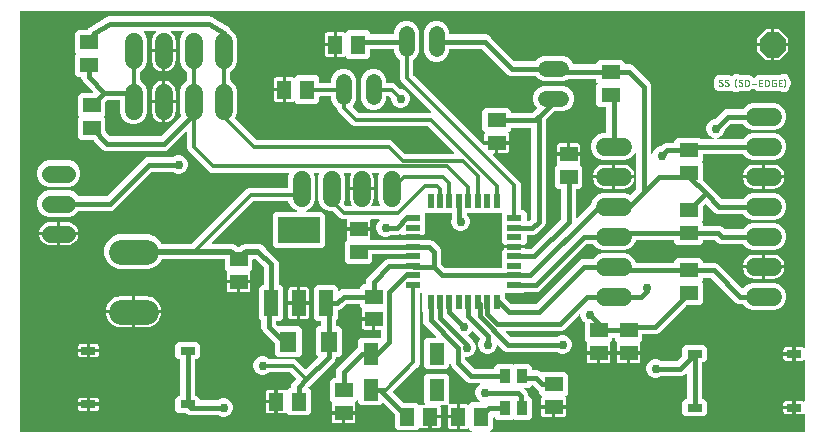
<source format=gbr>
G04 EAGLE Gerber RS-274X export*
G75*
%MOMM*%
%FSLAX34Y34*%
%LPD*%
%INTop Copper*%
%IPPOS*%
%AMOC8*
5,1,8,0,0,1.08239X$1,22.5*%
G01*
%ADD10C,0.050800*%
%ADD11R,1.500000X1.300000*%
%ADD12R,1.300000X1.500000*%
%ADD13R,1.400000X1.800000*%
%ADD14R,1.270000X0.558800*%
%ADD15R,0.558800X1.270000*%
%ADD16P,2.336880X8X202.500000*%
%ADD17C,1.320800*%
%ADD18C,2.095500*%
%ADD19R,1.600000X1.300000*%
%ADD20C,1.524000*%
%ADD21R,1.270000X1.879600*%
%ADD22R,1.300000X1.600000*%
%ADD23R,1.219200X2.235200*%
%ADD24R,3.600000X2.200000*%
%ADD25C,1.422400*%
%ADD26R,1.270000X0.635000*%
%ADD27R,0.900000X1.200000*%
%ADD28C,0.756400*%
%ADD29C,0.406400*%
%ADD30C,0.304800*%
%ADD31C,0.152400*%
%ADD32C,0.508000*%

G36*
X539426Y227850D02*
X539426Y227850D01*
X539497Y227852D01*
X539546Y227870D01*
X539598Y227879D01*
X539661Y227912D01*
X539728Y227937D01*
X539769Y227969D01*
X539815Y227994D01*
X539864Y228045D01*
X539921Y228090D01*
X539949Y228134D01*
X539985Y228172D01*
X540015Y228237D01*
X540054Y228297D01*
X540066Y228348D01*
X540088Y228395D01*
X540096Y228466D01*
X540114Y228536D01*
X540110Y228588D01*
X540115Y228639D01*
X540100Y228710D01*
X540094Y228781D01*
X540074Y228829D01*
X540063Y228880D01*
X540026Y228941D01*
X539998Y229007D01*
X539953Y229063D01*
X539937Y229091D01*
X539919Y229106D01*
X539893Y229138D01*
X537912Y231119D01*
X537877Y231145D01*
X537847Y231177D01*
X537778Y231216D01*
X537713Y231263D01*
X537671Y231276D01*
X537633Y231297D01*
X537554Y231312D01*
X537478Y231335D01*
X537434Y231334D01*
X537391Y231342D01*
X537312Y231331D01*
X537232Y231329D01*
X537190Y231314D01*
X537147Y231307D01*
X537014Y231249D01*
X537001Y231244D01*
X536998Y231242D01*
X536994Y231240D01*
X536461Y230932D01*
X535814Y230759D01*
X530503Y230759D01*
X530503Y240538D01*
X530500Y240558D01*
X530502Y240577D01*
X530480Y240679D01*
X530463Y240781D01*
X530454Y240798D01*
X530450Y240818D01*
X530397Y240907D01*
X530348Y240998D01*
X530334Y241012D01*
X530324Y241029D01*
X530245Y241096D01*
X530170Y241167D01*
X530152Y241176D01*
X530137Y241189D01*
X530041Y241228D01*
X529947Y241271D01*
X529927Y241273D01*
X529909Y241281D01*
X529742Y241299D01*
X528979Y241299D01*
X528979Y241301D01*
X529742Y241301D01*
X529762Y241304D01*
X529781Y241302D01*
X529883Y241324D01*
X529985Y241341D01*
X530002Y241350D01*
X530022Y241354D01*
X530111Y241407D01*
X530202Y241456D01*
X530216Y241470D01*
X530233Y241480D01*
X530300Y241559D01*
X530371Y241634D01*
X530380Y241652D01*
X530393Y241667D01*
X530432Y241763D01*
X530475Y241857D01*
X530477Y241877D01*
X530485Y241895D01*
X530503Y242062D01*
X530503Y251841D01*
X535814Y251841D01*
X536461Y251668D01*
X536994Y251360D01*
X537035Y251344D01*
X537071Y251321D01*
X537149Y251301D01*
X537224Y251273D01*
X537268Y251271D01*
X537310Y251261D01*
X537389Y251267D01*
X537469Y251264D01*
X537512Y251276D01*
X537555Y251280D01*
X537629Y251311D01*
X537705Y251334D01*
X537741Y251359D01*
X537782Y251376D01*
X537895Y251467D01*
X537907Y251475D01*
X537909Y251478D01*
X537912Y251481D01*
X539796Y253365D01*
X546778Y253365D01*
X546874Y253380D01*
X546972Y253390D01*
X546996Y253400D01*
X547021Y253404D01*
X547107Y253450D01*
X547196Y253490D01*
X547216Y253507D01*
X547239Y253520D01*
X547306Y253590D01*
X547377Y253656D01*
X547390Y253679D01*
X547408Y253698D01*
X547449Y253786D01*
X547496Y253872D01*
X547501Y253897D01*
X547512Y253921D01*
X547522Y254018D01*
X547540Y254114D01*
X547536Y254140D01*
X547539Y254165D01*
X547518Y254260D01*
X547504Y254357D01*
X547492Y254380D01*
X547486Y254406D01*
X547436Y254489D01*
X547392Y254576D01*
X547374Y254595D01*
X547360Y254617D01*
X547286Y254680D01*
X547217Y254748D01*
X547188Y254764D01*
X547173Y254777D01*
X547143Y254789D01*
X547070Y254829D01*
X546735Y254968D01*
X544528Y257175D01*
X543333Y260059D01*
X543333Y263181D01*
X544528Y266065D01*
X546735Y268272D01*
X546751Y268279D01*
X546834Y268330D01*
X546920Y268376D01*
X546938Y268394D01*
X546960Y268408D01*
X547022Y268483D01*
X547089Y268554D01*
X547100Y268578D01*
X547117Y268598D01*
X547152Y268689D01*
X547193Y268777D01*
X547196Y268803D01*
X547205Y268827D01*
X547209Y268925D01*
X547220Y269021D01*
X547214Y269047D01*
X547216Y269073D01*
X547188Y269167D01*
X547168Y269262D01*
X547154Y269284D01*
X547147Y269309D01*
X547092Y269389D01*
X547042Y269473D01*
X547022Y269490D01*
X547007Y269511D01*
X546929Y269570D01*
X546855Y269633D01*
X546830Y269643D01*
X546809Y269658D01*
X546717Y269688D01*
X546627Y269725D01*
X546594Y269728D01*
X546576Y269734D01*
X546543Y269734D01*
X546460Y269743D01*
X538287Y269743D01*
X536046Y270671D01*
X523151Y283566D01*
X522419Y285334D01*
X522368Y285417D01*
X522322Y285503D01*
X522304Y285521D01*
X522290Y285543D01*
X522214Y285605D01*
X522144Y285672D01*
X522120Y285683D01*
X522100Y285700D01*
X522009Y285735D01*
X521921Y285776D01*
X521895Y285779D01*
X521871Y285788D01*
X521773Y285792D01*
X521677Y285803D01*
X521651Y285797D01*
X521625Y285799D01*
X521531Y285771D01*
X521436Y285751D01*
X521414Y285737D01*
X521389Y285730D01*
X521309Y285675D01*
X521225Y285625D01*
X521208Y285605D01*
X521187Y285590D01*
X521128Y285512D01*
X521065Y285438D01*
X521055Y285413D01*
X521040Y285392D01*
X521010Y285300D01*
X520973Y285210D01*
X520970Y285177D01*
X520964Y285159D01*
X520964Y285126D01*
X520955Y285043D01*
X520955Y283558D01*
X518574Y281177D01*
X502506Y281177D01*
X500125Y283558D01*
X500125Y305722D01*
X502506Y308103D01*
X509477Y308103D01*
X509548Y308114D01*
X509620Y308116D01*
X509669Y308134D01*
X509720Y308142D01*
X509783Y308176D01*
X509851Y308201D01*
X509891Y308233D01*
X509938Y308258D01*
X509987Y308310D01*
X510043Y308354D01*
X510071Y308398D01*
X510107Y308436D01*
X510137Y308501D01*
X510176Y308561D01*
X510189Y308612D01*
X510211Y308659D01*
X510218Y308730D01*
X510236Y308800D01*
X510232Y308852D01*
X510238Y308903D01*
X510222Y308974D01*
X510217Y309045D01*
X510196Y309093D01*
X510185Y309144D01*
X510149Y309205D01*
X510120Y309271D01*
X510076Y309327D01*
X510059Y309355D01*
X510041Y309370D01*
X510016Y309402D01*
X500231Y319186D01*
X499303Y321427D01*
X499303Y328963D01*
X499289Y329053D01*
X499281Y329144D01*
X499269Y329174D01*
X499264Y329206D01*
X499221Y329286D01*
X499185Y329370D01*
X499159Y329403D01*
X499148Y329423D01*
X499125Y329445D01*
X499080Y329501D01*
X498541Y330040D01*
X498541Y345380D01*
X498538Y345400D01*
X498540Y345419D01*
X498518Y345521D01*
X498502Y345623D01*
X498492Y345640D01*
X498488Y345660D01*
X498435Y345749D01*
X498386Y345840D01*
X498372Y345854D01*
X498362Y345871D01*
X498283Y345938D01*
X498208Y346010D01*
X498190Y346018D01*
X498175Y346031D01*
X498079Y346070D01*
X497985Y346113D01*
X497965Y346115D01*
X497947Y346123D01*
X497780Y346141D01*
X496824Y346141D01*
X496804Y346138D01*
X496785Y346140D01*
X496683Y346118D01*
X496581Y346102D01*
X496564Y346092D01*
X496544Y346088D01*
X496455Y346035D01*
X496364Y345986D01*
X496350Y345972D01*
X496333Y345962D01*
X496266Y345883D01*
X496194Y345808D01*
X496186Y345790D01*
X496173Y345775D01*
X496134Y345679D01*
X496091Y345585D01*
X496089Y345565D01*
X496081Y345547D01*
X496063Y345380D01*
X496063Y286162D01*
X495212Y284108D01*
X493533Y282429D01*
X473951Y262847D01*
X473940Y262831D01*
X473924Y262819D01*
X473868Y262731D01*
X473808Y262648D01*
X473802Y262629D01*
X473791Y262612D01*
X473766Y262511D01*
X473735Y262413D01*
X473736Y262393D01*
X473731Y262373D01*
X473739Y262270D01*
X473742Y262167D01*
X473748Y262148D01*
X473750Y262128D01*
X473790Y262033D01*
X473826Y261936D01*
X473839Y261920D01*
X473846Y261902D01*
X473951Y261771D01*
X482634Y253088D01*
X482708Y253035D01*
X482778Y252975D01*
X482808Y252963D01*
X482834Y252944D01*
X482921Y252917D01*
X483006Y252883D01*
X483047Y252879D01*
X483069Y252872D01*
X483101Y252873D01*
X483173Y252865D01*
X493984Y252865D01*
X495867Y250981D01*
X495903Y250955D01*
X495933Y250923D01*
X496002Y250884D01*
X496067Y250837D01*
X496109Y250824D01*
X496147Y250803D01*
X496226Y250788D01*
X496302Y250765D01*
X496346Y250766D01*
X496389Y250758D01*
X496468Y250769D01*
X496548Y250771D01*
X496589Y250786D01*
X496633Y250793D01*
X496766Y250851D01*
X496779Y250856D01*
X496782Y250858D01*
X496786Y250860D01*
X497319Y251168D01*
X497966Y251341D01*
X500025Y251341D01*
X500096Y251352D01*
X500168Y251354D01*
X500216Y251372D01*
X500268Y251380D01*
X500331Y251414D01*
X500399Y251439D01*
X500439Y251471D01*
X500485Y251496D01*
X500534Y251547D01*
X500591Y251592D01*
X500619Y251636D01*
X500655Y251674D01*
X500685Y251739D01*
X500724Y251799D01*
X500736Y251850D01*
X500758Y251897D01*
X500766Y251968D01*
X500784Y252038D01*
X500780Y252090D01*
X500785Y252141D01*
X500770Y252212D01*
X500764Y252283D01*
X500744Y252331D01*
X500733Y252382D01*
X500696Y252443D01*
X500668Y252509D01*
X500623Y252565D01*
X500607Y252593D01*
X500589Y252608D01*
X500563Y252640D01*
X500125Y253078D01*
X500125Y275242D01*
X502506Y277623D01*
X518574Y277623D01*
X520955Y275242D01*
X520955Y253078D01*
X520837Y252961D01*
X520809Y252922D01*
X520774Y252889D01*
X520738Y252822D01*
X520694Y252761D01*
X520680Y252715D01*
X520657Y252673D01*
X520644Y252598D01*
X520621Y252526D01*
X520622Y252478D01*
X520614Y252431D01*
X520626Y252356D01*
X520628Y252280D01*
X520644Y252235D01*
X520651Y252188D01*
X520686Y252120D01*
X520712Y252049D01*
X520742Y252011D01*
X520764Y251969D01*
X520818Y251916D01*
X520866Y251857D01*
X520906Y251831D01*
X520941Y251798D01*
X521009Y251765D01*
X521073Y251724D01*
X521119Y251712D01*
X521163Y251692D01*
X521238Y251682D01*
X521311Y251664D01*
X521359Y251668D01*
X521407Y251662D01*
X521534Y251681D01*
X521556Y251683D01*
X521562Y251686D01*
X521572Y251687D01*
X522146Y251841D01*
X527457Y251841D01*
X527457Y242823D01*
X519939Y242823D01*
X519939Y249634D01*
X520093Y250208D01*
X520098Y250255D01*
X520112Y250301D01*
X520110Y250377D01*
X520117Y250452D01*
X520107Y250499D01*
X520105Y250547D01*
X520079Y250618D01*
X520062Y250692D01*
X520037Y250733D01*
X520021Y250778D01*
X519974Y250837D01*
X519934Y250902D01*
X519897Y250933D01*
X519867Y250970D01*
X519803Y251011D01*
X519745Y251060D01*
X519701Y251077D01*
X519660Y251103D01*
X519587Y251122D01*
X519516Y251149D01*
X519468Y251151D01*
X519422Y251163D01*
X519346Y251157D01*
X519271Y251161D01*
X519224Y251148D01*
X519177Y251144D01*
X519107Y251114D01*
X519034Y251094D01*
X518994Y251066D01*
X518950Y251048D01*
X518850Y250967D01*
X518831Y250954D01*
X518827Y250949D01*
X518819Y250943D01*
X518574Y250697D01*
X514414Y250697D01*
X514297Y250678D01*
X514179Y250660D01*
X514175Y250658D01*
X514171Y250658D01*
X514067Y250602D01*
X513961Y250547D01*
X513958Y250544D01*
X513954Y250542D01*
X513873Y250457D01*
X513789Y250371D01*
X513787Y250367D01*
X513785Y250364D01*
X513735Y250257D01*
X513683Y250149D01*
X513683Y250145D01*
X513681Y250141D01*
X513668Y250023D01*
X513653Y249905D01*
X513654Y249900D01*
X513654Y249897D01*
X513657Y249883D01*
X513679Y249739D01*
X513841Y249134D01*
X513841Y242823D01*
X505562Y242823D01*
X505542Y242820D01*
X505523Y242822D01*
X505421Y242800D01*
X505319Y242783D01*
X505302Y242774D01*
X505282Y242770D01*
X505193Y242717D01*
X505102Y242668D01*
X505088Y242654D01*
X505071Y242644D01*
X505004Y242565D01*
X504933Y242490D01*
X504924Y242472D01*
X504911Y242457D01*
X504872Y242361D01*
X504829Y242267D01*
X504827Y242247D01*
X504819Y242229D01*
X504801Y242062D01*
X504801Y241299D01*
X504038Y241299D01*
X504018Y241296D01*
X503999Y241298D01*
X503897Y241276D01*
X503795Y241259D01*
X503778Y241250D01*
X503758Y241246D01*
X503669Y241193D01*
X503578Y241144D01*
X503564Y241130D01*
X503547Y241120D01*
X503480Y241041D01*
X503409Y240966D01*
X503400Y240948D01*
X503387Y240933D01*
X503348Y240837D01*
X503305Y240743D01*
X503303Y240723D01*
X503295Y240705D01*
X503277Y240538D01*
X503277Y231259D01*
X497966Y231259D01*
X497319Y231432D01*
X496786Y231740D01*
X496745Y231756D01*
X496709Y231779D01*
X496631Y231799D01*
X496556Y231827D01*
X496512Y231829D01*
X496470Y231839D01*
X496390Y231833D01*
X496310Y231836D01*
X496268Y231824D01*
X496225Y231820D01*
X496151Y231789D01*
X496075Y231766D01*
X496039Y231741D01*
X495998Y231724D01*
X495885Y231633D01*
X495873Y231625D01*
X495871Y231622D01*
X495867Y231619D01*
X493984Y229735D01*
X477616Y229735D01*
X475235Y232116D01*
X475235Y242927D01*
X475221Y243017D01*
X475213Y243108D01*
X475201Y243138D01*
X475196Y243170D01*
X475153Y243251D01*
X475117Y243335D01*
X475091Y243367D01*
X475080Y243387D01*
X475057Y243410D01*
X475012Y243466D01*
X465775Y252702D01*
X465759Y252714D01*
X465747Y252730D01*
X465660Y252786D01*
X465576Y252846D01*
X465557Y252852D01*
X465540Y252863D01*
X465439Y252888D01*
X465341Y252918D01*
X465321Y252918D01*
X465301Y252923D01*
X465198Y252915D01*
X465095Y252912D01*
X465076Y252905D01*
X465056Y252904D01*
X464961Y252863D01*
X464864Y252828D01*
X464848Y252815D01*
X464830Y252807D01*
X464699Y252702D01*
X462694Y250697D01*
X446626Y250697D01*
X444245Y253078D01*
X444245Y254359D01*
X444234Y254430D01*
X444232Y254502D01*
X444214Y254550D01*
X444206Y254602D01*
X444172Y254665D01*
X444147Y254733D01*
X444115Y254773D01*
X444090Y254819D01*
X444039Y254869D01*
X443994Y254925D01*
X443950Y254953D01*
X443912Y254989D01*
X443847Y255019D01*
X443787Y255058D01*
X443736Y255070D01*
X443689Y255092D01*
X443618Y255100D01*
X443548Y255118D01*
X443496Y255114D01*
X443445Y255119D01*
X443374Y255104D01*
X443303Y255098D01*
X443255Y255078D01*
X443204Y255067D01*
X443143Y255030D01*
X443077Y255002D01*
X443021Y254957D01*
X442993Y254941D01*
X442978Y254923D01*
X442946Y254897D01*
X441481Y253432D01*
X441455Y253397D01*
X441423Y253367D01*
X441384Y253298D01*
X441337Y253233D01*
X441324Y253191D01*
X441303Y253153D01*
X441289Y253074D01*
X441265Y252998D01*
X441266Y252954D01*
X441258Y252911D01*
X441269Y252832D01*
X441271Y252752D01*
X441286Y252711D01*
X441293Y252667D01*
X441351Y252534D01*
X441356Y252521D01*
X441358Y252518D01*
X441360Y252514D01*
X441668Y251981D01*
X441841Y251334D01*
X441841Y246023D01*
X432562Y246023D01*
X432542Y246020D01*
X432523Y246022D01*
X432421Y246000D01*
X432319Y245983D01*
X432302Y245974D01*
X432282Y245970D01*
X432193Y245917D01*
X432102Y245868D01*
X432088Y245854D01*
X432071Y245844D01*
X432004Y245765D01*
X431933Y245690D01*
X431924Y245672D01*
X431911Y245657D01*
X431872Y245561D01*
X431829Y245467D01*
X431827Y245447D01*
X431819Y245429D01*
X431801Y245262D01*
X431801Y244499D01*
X431799Y244499D01*
X431799Y245262D01*
X431796Y245282D01*
X431798Y245301D01*
X431776Y245403D01*
X431759Y245505D01*
X431750Y245522D01*
X431746Y245542D01*
X431693Y245631D01*
X431644Y245722D01*
X431630Y245736D01*
X431620Y245753D01*
X431541Y245820D01*
X431466Y245891D01*
X431448Y245900D01*
X431433Y245913D01*
X431337Y245952D01*
X431243Y245995D01*
X431223Y245997D01*
X431205Y246005D01*
X431038Y246023D01*
X421759Y246023D01*
X421759Y251334D01*
X421932Y251981D01*
X422240Y252514D01*
X422256Y252555D01*
X422279Y252591D01*
X422299Y252669D01*
X422327Y252744D01*
X422329Y252788D01*
X422339Y252830D01*
X422333Y252909D01*
X422336Y252989D01*
X422324Y253032D01*
X422320Y253075D01*
X422289Y253149D01*
X422266Y253225D01*
X422241Y253261D01*
X422224Y253302D01*
X422133Y253415D01*
X422125Y253427D01*
X422122Y253429D01*
X422119Y253432D01*
X420235Y255316D01*
X420235Y271684D01*
X422616Y274065D01*
X424942Y274065D01*
X424962Y274068D01*
X424981Y274066D01*
X425083Y274088D01*
X425185Y274104D01*
X425202Y274114D01*
X425222Y274118D01*
X425311Y274171D01*
X425402Y274220D01*
X425416Y274234D01*
X425433Y274244D01*
X425500Y274323D01*
X425572Y274398D01*
X425580Y274416D01*
X425593Y274431D01*
X425632Y274527D01*
X425675Y274621D01*
X425677Y274641D01*
X425685Y274659D01*
X425703Y274826D01*
X425703Y280613D01*
X426631Y282854D01*
X443586Y299809D01*
X443775Y299887D01*
X443874Y299948D01*
X443975Y300008D01*
X443979Y300013D01*
X443984Y300016D01*
X444058Y300106D01*
X444135Y300195D01*
X444137Y300201D01*
X444141Y300206D01*
X444183Y300314D01*
X444227Y300423D01*
X444228Y300431D01*
X444229Y300435D01*
X444230Y300454D01*
X444245Y300590D01*
X444245Y305722D01*
X446626Y308103D01*
X462826Y308103D01*
X462837Y308098D01*
X462889Y308092D01*
X462938Y308077D01*
X463010Y308079D01*
X463081Y308071D01*
X463132Y308082D01*
X463184Y308083D01*
X463252Y308108D01*
X463322Y308123D01*
X463366Y308150D01*
X463415Y308167D01*
X463471Y308212D01*
X463533Y308249D01*
X463567Y308289D01*
X463607Y308321D01*
X463646Y308381D01*
X463693Y308436D01*
X463712Y308484D01*
X463740Y308528D01*
X463758Y308597D01*
X463785Y308664D01*
X463793Y308735D01*
X463801Y308766D01*
X463799Y308790D01*
X463803Y308831D01*
X463803Y314098D01*
X463800Y314118D01*
X463802Y314137D01*
X463780Y314239D01*
X463764Y314341D01*
X463754Y314358D01*
X463750Y314378D01*
X463697Y314467D01*
X463648Y314558D01*
X463634Y314572D01*
X463624Y314589D01*
X463545Y314656D01*
X463470Y314728D01*
X463452Y314736D01*
X463437Y314749D01*
X463341Y314788D01*
X463247Y314831D01*
X463227Y314833D01*
X463209Y314841D01*
X463042Y314859D01*
X458723Y314859D01*
X458723Y323138D01*
X458720Y323158D01*
X458722Y323177D01*
X458700Y323279D01*
X458683Y323381D01*
X458674Y323398D01*
X458670Y323418D01*
X458617Y323507D01*
X458568Y323598D01*
X458554Y323612D01*
X458544Y323629D01*
X458465Y323696D01*
X458390Y323767D01*
X458372Y323776D01*
X458357Y323789D01*
X458261Y323828D01*
X458167Y323871D01*
X458147Y323873D01*
X458129Y323881D01*
X457962Y323899D01*
X457199Y323899D01*
X457199Y324662D01*
X457196Y324682D01*
X457198Y324701D01*
X457176Y324803D01*
X457159Y324905D01*
X457150Y324922D01*
X457146Y324942D01*
X457093Y325031D01*
X457044Y325122D01*
X457030Y325136D01*
X457020Y325153D01*
X456941Y325220D01*
X456866Y325291D01*
X456848Y325300D01*
X456833Y325313D01*
X456737Y325352D01*
X456643Y325395D01*
X456623Y325397D01*
X456605Y325405D01*
X456438Y325423D01*
X447159Y325423D01*
X447159Y330734D01*
X447332Y331381D01*
X447640Y331914D01*
X447656Y331955D01*
X447679Y331991D01*
X447699Y332069D01*
X447727Y332144D01*
X447729Y332188D01*
X447739Y332230D01*
X447733Y332309D01*
X447736Y332389D01*
X447724Y332432D01*
X447720Y332475D01*
X447689Y332549D01*
X447666Y332625D01*
X447641Y332661D01*
X447624Y332702D01*
X447533Y332815D01*
X447525Y332827D01*
X447522Y332829D01*
X447519Y332832D01*
X445635Y334716D01*
X445635Y336042D01*
X445632Y336062D01*
X445634Y336081D01*
X445612Y336183D01*
X445596Y336285D01*
X445586Y336302D01*
X445582Y336322D01*
X445529Y336411D01*
X445480Y336502D01*
X445466Y336516D01*
X445456Y336533D01*
X445377Y336600D01*
X445302Y336672D01*
X445284Y336680D01*
X445269Y336693D01*
X445173Y336732D01*
X445079Y336775D01*
X445059Y336777D01*
X445041Y336785D01*
X444874Y336803D01*
X434641Y336803D01*
X434551Y336789D01*
X434460Y336781D01*
X434430Y336769D01*
X434398Y336764D01*
X434317Y336721D01*
X434233Y336685D01*
X434201Y336659D01*
X434181Y336648D01*
X434158Y336625D01*
X434102Y336580D01*
X429666Y332143D01*
X427445Y331224D01*
X427345Y331162D01*
X427245Y331102D01*
X427241Y331097D01*
X427236Y331094D01*
X427161Y331004D01*
X427085Y330915D01*
X427083Y330909D01*
X427079Y330904D01*
X427037Y330795D01*
X426993Y330687D01*
X426992Y330679D01*
X426991Y330675D01*
X426990Y330657D01*
X426975Y330520D01*
X426975Y324452D01*
X425420Y322897D01*
X425367Y322823D01*
X425307Y322754D01*
X425295Y322724D01*
X425276Y322698D01*
X425249Y322611D01*
X425215Y322526D01*
X425211Y322485D01*
X425204Y322463D01*
X425205Y322430D01*
X425197Y322359D01*
X425197Y318626D01*
X425200Y318606D01*
X425198Y318587D01*
X425220Y318485D01*
X425236Y318383D01*
X425246Y318366D01*
X425250Y318346D01*
X425303Y318257D01*
X425352Y318166D01*
X425366Y318152D01*
X425376Y318135D01*
X425455Y318068D01*
X425530Y317996D01*
X425548Y317988D01*
X425563Y317975D01*
X425659Y317936D01*
X425753Y317893D01*
X425773Y317891D01*
X425791Y317883D01*
X425958Y317865D01*
X427784Y317865D01*
X430165Y315484D01*
X430165Y294116D01*
X427784Y291735D01*
X425958Y291735D01*
X425938Y291732D01*
X425919Y291734D01*
X425817Y291712D01*
X425715Y291696D01*
X425698Y291686D01*
X425678Y291682D01*
X425589Y291629D01*
X425498Y291580D01*
X425484Y291566D01*
X425467Y291556D01*
X425400Y291477D01*
X425328Y291402D01*
X425320Y291384D01*
X425307Y291369D01*
X425268Y291273D01*
X425225Y291179D01*
X425223Y291159D01*
X425215Y291141D01*
X425197Y290974D01*
X425197Y290887D01*
X424269Y288646D01*
X402074Y266451D01*
X402062Y266435D01*
X402046Y266423D01*
X401990Y266335D01*
X401930Y266252D01*
X401924Y266233D01*
X401913Y266216D01*
X401888Y266115D01*
X401858Y266017D01*
X401858Y265997D01*
X401853Y265977D01*
X401861Y265874D01*
X401864Y265771D01*
X401871Y265752D01*
X401872Y265732D01*
X401912Y265639D01*
X401916Y265621D01*
X401923Y265609D01*
X401948Y265540D01*
X401961Y265524D01*
X401969Y265506D01*
X402033Y265426D01*
X402042Y265410D01*
X402052Y265402D01*
X402074Y265375D01*
X404265Y263184D01*
X404265Y244816D01*
X401884Y242435D01*
X385516Y242435D01*
X383632Y244319D01*
X383597Y244345D01*
X383567Y244377D01*
X383498Y244416D01*
X383433Y244463D01*
X383391Y244476D01*
X383353Y244497D01*
X383274Y244511D01*
X383198Y244535D01*
X383154Y244534D01*
X383111Y244542D01*
X383032Y244531D01*
X382952Y244529D01*
X382911Y244514D01*
X382867Y244507D01*
X382734Y244449D01*
X382721Y244444D01*
X382718Y244442D01*
X382714Y244440D01*
X382181Y244132D01*
X381534Y243959D01*
X376223Y243959D01*
X376223Y253238D01*
X376220Y253258D01*
X376222Y253277D01*
X376200Y253379D01*
X376183Y253481D01*
X376174Y253498D01*
X376170Y253518D01*
X376117Y253607D01*
X376068Y253698D01*
X376054Y253712D01*
X376044Y253729D01*
X375965Y253796D01*
X375890Y253867D01*
X375872Y253876D01*
X375857Y253889D01*
X375761Y253928D01*
X375667Y253971D01*
X375647Y253973D01*
X375629Y253981D01*
X375462Y253999D01*
X374699Y253999D01*
X374699Y254001D01*
X375462Y254001D01*
X375482Y254004D01*
X375501Y254002D01*
X375603Y254024D01*
X375705Y254041D01*
X375722Y254050D01*
X375742Y254054D01*
X375831Y254107D01*
X375922Y254156D01*
X375936Y254170D01*
X375953Y254180D01*
X376020Y254259D01*
X376091Y254334D01*
X376100Y254352D01*
X376113Y254367D01*
X376152Y254463D01*
X376195Y254557D01*
X376197Y254577D01*
X376205Y254595D01*
X376223Y254762D01*
X376223Y264041D01*
X381534Y264041D01*
X382181Y263868D01*
X382714Y263560D01*
X382755Y263544D01*
X382791Y263521D01*
X382869Y263501D01*
X382944Y263473D01*
X382988Y263471D01*
X383030Y263461D01*
X383109Y263467D01*
X383189Y263464D01*
X383232Y263476D01*
X383275Y263480D01*
X383349Y263511D01*
X383425Y263534D01*
X383461Y263559D01*
X383502Y263576D01*
X383615Y263667D01*
X383627Y263675D01*
X383629Y263678D01*
X383632Y263681D01*
X385516Y265565D01*
X386842Y265565D01*
X386862Y265568D01*
X386881Y265566D01*
X386983Y265588D01*
X387085Y265604D01*
X387102Y265614D01*
X387122Y265618D01*
X387211Y265671D01*
X387302Y265720D01*
X387316Y265734D01*
X387333Y265744D01*
X387400Y265823D01*
X387472Y265898D01*
X387480Y265916D01*
X387493Y265931D01*
X387532Y266027D01*
X387575Y266121D01*
X387577Y266141D01*
X387585Y266159D01*
X387603Y266326D01*
X387603Y267913D01*
X388531Y270154D01*
X391249Y272871D01*
X391260Y272887D01*
X391276Y272900D01*
X391332Y272987D01*
X391392Y273071D01*
X391398Y273090D01*
X391409Y273106D01*
X391434Y273207D01*
X391465Y273306D01*
X391464Y273326D01*
X391469Y273345D01*
X391461Y273448D01*
X391458Y273552D01*
X391451Y273570D01*
X391450Y273590D01*
X391410Y273685D01*
X391374Y273783D01*
X391361Y273798D01*
X391354Y273817D01*
X391249Y273947D01*
X386528Y278668D01*
X386454Y278721D01*
X386385Y278781D01*
X386354Y278793D01*
X386328Y278812D01*
X386241Y278839D01*
X386156Y278873D01*
X386116Y278877D01*
X386093Y278884D01*
X386061Y278883D01*
X385990Y278891D01*
X369044Y278891D01*
X368953Y278877D01*
X368863Y278869D01*
X368833Y278857D01*
X368801Y278852D01*
X368720Y278809D01*
X368636Y278773D01*
X368604Y278747D01*
X368583Y278736D01*
X368561Y278713D01*
X368505Y278668D01*
X367665Y277828D01*
X364781Y276633D01*
X361659Y276633D01*
X358775Y277828D01*
X356568Y280035D01*
X355373Y282919D01*
X355373Y286041D01*
X356568Y288925D01*
X358775Y291132D01*
X361659Y292327D01*
X364781Y292327D01*
X367665Y291132D01*
X368505Y290292D01*
X368579Y290239D01*
X368649Y290179D01*
X368679Y290167D01*
X368705Y290148D01*
X368792Y290121D01*
X368877Y290087D01*
X368918Y290083D01*
X368940Y290076D01*
X368972Y290077D01*
X369044Y290069D01*
X389732Y290069D01*
X391786Y289218D01*
X393465Y287539D01*
X399153Y281851D01*
X399169Y281840D01*
X399181Y281824D01*
X399268Y281768D01*
X399352Y281708D01*
X399371Y281702D01*
X399388Y281691D01*
X399489Y281666D01*
X399587Y281635D01*
X399607Y281636D01*
X399627Y281631D01*
X399730Y281639D01*
X399833Y281642D01*
X399852Y281648D01*
X399872Y281650D01*
X399967Y281690D01*
X400064Y281726D01*
X400080Y281739D01*
X400098Y281746D01*
X400229Y281851D01*
X409726Y291349D01*
X409738Y291365D01*
X409754Y291377D01*
X409810Y291465D01*
X409870Y291548D01*
X409876Y291567D01*
X409887Y291584D01*
X409912Y291685D01*
X409942Y291783D01*
X409942Y291803D01*
X409947Y291823D01*
X409939Y291926D01*
X409936Y292029D01*
X409929Y292048D01*
X409928Y292068D01*
X409887Y292163D01*
X409852Y292260D01*
X409839Y292276D01*
X409831Y292294D01*
X409726Y292425D01*
X408035Y294116D01*
X408035Y315484D01*
X410416Y317865D01*
X412242Y317865D01*
X412262Y317868D01*
X412281Y317866D01*
X412383Y317888D01*
X412485Y317904D01*
X412502Y317914D01*
X412522Y317918D01*
X412611Y317971D01*
X412702Y318020D01*
X412716Y318034D01*
X412733Y318044D01*
X412800Y318123D01*
X412872Y318198D01*
X412880Y318216D01*
X412893Y318231D01*
X412932Y318327D01*
X412975Y318421D01*
X412977Y318441D01*
X412985Y318459D01*
X413003Y318626D01*
X413003Y321310D01*
X413000Y321330D01*
X413002Y321349D01*
X412980Y321451D01*
X412964Y321553D01*
X412954Y321570D01*
X412950Y321590D01*
X412897Y321679D01*
X412848Y321770D01*
X412834Y321784D01*
X412824Y321801D01*
X412745Y321868D01*
X412670Y321940D01*
X412652Y321948D01*
X412637Y321961D01*
X412541Y322000D01*
X412447Y322043D01*
X412427Y322045D01*
X412409Y322053D01*
X412242Y322071D01*
X409034Y322071D01*
X406653Y324452D01*
X406653Y350172D01*
X409034Y352553D01*
X424594Y352553D01*
X426975Y350172D01*
X426975Y348535D01*
X426986Y348464D01*
X426988Y348392D01*
X427006Y348343D01*
X427014Y348292D01*
X427048Y348228D01*
X427073Y348161D01*
X427105Y348120D01*
X427130Y348074D01*
X427182Y348025D01*
X427226Y347969D01*
X427270Y347941D01*
X427308Y347905D01*
X427373Y347875D01*
X427433Y347836D01*
X427484Y347823D01*
X427531Y347801D01*
X427602Y347794D01*
X427672Y347776D01*
X427724Y347780D01*
X427775Y347774D01*
X427846Y347790D01*
X427917Y347795D01*
X427965Y347816D01*
X428016Y347827D01*
X428077Y347863D01*
X428143Y347892D01*
X428199Y347936D01*
X428227Y347953D01*
X428242Y347971D01*
X428274Y347996D01*
X428347Y348069D01*
X430587Y348997D01*
X444874Y348997D01*
X444894Y349000D01*
X444913Y348998D01*
X445015Y349020D01*
X445117Y349036D01*
X445134Y349046D01*
X445154Y349050D01*
X445243Y349103D01*
X445334Y349152D01*
X445348Y349166D01*
X445365Y349176D01*
X445432Y349255D01*
X445504Y349330D01*
X445512Y349348D01*
X445525Y349363D01*
X445564Y349459D01*
X445607Y349553D01*
X445609Y349573D01*
X445617Y349591D01*
X445635Y349758D01*
X445635Y351084D01*
X448016Y353465D01*
X450342Y353465D01*
X450362Y353468D01*
X450381Y353466D01*
X450483Y353488D01*
X450585Y353504D01*
X450602Y353514D01*
X450622Y353518D01*
X450711Y353571D01*
X450802Y353620D01*
X450816Y353634D01*
X450833Y353644D01*
X450900Y353723D01*
X450972Y353798D01*
X450980Y353816D01*
X450993Y353831D01*
X451032Y353927D01*
X451075Y354021D01*
X451077Y354041D01*
X451085Y354059D01*
X451103Y354226D01*
X451103Y356813D01*
X452031Y359054D01*
X467146Y374169D01*
X469387Y375097D01*
X480822Y375097D01*
X480842Y375100D01*
X480861Y375098D01*
X480963Y375120D01*
X481065Y375136D01*
X481082Y375146D01*
X481102Y375150D01*
X481191Y375203D01*
X481282Y375252D01*
X481296Y375266D01*
X481313Y375276D01*
X481380Y375355D01*
X481452Y375430D01*
X481460Y375448D01*
X481473Y375463D01*
X481512Y375559D01*
X481532Y375604D01*
X481870Y375604D01*
X481960Y375618D01*
X482051Y375626D01*
X482081Y375638D01*
X482113Y375643D01*
X482193Y375686D01*
X482277Y375722D01*
X482309Y375748D01*
X482330Y375759D01*
X482352Y375782D01*
X482408Y375827D01*
X482440Y375859D01*
X489839Y375859D01*
X489858Y375862D01*
X489878Y375860D01*
X489980Y375882D01*
X490082Y375898D01*
X490099Y375908D01*
X490119Y375912D01*
X490208Y375965D01*
X490299Y376014D01*
X490313Y376028D01*
X490330Y376038D01*
X490397Y376117D01*
X490468Y376192D01*
X490477Y376210D01*
X490490Y376225D01*
X490528Y376321D01*
X490572Y376415D01*
X490574Y376435D01*
X490582Y376453D01*
X490600Y376620D01*
X490600Y377380D01*
X490597Y377400D01*
X490599Y377419D01*
X490577Y377521D01*
X490560Y377623D01*
X490551Y377640D01*
X490547Y377660D01*
X490494Y377749D01*
X490445Y377840D01*
X490431Y377854D01*
X490421Y377871D01*
X490342Y377938D01*
X490267Y378010D01*
X490249Y378018D01*
X490234Y378031D01*
X490137Y378070D01*
X490044Y378113D01*
X490024Y378115D01*
X490006Y378123D01*
X489839Y378141D01*
X482440Y378141D01*
X482408Y378173D01*
X482334Y378226D01*
X482265Y378286D01*
X482235Y378298D01*
X482209Y378317D01*
X482121Y378344D01*
X482037Y378378D01*
X481996Y378382D01*
X481974Y378389D01*
X481941Y378388D01*
X481870Y378396D01*
X481537Y378396D01*
X481534Y378402D01*
X481530Y378422D01*
X481477Y378511D01*
X481428Y378602D01*
X481414Y378616D01*
X481404Y378633D01*
X481325Y378700D01*
X481250Y378771D01*
X481232Y378780D01*
X481217Y378793D01*
X481121Y378832D01*
X481027Y378875D01*
X481007Y378877D01*
X480989Y378885D01*
X480822Y378903D01*
X456826Y378903D01*
X456806Y378900D01*
X456787Y378902D01*
X456685Y378880D01*
X456583Y378864D01*
X456566Y378854D01*
X456546Y378850D01*
X456457Y378797D01*
X456366Y378748D01*
X456352Y378734D01*
X456335Y378724D01*
X456268Y378645D01*
X456196Y378570D01*
X456188Y378552D01*
X456175Y378537D01*
X456136Y378441D01*
X456093Y378347D01*
X456091Y378327D01*
X456083Y378309D01*
X456065Y378142D01*
X456065Y372816D01*
X453684Y370435D01*
X435316Y370435D01*
X432935Y372816D01*
X432935Y389184D01*
X434819Y391067D01*
X434845Y391103D01*
X434877Y391133D01*
X434916Y391202D01*
X434963Y391267D01*
X434976Y391309D01*
X434997Y391347D01*
X435012Y391426D01*
X435035Y391502D01*
X435034Y391546D01*
X435042Y391589D01*
X435031Y391668D01*
X435029Y391748D01*
X435014Y391789D01*
X435007Y391833D01*
X434949Y391966D01*
X434944Y391979D01*
X434942Y391982D01*
X434940Y391986D01*
X434632Y392519D01*
X434459Y393166D01*
X434459Y398477D01*
X443738Y398477D01*
X443758Y398480D01*
X443777Y398478D01*
X443879Y398500D01*
X443981Y398517D01*
X443998Y398526D01*
X444018Y398530D01*
X444107Y398583D01*
X444198Y398632D01*
X444212Y398646D01*
X444229Y398656D01*
X444296Y398735D01*
X444367Y398810D01*
X444376Y398828D01*
X444389Y398843D01*
X444428Y398939D01*
X444471Y399033D01*
X444473Y399053D01*
X444481Y399071D01*
X444499Y399238D01*
X444499Y400762D01*
X444496Y400782D01*
X444498Y400801D01*
X444476Y400903D01*
X444459Y401005D01*
X444450Y401022D01*
X444446Y401042D01*
X444393Y401131D01*
X444344Y401222D01*
X444330Y401236D01*
X444320Y401253D01*
X444241Y401320D01*
X444166Y401391D01*
X444148Y401400D01*
X444133Y401413D01*
X444037Y401452D01*
X443943Y401495D01*
X443923Y401497D01*
X443905Y401505D01*
X443738Y401523D01*
X434459Y401523D01*
X434459Y406834D01*
X434630Y407473D01*
X434642Y407592D01*
X434655Y407709D01*
X434654Y407714D01*
X434655Y407718D01*
X434628Y407833D01*
X434603Y407950D01*
X434601Y407953D01*
X434600Y407957D01*
X434538Y408058D01*
X434477Y408161D01*
X434474Y408164D01*
X434471Y408167D01*
X434380Y408244D01*
X434290Y408321D01*
X434286Y408322D01*
X434283Y408325D01*
X434173Y408368D01*
X434062Y408413D01*
X434057Y408413D01*
X434054Y408415D01*
X434040Y408415D01*
X433895Y408431D01*
X430688Y408431D01*
X428634Y409282D01*
X423104Y414812D01*
X423030Y414865D01*
X422961Y414925D01*
X422930Y414937D01*
X422904Y414956D01*
X422817Y414983D01*
X422732Y415017D01*
X422692Y415021D01*
X422669Y415028D01*
X422637Y415027D01*
X422566Y415035D01*
X419316Y415035D01*
X415021Y416814D01*
X411734Y420101D01*
X409955Y424396D01*
X409955Y444284D01*
X410976Y446749D01*
X410987Y446793D01*
X411006Y446835D01*
X411014Y446912D01*
X411032Y446988D01*
X411028Y447034D01*
X411033Y447079D01*
X411016Y447156D01*
X411009Y447233D01*
X410991Y447275D01*
X410981Y447320D01*
X410941Y447387D01*
X410909Y447458D01*
X410878Y447492D01*
X410855Y447531D01*
X410795Y447582D01*
X410743Y447639D01*
X410703Y447661D01*
X410668Y447691D01*
X410595Y447720D01*
X410527Y447757D01*
X410482Y447766D01*
X410440Y447783D01*
X410304Y447798D01*
X410285Y447801D01*
X410280Y447800D01*
X410273Y447801D01*
X407607Y447801D01*
X407562Y447794D01*
X407516Y447796D01*
X407441Y447774D01*
X407364Y447762D01*
X407324Y447740D01*
X407280Y447727D01*
X407216Y447683D01*
X407147Y447646D01*
X407115Y447613D01*
X407078Y447587D01*
X407031Y447525D01*
X406978Y447468D01*
X406958Y447426D01*
X406931Y447390D01*
X406907Y447316D01*
X406874Y447245D01*
X406869Y447199D01*
X406855Y447156D01*
X406856Y447078D01*
X406847Y447001D01*
X406857Y446956D01*
X406857Y446910D01*
X406895Y446778D01*
X406899Y446760D01*
X406902Y446756D01*
X406904Y446749D01*
X407925Y444284D01*
X407925Y424396D01*
X406146Y420101D01*
X402859Y416814D01*
X400457Y415819D01*
X400374Y415768D01*
X400288Y415722D01*
X400270Y415704D01*
X400248Y415690D01*
X400186Y415614D01*
X400119Y415544D01*
X400108Y415520D01*
X400091Y415500D01*
X400056Y415409D01*
X400015Y415321D01*
X400012Y415295D01*
X400003Y415271D01*
X399999Y415173D01*
X399988Y415077D01*
X399994Y415051D01*
X399993Y415025D01*
X400020Y414931D01*
X400040Y414836D01*
X400054Y414814D01*
X400061Y414789D01*
X400117Y414709D01*
X400167Y414625D01*
X400186Y414608D01*
X400201Y414587D01*
X400279Y414528D01*
X400353Y414465D01*
X400378Y414455D01*
X400399Y414440D01*
X400491Y414410D01*
X400582Y414373D01*
X400614Y414370D01*
X400633Y414364D01*
X400666Y414364D01*
X400748Y414355D01*
X413384Y414355D01*
X415765Y411974D01*
X415765Y386606D01*
X413384Y384225D01*
X374016Y384225D01*
X371635Y386606D01*
X371635Y411974D01*
X374016Y414355D01*
X391732Y414355D01*
X391828Y414370D01*
X391925Y414380D01*
X391949Y414390D01*
X391974Y414394D01*
X392060Y414440D01*
X392149Y414480D01*
X392169Y414497D01*
X392192Y414510D01*
X392259Y414580D01*
X392331Y414646D01*
X392343Y414669D01*
X392361Y414688D01*
X392402Y414776D01*
X392449Y414862D01*
X392454Y414887D01*
X392465Y414911D01*
X392476Y415008D01*
X392493Y415104D01*
X392489Y415130D01*
X392492Y415155D01*
X392471Y415251D01*
X392457Y415347D01*
X392445Y415370D01*
X392440Y415396D01*
X392390Y415479D01*
X392346Y415566D01*
X392327Y415585D01*
X392313Y415607D01*
X392240Y415670D01*
X392170Y415738D01*
X392141Y415754D01*
X392127Y415767D01*
X392096Y415779D01*
X392023Y415819D01*
X389621Y416814D01*
X386334Y420101D01*
X385050Y423201D01*
X384988Y423301D01*
X384928Y423401D01*
X384924Y423405D01*
X384920Y423410D01*
X384831Y423484D01*
X384742Y423561D01*
X384736Y423563D01*
X384731Y423567D01*
X384623Y423609D01*
X384513Y423653D01*
X384506Y423654D01*
X384501Y423655D01*
X384483Y423656D01*
X384347Y423671D01*
X355690Y423671D01*
X355600Y423657D01*
X355509Y423649D01*
X355479Y423637D01*
X355448Y423632D01*
X355367Y423589D01*
X355283Y423553D01*
X355251Y423527D01*
X355230Y423516D01*
X355208Y423493D01*
X355152Y423448D01*
X320608Y388904D01*
X320566Y388846D01*
X320517Y388794D01*
X320495Y388747D01*
X320464Y388705D01*
X320443Y388636D01*
X320413Y388571D01*
X320407Y388519D01*
X320392Y388469D01*
X320394Y388398D01*
X320386Y388327D01*
X320397Y388276D01*
X320398Y388224D01*
X320423Y388156D01*
X320438Y388086D01*
X320465Y388041D01*
X320483Y387993D01*
X320528Y387937D01*
X320564Y387875D01*
X320604Y387841D01*
X320637Y387801D01*
X320697Y387762D01*
X320751Y387715D01*
X320800Y387696D01*
X320843Y387668D01*
X320913Y387650D01*
X320979Y387623D01*
X321051Y387615D01*
X321082Y387607D01*
X321105Y387609D01*
X321146Y387605D01*
X337814Y387605D01*
X340241Y386599D01*
X341453Y385388D01*
X341527Y385335D01*
X341596Y385275D01*
X341626Y385263D01*
X341653Y385244D01*
X341740Y385217D01*
X341824Y385183D01*
X341865Y385179D01*
X341888Y385172D01*
X341920Y385173D01*
X341991Y385165D01*
X343809Y385165D01*
X343899Y385179D01*
X343990Y385187D01*
X344020Y385199D01*
X344052Y385204D01*
X344132Y385247D01*
X344216Y385283D01*
X344248Y385309D01*
X344269Y385320D01*
X344291Y385343D01*
X344347Y385388D01*
X345559Y386599D01*
X347986Y387605D01*
X361014Y387605D01*
X363441Y386599D01*
X365299Y384741D01*
X365749Y383655D01*
X365784Y383599D01*
X365809Y383539D01*
X365861Y383474D01*
X365879Y383446D01*
X365894Y383433D01*
X365914Y383408D01*
X375755Y373568D01*
X376683Y371327D01*
X376683Y353314D01*
X376686Y353294D01*
X376684Y353275D01*
X376706Y353173D01*
X376722Y353071D01*
X376732Y353054D01*
X376736Y353034D01*
X376789Y352945D01*
X376838Y352854D01*
X376852Y352840D01*
X376862Y352823D01*
X376941Y352756D01*
X377016Y352684D01*
X377034Y352676D01*
X377049Y352663D01*
X377145Y352624D01*
X377239Y352581D01*
X377259Y352579D01*
X377277Y352571D01*
X377444Y352553D01*
X378366Y352553D01*
X380747Y350172D01*
X380747Y324452D01*
X378366Y322071D01*
X375158Y322071D01*
X375138Y322068D01*
X375119Y322070D01*
X375017Y322048D01*
X374915Y322032D01*
X374898Y322022D01*
X374878Y322018D01*
X374789Y321965D01*
X374698Y321916D01*
X374684Y321902D01*
X374667Y321892D01*
X374600Y321813D01*
X374528Y321738D01*
X374520Y321720D01*
X374507Y321705D01*
X374468Y321609D01*
X374425Y321515D01*
X374423Y321495D01*
X374415Y321477D01*
X374397Y321310D01*
X374397Y320341D01*
X374411Y320251D01*
X374419Y320160D01*
X374431Y320130D01*
X374436Y320098D01*
X374479Y320017D01*
X374515Y319933D01*
X374541Y319901D01*
X374552Y319881D01*
X374575Y319858D01*
X374620Y319802D01*
X376334Y318088D01*
X376408Y318035D01*
X376478Y317975D01*
X376508Y317963D01*
X376534Y317944D01*
X376621Y317917D01*
X376706Y317883D01*
X376747Y317879D01*
X376769Y317872D01*
X376801Y317873D01*
X376873Y317865D01*
X393784Y317865D01*
X396165Y315484D01*
X396165Y294116D01*
X393784Y291735D01*
X376416Y291735D01*
X374035Y294116D01*
X374035Y302827D01*
X374021Y302917D01*
X374013Y303008D01*
X374001Y303038D01*
X373996Y303070D01*
X373953Y303151D01*
X373917Y303235D01*
X373891Y303267D01*
X373880Y303287D01*
X373857Y303310D01*
X373812Y303366D01*
X363131Y314046D01*
X362203Y316287D01*
X362203Y322359D01*
X362189Y322449D01*
X362181Y322540D01*
X362169Y322570D01*
X362164Y322602D01*
X362121Y322682D01*
X362085Y322766D01*
X362059Y322799D01*
X362048Y322819D01*
X362025Y322841D01*
X361980Y322897D01*
X360425Y324452D01*
X360425Y350172D01*
X362806Y352553D01*
X363728Y352553D01*
X363748Y352556D01*
X363767Y352554D01*
X363869Y352576D01*
X363971Y352592D01*
X363988Y352602D01*
X364008Y352606D01*
X364097Y352659D01*
X364188Y352708D01*
X364202Y352722D01*
X364219Y352732D01*
X364286Y352811D01*
X364358Y352886D01*
X364366Y352904D01*
X364379Y352919D01*
X364418Y353015D01*
X364461Y353109D01*
X364463Y353129D01*
X364471Y353147D01*
X364489Y353314D01*
X364489Y367273D01*
X364475Y367363D01*
X364467Y367454D01*
X364455Y367484D01*
X364450Y367516D01*
X364407Y367597D01*
X364371Y367681D01*
X364345Y367713D01*
X364334Y367733D01*
X364311Y367756D01*
X364266Y367812D01*
X357906Y374172D01*
X357832Y374225D01*
X357762Y374285D01*
X357732Y374297D01*
X357706Y374316D01*
X357619Y374343D01*
X357534Y374377D01*
X357493Y374381D01*
X357471Y374388D01*
X357439Y374387D01*
X357367Y374395D01*
X355226Y374395D01*
X355206Y374392D01*
X355187Y374394D01*
X355085Y374372D01*
X354983Y374356D01*
X354966Y374346D01*
X354946Y374342D01*
X354857Y374289D01*
X354766Y374240D01*
X354752Y374226D01*
X354735Y374216D01*
X354668Y374137D01*
X354596Y374062D01*
X354588Y374044D01*
X354575Y374029D01*
X354536Y373933D01*
X354493Y373839D01*
X354491Y373819D01*
X354483Y373801D01*
X354465Y373634D01*
X354465Y366416D01*
X352581Y364532D01*
X352555Y364497D01*
X352523Y364467D01*
X352484Y364398D01*
X352437Y364333D01*
X352424Y364291D01*
X352403Y364253D01*
X352388Y364174D01*
X352365Y364098D01*
X352366Y364054D01*
X352358Y364011D01*
X352369Y363932D01*
X352371Y363852D01*
X352386Y363811D01*
X352393Y363767D01*
X352451Y363634D01*
X352456Y363621D01*
X352458Y363618D01*
X352460Y363614D01*
X352768Y363081D01*
X352941Y362434D01*
X352941Y357123D01*
X343662Y357123D01*
X343642Y357120D01*
X343623Y357122D01*
X343521Y357100D01*
X343419Y357083D01*
X343402Y357074D01*
X343382Y357070D01*
X343293Y357017D01*
X343202Y356968D01*
X343188Y356954D01*
X343171Y356944D01*
X343104Y356865D01*
X343033Y356790D01*
X343024Y356772D01*
X343011Y356757D01*
X342972Y356661D01*
X342929Y356567D01*
X342927Y356547D01*
X342919Y356529D01*
X342901Y356362D01*
X342901Y355599D01*
X342899Y355599D01*
X342899Y356362D01*
X342896Y356382D01*
X342898Y356401D01*
X342876Y356503D01*
X342859Y356605D01*
X342850Y356622D01*
X342846Y356642D01*
X342793Y356731D01*
X342744Y356822D01*
X342730Y356836D01*
X342720Y356853D01*
X342641Y356920D01*
X342566Y356991D01*
X342548Y357000D01*
X342533Y357013D01*
X342437Y357052D01*
X342343Y357095D01*
X342323Y357097D01*
X342305Y357105D01*
X342138Y357123D01*
X332859Y357123D01*
X332859Y362434D01*
X333032Y363081D01*
X333340Y363614D01*
X333356Y363655D01*
X333379Y363691D01*
X333399Y363769D01*
X333427Y363844D01*
X333429Y363888D01*
X333439Y363930D01*
X333433Y364009D01*
X333436Y364089D01*
X333424Y364132D01*
X333420Y364175D01*
X333389Y364249D01*
X333366Y364325D01*
X333341Y364361D01*
X333324Y364402D01*
X333233Y364515D01*
X333225Y364527D01*
X333222Y364529D01*
X333219Y364532D01*
X331335Y366416D01*
X331335Y373634D01*
X331332Y373654D01*
X331334Y373673D01*
X331312Y373775D01*
X331296Y373877D01*
X331286Y373894D01*
X331282Y373914D01*
X331229Y374003D01*
X331180Y374094D01*
X331166Y374108D01*
X331156Y374125D01*
X331077Y374192D01*
X331002Y374264D01*
X330984Y374272D01*
X330969Y374285D01*
X330873Y374324D01*
X330779Y374367D01*
X330759Y374369D01*
X330741Y374377D01*
X330574Y374395D01*
X277991Y374395D01*
X277876Y374376D01*
X277760Y374359D01*
X277754Y374357D01*
X277748Y374356D01*
X277646Y374301D01*
X277541Y374248D01*
X277536Y374243D01*
X277531Y374240D01*
X277451Y374156D01*
X277368Y374072D01*
X277365Y374066D01*
X277361Y374062D01*
X277353Y374045D01*
X277287Y373925D01*
X276806Y372762D01*
X272715Y368672D01*
X267370Y366458D01*
X240630Y366458D01*
X235285Y368672D01*
X231194Y372762D01*
X228980Y378107D01*
X228980Y383893D01*
X231194Y389238D01*
X235285Y393328D01*
X240630Y395542D01*
X267370Y395542D01*
X272715Y393328D01*
X276806Y389238D01*
X277287Y388075D01*
X277349Y387975D01*
X277409Y387875D01*
X277414Y387871D01*
X277417Y387866D01*
X277508Y387791D01*
X277596Y387715D01*
X277602Y387713D01*
X277607Y387709D01*
X277715Y387667D01*
X277824Y387623D01*
X277832Y387622D01*
X277836Y387621D01*
X277854Y387620D01*
X277991Y387605D01*
X303186Y387605D01*
X303276Y387619D01*
X303367Y387627D01*
X303397Y387639D01*
X303429Y387644D01*
X303509Y387687D01*
X303593Y387723D01*
X303625Y387749D01*
X303646Y387760D01*
X303668Y387783D01*
X303724Y387828D01*
X349894Y433998D01*
X351948Y434849D01*
X383794Y434849D01*
X383814Y434852D01*
X383833Y434850D01*
X383935Y434872D01*
X384037Y434888D01*
X384054Y434898D01*
X384074Y434902D01*
X384163Y434955D01*
X384254Y435004D01*
X384268Y435018D01*
X384285Y435028D01*
X384352Y435107D01*
X384424Y435182D01*
X384432Y435200D01*
X384445Y435215D01*
X384484Y435311D01*
X384527Y435405D01*
X384529Y435425D01*
X384537Y435443D01*
X384555Y435610D01*
X384555Y444284D01*
X385576Y446749D01*
X385587Y446793D01*
X385606Y446835D01*
X385614Y446912D01*
X385632Y446988D01*
X385628Y447034D01*
X385633Y447079D01*
X385616Y447156D01*
X385609Y447233D01*
X385591Y447275D01*
X385581Y447320D01*
X385541Y447387D01*
X385509Y447458D01*
X385478Y447492D01*
X385455Y447531D01*
X385395Y447582D01*
X385343Y447639D01*
X385303Y447661D01*
X385268Y447691D01*
X385195Y447720D01*
X385127Y447757D01*
X385082Y447766D01*
X385040Y447783D01*
X384904Y447798D01*
X384885Y447801D01*
X384880Y447800D01*
X384873Y447801D01*
X320198Y447801D01*
X318144Y448652D01*
X300062Y466734D01*
X299211Y468788D01*
X299211Y481791D01*
X299200Y481862D01*
X299198Y481934D01*
X299180Y481983D01*
X299172Y482034D01*
X299138Y482097D01*
X299113Y482165D01*
X299081Y482205D01*
X299056Y482252D01*
X299004Y482301D01*
X298960Y482357D01*
X298916Y482385D01*
X298878Y482421D01*
X298813Y482451D01*
X298753Y482490D01*
X298702Y482503D01*
X298655Y482525D01*
X298584Y482532D01*
X298514Y482550D01*
X298462Y482546D01*
X298411Y482552D01*
X298340Y482536D01*
X298269Y482531D01*
X298221Y482510D01*
X298170Y482499D01*
X298109Y482463D01*
X298043Y482434D01*
X297987Y482390D01*
X297959Y482373D01*
X297944Y482355D01*
X297912Y482330D01*
X282854Y467271D01*
X280613Y466343D01*
X230587Y466343D01*
X228346Y467271D01*
X220606Y475012D01*
X220532Y475065D01*
X220462Y475125D01*
X220432Y475137D01*
X220406Y475156D01*
X220319Y475183D01*
X220234Y475217D01*
X220193Y475221D01*
X220171Y475228D01*
X220139Y475227D01*
X220067Y475235D01*
X209256Y475235D01*
X206875Y477616D01*
X206875Y493984D01*
X207653Y494762D01*
X207665Y494778D01*
X207681Y494790D01*
X207737Y494878D01*
X207797Y494961D01*
X207803Y494980D01*
X207814Y494997D01*
X207839Y495098D01*
X207869Y495197D01*
X207869Y495216D01*
X207874Y495236D01*
X207866Y495339D01*
X207863Y495442D01*
X207856Y495461D01*
X207854Y495481D01*
X207814Y495576D01*
X207778Y495673D01*
X207766Y495689D01*
X207758Y495707D01*
X207653Y495838D01*
X206875Y496616D01*
X206875Y512984D01*
X209256Y515365D01*
X219055Y515365D01*
X219126Y515376D01*
X219198Y515378D01*
X219247Y515396D01*
X219298Y515404D01*
X219361Y515438D01*
X219429Y515463D01*
X219469Y515495D01*
X219516Y515520D01*
X219565Y515572D01*
X219621Y515616D01*
X219649Y515660D01*
X219685Y515698D01*
X219715Y515763D01*
X219754Y515823D01*
X219767Y515874D01*
X219789Y515921D01*
X219796Y515992D01*
X219814Y516062D01*
X219810Y516114D01*
X219816Y516165D01*
X219800Y516236D01*
X219795Y516307D01*
X219774Y516355D01*
X219763Y516406D01*
X219727Y516467D01*
X219698Y516533D01*
X219654Y516589D01*
X219637Y516617D01*
X219619Y516632D01*
X219594Y516664D01*
X210731Y525526D01*
X209803Y527767D01*
X209803Y527814D01*
X209800Y527834D01*
X209802Y527853D01*
X209780Y527955D01*
X209764Y528057D01*
X209754Y528074D01*
X209750Y528094D01*
X209697Y528183D01*
X209648Y528274D01*
X209634Y528288D01*
X209624Y528305D01*
X209545Y528372D01*
X209470Y528444D01*
X209452Y528452D01*
X209437Y528465D01*
X209341Y528504D01*
X209247Y528547D01*
X209227Y528549D01*
X209209Y528557D01*
X209042Y528575D01*
X206716Y528575D01*
X204335Y530956D01*
X204335Y547324D01*
X205113Y548102D01*
X205125Y548118D01*
X205141Y548130D01*
X205197Y548218D01*
X205257Y548301D01*
X205263Y548320D01*
X205274Y548337D01*
X205299Y548438D01*
X205329Y548537D01*
X205329Y548556D01*
X205334Y548576D01*
X205326Y548679D01*
X205323Y548782D01*
X205316Y548801D01*
X205314Y548821D01*
X205274Y548916D01*
X205238Y549013D01*
X205226Y549029D01*
X205218Y549047D01*
X205113Y549178D01*
X204335Y549956D01*
X204335Y566324D01*
X206716Y568705D01*
X214538Y568705D01*
X214567Y568710D01*
X214597Y568707D01*
X214688Y568729D01*
X214781Y568744D01*
X214807Y568758D01*
X214836Y568765D01*
X214915Y568816D01*
X214998Y568860D01*
X215018Y568881D01*
X215044Y568897D01*
X215109Y568970D01*
X215115Y568974D01*
X215122Y568984D01*
X215156Y569021D01*
X215174Y569046D01*
X215186Y569070D01*
X215214Y569109D01*
X215655Y569868D01*
X215809Y569986D01*
X215828Y570006D01*
X215852Y570022D01*
X215965Y570146D01*
X216078Y570303D01*
X216823Y570766D01*
X216843Y570783D01*
X216885Y570808D01*
X217582Y571341D01*
X217769Y571390D01*
X217795Y571402D01*
X217823Y571407D01*
X217975Y571479D01*
X229793Y578804D01*
X229796Y578806D01*
X229800Y578808D01*
X229931Y578913D01*
X230226Y579209D01*
X230832Y579459D01*
X230860Y579477D01*
X230942Y579516D01*
X231499Y579861D01*
X231912Y579929D01*
X231916Y579930D01*
X231919Y579930D01*
X232081Y579977D01*
X232467Y580137D01*
X233123Y580137D01*
X233155Y580142D01*
X233246Y580147D01*
X233893Y580253D01*
X234300Y580157D01*
X234304Y580157D01*
X234307Y580155D01*
X234474Y580137D01*
X316656Y580137D01*
X316665Y580138D01*
X316674Y580137D01*
X316840Y580159D01*
X317198Y580249D01*
X317895Y580145D01*
X317928Y580145D01*
X318007Y580137D01*
X318713Y580137D01*
X319053Y579996D01*
X319062Y579994D01*
X319070Y579989D01*
X319232Y579946D01*
X319597Y579892D01*
X320202Y579529D01*
X320232Y579517D01*
X320302Y579478D01*
X320954Y579209D01*
X321214Y578948D01*
X321222Y578943D01*
X321227Y578935D01*
X321361Y578834D01*
X332902Y571909D01*
X332932Y571897D01*
X333002Y571858D01*
X333654Y571589D01*
X333914Y571328D01*
X333922Y571323D01*
X333927Y571315D01*
X334061Y571214D01*
X334377Y571024D01*
X334796Y570457D01*
X334820Y570434D01*
X334870Y570372D01*
X335369Y569874D01*
X335510Y569533D01*
X335514Y569525D01*
X335517Y569516D01*
X335601Y569371D01*
X335648Y569308D01*
X335733Y569226D01*
X335821Y569139D01*
X335823Y569138D01*
X335824Y569137D01*
X335830Y569134D01*
X335968Y569058D01*
X336819Y568706D01*
X340106Y565419D01*
X341885Y561124D01*
X341885Y541236D01*
X340106Y536941D01*
X336819Y533654D01*
X336259Y533422D01*
X336159Y533360D01*
X336059Y533301D01*
X336055Y533296D01*
X336050Y533293D01*
X335975Y533203D01*
X335899Y533114D01*
X335897Y533108D01*
X335893Y533103D01*
X335851Y532994D01*
X335807Y532886D01*
X335806Y532878D01*
X335805Y532873D01*
X335804Y532855D01*
X335789Y532719D01*
X335789Y526461D01*
X335808Y526347D01*
X335825Y526230D01*
X335827Y526225D01*
X335828Y526218D01*
X335883Y526115D01*
X335936Y526011D01*
X335941Y526007D01*
X335944Y526001D01*
X336029Y525920D01*
X336112Y525839D01*
X336118Y525835D01*
X336122Y525832D01*
X336139Y525824D01*
X336259Y525758D01*
X336819Y525526D01*
X340106Y522239D01*
X341885Y517944D01*
X341885Y498056D01*
X340165Y493903D01*
X340138Y493790D01*
X340110Y493676D01*
X340110Y493670D01*
X340109Y493664D01*
X340120Y493547D01*
X340129Y493431D01*
X340131Y493425D01*
X340132Y493419D01*
X340180Y493312D01*
X340225Y493205D01*
X340230Y493199D01*
X340232Y493194D01*
X340244Y493181D01*
X340330Y493074D01*
X357692Y475712D01*
X357766Y475659D01*
X357835Y475599D01*
X357866Y475587D01*
X357892Y475568D01*
X357979Y475541D01*
X358064Y475507D01*
X358104Y475503D01*
X358127Y475496D01*
X358159Y475497D01*
X358230Y475489D01*
X471012Y475489D01*
X473066Y474638D01*
X474745Y472959D01*
X483930Y463774D01*
X484004Y463721D01*
X484073Y463661D01*
X484104Y463649D01*
X484130Y463630D01*
X484217Y463603D01*
X484302Y463569D01*
X484342Y463565D01*
X484365Y463558D01*
X484397Y463559D01*
X484468Y463551D01*
X524928Y463551D01*
X524999Y463562D01*
X525070Y463564D01*
X525119Y463582D01*
X525171Y463590D01*
X525234Y463624D01*
X525301Y463649D01*
X525342Y463681D01*
X525388Y463706D01*
X525437Y463758D01*
X525493Y463802D01*
X525521Y463846D01*
X525557Y463884D01*
X525587Y463949D01*
X525626Y464009D01*
X525639Y464060D01*
X525661Y464107D01*
X525669Y464178D01*
X525686Y464248D01*
X525682Y464300D01*
X525688Y464351D01*
X525673Y464422D01*
X525667Y464493D01*
X525647Y464541D01*
X525636Y464592D01*
X525599Y464653D01*
X525571Y464719D01*
X525526Y464775D01*
X525510Y464803D01*
X525492Y464818D01*
X525466Y464850D01*
X503368Y486948D01*
X503294Y487001D01*
X503225Y487061D01*
X503194Y487073D01*
X503168Y487092D01*
X503081Y487119D01*
X502996Y487153D01*
X502956Y487157D01*
X502933Y487164D01*
X502901Y487163D01*
X502830Y487171D01*
X440848Y487171D01*
X438794Y488022D01*
X427062Y499754D01*
X426211Y501808D01*
X426211Y501815D01*
X426192Y501930D01*
X426175Y502046D01*
X426173Y502051D01*
X426172Y502057D01*
X426117Y502160D01*
X426064Y502265D01*
X426059Y502269D01*
X426056Y502275D01*
X425972Y502355D01*
X425888Y502437D01*
X425882Y502441D01*
X425878Y502444D01*
X425861Y502452D01*
X425761Y502507D01*
X422755Y505513D01*
X421131Y509434D01*
X421131Y511810D01*
X421130Y511820D01*
X421130Y511824D01*
X421128Y511833D01*
X421130Y511849D01*
X421108Y511951D01*
X421092Y512053D01*
X421082Y512070D01*
X421078Y512090D01*
X421025Y512179D01*
X420976Y512270D01*
X420962Y512284D01*
X420952Y512301D01*
X420873Y512368D01*
X420798Y512440D01*
X420780Y512448D01*
X420765Y512461D01*
X420669Y512500D01*
X420575Y512543D01*
X420555Y512545D01*
X420537Y512553D01*
X420370Y512571D01*
X411986Y512571D01*
X411966Y512568D01*
X411947Y512570D01*
X411845Y512548D01*
X411743Y512532D01*
X411726Y512522D01*
X411706Y512518D01*
X411617Y512465D01*
X411526Y512416D01*
X411512Y512402D01*
X411495Y512392D01*
X411428Y512313D01*
X411356Y512238D01*
X411348Y512220D01*
X411335Y512205D01*
X411296Y512109D01*
X411253Y512015D01*
X411251Y511995D01*
X411243Y511977D01*
X411225Y511810D01*
X411225Y508476D01*
X408844Y506095D01*
X392476Y506095D01*
X390592Y507979D01*
X390557Y508005D01*
X390527Y508037D01*
X390458Y508076D01*
X390393Y508123D01*
X390351Y508136D01*
X390313Y508157D01*
X390234Y508171D01*
X390158Y508195D01*
X390114Y508194D01*
X390071Y508202D01*
X389992Y508191D01*
X389912Y508189D01*
X389871Y508174D01*
X389827Y508167D01*
X389694Y508109D01*
X389681Y508104D01*
X389678Y508102D01*
X389674Y508100D01*
X389141Y507792D01*
X388494Y507619D01*
X383183Y507619D01*
X383183Y517398D01*
X383180Y517418D01*
X383182Y517437D01*
X383160Y517539D01*
X383143Y517641D01*
X383134Y517658D01*
X383130Y517678D01*
X383077Y517767D01*
X383028Y517858D01*
X383014Y517872D01*
X383004Y517889D01*
X382925Y517956D01*
X382850Y518027D01*
X382832Y518036D01*
X382817Y518049D01*
X382721Y518088D01*
X382627Y518131D01*
X382607Y518133D01*
X382589Y518141D01*
X382422Y518159D01*
X381659Y518159D01*
X381659Y518161D01*
X382422Y518161D01*
X382442Y518164D01*
X382461Y518162D01*
X382563Y518184D01*
X382665Y518201D01*
X382682Y518210D01*
X382702Y518214D01*
X382791Y518267D01*
X382882Y518316D01*
X382896Y518330D01*
X382913Y518340D01*
X382980Y518419D01*
X383051Y518494D01*
X383060Y518512D01*
X383073Y518527D01*
X383112Y518623D01*
X383155Y518717D01*
X383157Y518737D01*
X383165Y518755D01*
X383183Y518922D01*
X383183Y528701D01*
X388494Y528701D01*
X389141Y528528D01*
X389674Y528220D01*
X389715Y528204D01*
X389751Y528181D01*
X389829Y528161D01*
X389904Y528133D01*
X389948Y528131D01*
X389990Y528121D01*
X390069Y528127D01*
X390149Y528124D01*
X390192Y528136D01*
X390235Y528140D01*
X390309Y528171D01*
X390385Y528194D01*
X390421Y528219D01*
X390462Y528236D01*
X390575Y528327D01*
X390587Y528335D01*
X390589Y528338D01*
X390592Y528341D01*
X392476Y530225D01*
X408844Y530225D01*
X411225Y527844D01*
X411225Y524510D01*
X411228Y524490D01*
X411226Y524471D01*
X411248Y524369D01*
X411264Y524267D01*
X411274Y524250D01*
X411278Y524230D01*
X411331Y524141D01*
X411380Y524050D01*
X411394Y524036D01*
X411404Y524019D01*
X411483Y523952D01*
X411558Y523880D01*
X411576Y523872D01*
X411591Y523859D01*
X411687Y523820D01*
X411781Y523777D01*
X411801Y523775D01*
X411819Y523767D01*
X411986Y523749D01*
X420370Y523749D01*
X420390Y523752D01*
X420409Y523750D01*
X420511Y523772D01*
X420613Y523788D01*
X420630Y523798D01*
X420650Y523802D01*
X420739Y523855D01*
X420830Y523904D01*
X420844Y523918D01*
X420861Y523928D01*
X420928Y524007D01*
X421000Y524082D01*
X421008Y524100D01*
X421021Y524115D01*
X421060Y524211D01*
X421103Y524305D01*
X421105Y524325D01*
X421113Y524343D01*
X421131Y524510D01*
X421131Y526886D01*
X422755Y530807D01*
X425757Y533809D01*
X429678Y535433D01*
X433922Y535433D01*
X437843Y533809D01*
X440845Y530807D01*
X442469Y526886D01*
X442469Y509434D01*
X440845Y505513D01*
X439516Y504184D01*
X439504Y504168D01*
X439489Y504156D01*
X439433Y504068D01*
X439373Y503984D01*
X439367Y503965D01*
X439356Y503949D01*
X439331Y503848D01*
X439300Y503749D01*
X439301Y503729D01*
X439296Y503710D01*
X439304Y503607D01*
X439307Y503503D01*
X439313Y503485D01*
X439315Y503465D01*
X439355Y503370D01*
X439391Y503272D01*
X439403Y503257D01*
X439411Y503239D01*
X439516Y503108D01*
X444052Y498572D01*
X444126Y498519D01*
X444195Y498459D01*
X444225Y498447D01*
X444252Y498428D01*
X444339Y498401D01*
X444424Y498367D01*
X444464Y498363D01*
X444487Y498356D01*
X444519Y498357D01*
X444590Y498349D01*
X505370Y498349D01*
X505441Y498360D01*
X505512Y498362D01*
X505561Y498380D01*
X505613Y498388D01*
X505676Y498422D01*
X505743Y498447D01*
X505784Y498479D01*
X505830Y498504D01*
X505879Y498556D01*
X505935Y498600D01*
X505963Y498644D01*
X505999Y498682D01*
X506029Y498747D01*
X506068Y498807D01*
X506081Y498858D01*
X506103Y498905D01*
X506111Y498976D01*
X506128Y499046D01*
X506124Y499098D01*
X506130Y499149D01*
X506115Y499220D01*
X506109Y499291D01*
X506089Y499339D01*
X506078Y499390D01*
X506041Y499451D01*
X506013Y499517D01*
X505968Y499573D01*
X505952Y499601D01*
X505934Y499616D01*
X505908Y499648D01*
X480402Y525154D01*
X479551Y527208D01*
X479551Y542455D01*
X479533Y542568D01*
X479515Y542686D01*
X479513Y542691D01*
X479512Y542697D01*
X479457Y542800D01*
X479404Y542905D01*
X479399Y542909D01*
X479396Y542915D01*
X479312Y542995D01*
X479228Y543077D01*
X479222Y543081D01*
X479218Y543084D01*
X479201Y543092D01*
X479101Y543147D01*
X476095Y546153D01*
X474471Y550074D01*
X474471Y551942D01*
X474468Y551962D01*
X474470Y551981D01*
X474448Y552083D01*
X474432Y552185D01*
X474422Y552202D01*
X474418Y552222D01*
X474365Y552311D01*
X474316Y552402D01*
X474302Y552416D01*
X474292Y552433D01*
X474213Y552500D01*
X474138Y552572D01*
X474120Y552580D01*
X474105Y552593D01*
X474009Y552632D01*
X473915Y552675D01*
X473895Y552677D01*
X473877Y552685D01*
X473710Y552703D01*
X455166Y552703D01*
X455146Y552700D01*
X455127Y552702D01*
X455025Y552680D01*
X454923Y552664D01*
X454906Y552654D01*
X454886Y552650D01*
X454797Y552597D01*
X454706Y552548D01*
X454692Y552534D01*
X454675Y552524D01*
X454608Y552445D01*
X454536Y552370D01*
X454528Y552352D01*
X454515Y552337D01*
X454476Y552241D01*
X454433Y552147D01*
X454431Y552127D01*
X454423Y552109D01*
X454405Y551942D01*
X454405Y546576D01*
X452024Y544195D01*
X435656Y544195D01*
X433772Y546079D01*
X433737Y546105D01*
X433707Y546137D01*
X433638Y546176D01*
X433573Y546223D01*
X433531Y546236D01*
X433493Y546257D01*
X433414Y546271D01*
X433338Y546295D01*
X433294Y546294D01*
X433251Y546302D01*
X433172Y546291D01*
X433092Y546289D01*
X433051Y546274D01*
X433007Y546267D01*
X432874Y546209D01*
X432861Y546204D01*
X432858Y546202D01*
X432854Y546200D01*
X432321Y545892D01*
X431674Y545719D01*
X426363Y545719D01*
X426363Y555498D01*
X426360Y555518D01*
X426362Y555537D01*
X426340Y555639D01*
X426323Y555741D01*
X426314Y555758D01*
X426310Y555778D01*
X426257Y555867D01*
X426208Y555958D01*
X426194Y555972D01*
X426184Y555989D01*
X426105Y556056D01*
X426030Y556127D01*
X426012Y556136D01*
X425997Y556149D01*
X425901Y556188D01*
X425807Y556231D01*
X425787Y556233D01*
X425769Y556241D01*
X425602Y556259D01*
X424839Y556259D01*
X424839Y556261D01*
X425602Y556261D01*
X425622Y556264D01*
X425641Y556262D01*
X425743Y556284D01*
X425845Y556301D01*
X425862Y556310D01*
X425882Y556314D01*
X425971Y556367D01*
X426062Y556416D01*
X426076Y556430D01*
X426093Y556440D01*
X426160Y556519D01*
X426231Y556594D01*
X426240Y556612D01*
X426253Y556627D01*
X426292Y556723D01*
X426335Y556817D01*
X426337Y556837D01*
X426345Y556855D01*
X426363Y557022D01*
X426363Y566801D01*
X431674Y566801D01*
X432321Y566628D01*
X432854Y566320D01*
X432895Y566304D01*
X432931Y566281D01*
X433009Y566261D01*
X433084Y566233D01*
X433128Y566231D01*
X433170Y566221D01*
X433249Y566227D01*
X433329Y566224D01*
X433372Y566236D01*
X433415Y566240D01*
X433489Y566271D01*
X433565Y566294D01*
X433601Y566319D01*
X433642Y566336D01*
X433755Y566427D01*
X433767Y566435D01*
X433769Y566438D01*
X433772Y566441D01*
X435656Y568325D01*
X452024Y568325D01*
X454405Y565944D01*
X454405Y565658D01*
X454408Y565638D01*
X454406Y565619D01*
X454428Y565517D01*
X454444Y565415D01*
X454454Y565398D01*
X454458Y565378D01*
X454511Y565289D01*
X454560Y565198D01*
X454574Y565184D01*
X454584Y565167D01*
X454663Y565100D01*
X454738Y565028D01*
X454756Y565020D01*
X454771Y565007D01*
X454867Y564968D01*
X454961Y564925D01*
X454981Y564923D01*
X454999Y564915D01*
X455166Y564897D01*
X473710Y564897D01*
X473730Y564900D01*
X473749Y564898D01*
X473851Y564920D01*
X473953Y564936D01*
X473970Y564946D01*
X473990Y564950D01*
X474079Y565003D01*
X474170Y565052D01*
X474184Y565066D01*
X474201Y565076D01*
X474268Y565155D01*
X474340Y565230D01*
X474348Y565248D01*
X474361Y565263D01*
X474400Y565359D01*
X474443Y565453D01*
X474445Y565473D01*
X474453Y565491D01*
X474471Y565658D01*
X474471Y567526D01*
X476095Y571447D01*
X479097Y574449D01*
X483018Y576073D01*
X487262Y576073D01*
X491183Y574449D01*
X494185Y571447D01*
X495809Y567526D01*
X495809Y550074D01*
X494185Y546153D01*
X491175Y543143D01*
X491099Y543096D01*
X490999Y543036D01*
X490995Y543032D01*
X490990Y543028D01*
X490915Y542938D01*
X490839Y542849D01*
X490837Y542844D01*
X490833Y542839D01*
X490791Y542730D01*
X490747Y542621D01*
X490746Y542614D01*
X490745Y542609D01*
X490744Y542591D01*
X490729Y542455D01*
X490729Y530950D01*
X490743Y530860D01*
X490751Y530769D01*
X490763Y530739D01*
X490768Y530708D01*
X490811Y530627D01*
X490847Y530543D01*
X490873Y530511D01*
X490884Y530490D01*
X490907Y530468D01*
X490952Y530412D01*
X549564Y471800D01*
X549638Y471747D01*
X549707Y471687D01*
X549737Y471675D01*
X549764Y471656D01*
X549851Y471629D01*
X549935Y471595D01*
X549976Y471591D01*
X549999Y471584D01*
X550031Y471585D01*
X550102Y471577D01*
X559817Y471577D01*
X559817Y464059D01*
X559142Y464059D01*
X559071Y464048D01*
X559000Y464046D01*
X558951Y464028D01*
X558899Y464020D01*
X558836Y463986D01*
X558769Y463961D01*
X558728Y463929D01*
X558682Y463904D01*
X558633Y463852D01*
X558577Y463808D01*
X558549Y463764D01*
X558513Y463726D01*
X558483Y463661D01*
X558444Y463601D01*
X558431Y463550D01*
X558409Y463503D01*
X558401Y463432D01*
X558384Y463362D01*
X558388Y463310D01*
X558382Y463259D01*
X558397Y463188D01*
X558403Y463117D01*
X558423Y463069D01*
X558434Y463018D01*
X558471Y462957D01*
X558499Y462891D01*
X558544Y462835D01*
X558560Y462807D01*
X558578Y462792D01*
X558604Y462760D01*
X581064Y440300D01*
X581915Y438246D01*
X581915Y416620D01*
X581917Y416604D01*
X581916Y416589D01*
X581916Y416586D01*
X581916Y416581D01*
X581938Y416479D01*
X581954Y416377D01*
X581964Y416360D01*
X581968Y416340D01*
X582021Y416251D01*
X582070Y416160D01*
X582084Y416146D01*
X582094Y416129D01*
X582173Y416062D01*
X582248Y415990D01*
X582266Y415982D01*
X582281Y415969D01*
X582377Y415930D01*
X582471Y415887D01*
X582491Y415885D01*
X582509Y415877D01*
X582676Y415859D01*
X584360Y415859D01*
X586741Y413478D01*
X586741Y407858D01*
X586744Y407838D01*
X586742Y407819D01*
X586764Y407717D01*
X586780Y407615D01*
X586790Y407598D01*
X586794Y407578D01*
X586847Y407489D01*
X586896Y407398D01*
X586910Y407384D01*
X586920Y407367D01*
X586999Y407300D01*
X587074Y407228D01*
X587092Y407220D01*
X587107Y407207D01*
X587203Y407168D01*
X587297Y407125D01*
X587317Y407123D01*
X587335Y407115D01*
X587502Y407097D01*
X588659Y407097D01*
X588749Y407111D01*
X588840Y407119D01*
X588870Y407131D01*
X588902Y407136D01*
X588983Y407179D01*
X589067Y407215D01*
X589099Y407241D01*
X589119Y407252D01*
X589142Y407275D01*
X589198Y407320D01*
X590580Y408702D01*
X590633Y408776D01*
X590693Y408846D01*
X590705Y408876D01*
X590724Y408902D01*
X590751Y408989D01*
X590785Y409074D01*
X590789Y409115D01*
X590796Y409137D01*
X590795Y409169D01*
X590803Y409241D01*
X590803Y485242D01*
X590800Y485262D01*
X590802Y485281D01*
X590780Y485383D01*
X590764Y485485D01*
X590754Y485502D01*
X590750Y485522D01*
X590697Y485611D01*
X590648Y485702D01*
X590634Y485716D01*
X590624Y485733D01*
X590545Y485800D01*
X590470Y485872D01*
X590452Y485880D01*
X590437Y485893D01*
X590341Y485932D01*
X590247Y485975D01*
X590227Y485977D01*
X590209Y485985D01*
X590042Y486003D01*
X574166Y486003D01*
X574146Y486000D01*
X574127Y486002D01*
X574025Y485980D01*
X573923Y485964D01*
X573906Y485954D01*
X573886Y485950D01*
X573797Y485897D01*
X573706Y485848D01*
X573692Y485834D01*
X573675Y485824D01*
X573608Y485745D01*
X573536Y485670D01*
X573528Y485652D01*
X573515Y485637D01*
X573476Y485541D01*
X573433Y485447D01*
X573431Y485427D01*
X573423Y485409D01*
X573405Y485242D01*
X573405Y483916D01*
X571521Y482032D01*
X571495Y481997D01*
X571463Y481967D01*
X571424Y481898D01*
X571377Y481833D01*
X571364Y481791D01*
X571343Y481753D01*
X571328Y481674D01*
X571305Y481598D01*
X571306Y481554D01*
X571298Y481511D01*
X571309Y481432D01*
X571311Y481352D01*
X571326Y481311D01*
X571333Y481267D01*
X571391Y481134D01*
X571396Y481121D01*
X571398Y481118D01*
X571400Y481114D01*
X571708Y480581D01*
X571881Y479934D01*
X571881Y474623D01*
X562102Y474623D01*
X562082Y474620D01*
X562063Y474622D01*
X561961Y474600D01*
X561859Y474583D01*
X561842Y474574D01*
X561822Y474570D01*
X561733Y474517D01*
X561642Y474468D01*
X561628Y474454D01*
X561611Y474444D01*
X561544Y474365D01*
X561473Y474290D01*
X561464Y474272D01*
X561451Y474257D01*
X561412Y474160D01*
X561369Y474067D01*
X561367Y474047D01*
X561359Y474029D01*
X561341Y473862D01*
X561341Y473099D01*
X561339Y473099D01*
X561339Y473862D01*
X561336Y473882D01*
X561338Y473901D01*
X561316Y474003D01*
X561299Y474105D01*
X561290Y474122D01*
X561286Y474142D01*
X561233Y474231D01*
X561184Y474322D01*
X561170Y474336D01*
X561160Y474353D01*
X561081Y474420D01*
X561006Y474491D01*
X560988Y474500D01*
X560973Y474513D01*
X560877Y474552D01*
X560783Y474595D01*
X560763Y474597D01*
X560745Y474605D01*
X560578Y474623D01*
X550799Y474623D01*
X550799Y479934D01*
X550972Y480581D01*
X551280Y481114D01*
X551296Y481155D01*
X551319Y481191D01*
X551339Y481269D01*
X551367Y481344D01*
X551369Y481388D01*
X551379Y481430D01*
X551373Y481509D01*
X551376Y481589D01*
X551364Y481632D01*
X551360Y481675D01*
X551329Y481749D01*
X551306Y481825D01*
X551281Y481861D01*
X551264Y481902D01*
X551173Y482015D01*
X551165Y482027D01*
X551162Y482029D01*
X551159Y482032D01*
X549275Y483916D01*
X549275Y500284D01*
X551656Y502665D01*
X571024Y502665D01*
X573405Y500284D01*
X573405Y498958D01*
X573408Y498938D01*
X573406Y498919D01*
X573428Y498817D01*
X573444Y498715D01*
X573454Y498698D01*
X573458Y498678D01*
X573511Y498589D01*
X573560Y498498D01*
X573574Y498484D01*
X573584Y498467D01*
X573663Y498400D01*
X573738Y498328D01*
X573756Y498320D01*
X573771Y498307D01*
X573867Y498268D01*
X573961Y498225D01*
X573981Y498223D01*
X573999Y498215D01*
X574166Y498197D01*
X590859Y498197D01*
X590949Y498211D01*
X591040Y498219D01*
X591070Y498231D01*
X591102Y498236D01*
X591183Y498279D01*
X591267Y498315D01*
X591299Y498341D01*
X591319Y498352D01*
X591342Y498375D01*
X591398Y498420D01*
X595175Y502197D01*
X595186Y502213D01*
X595202Y502225D01*
X595258Y502313D01*
X595318Y502397D01*
X595324Y502416D01*
X595335Y502432D01*
X595360Y502533D01*
X595391Y502632D01*
X595390Y502652D01*
X595395Y502671D01*
X595387Y502774D01*
X595384Y502878D01*
X595377Y502896D01*
X595376Y502916D01*
X595335Y503011D01*
X595300Y503109D01*
X595287Y503124D01*
X595280Y503142D01*
X595175Y503273D01*
X593951Y504497D01*
X592327Y508418D01*
X592327Y512662D01*
X593951Y516583D01*
X596953Y519585D01*
X600874Y521209D01*
X618326Y521209D01*
X622247Y519585D01*
X625249Y516583D01*
X626873Y512662D01*
X626873Y508418D01*
X625249Y504497D01*
X622247Y501495D01*
X618326Y499871D01*
X610409Y499871D01*
X610319Y499857D01*
X610228Y499849D01*
X610198Y499837D01*
X610166Y499832D01*
X610085Y499789D01*
X610001Y499753D01*
X609969Y499727D01*
X609949Y499716D01*
X609926Y499693D01*
X609870Y499648D01*
X603220Y492998D01*
X603167Y492924D01*
X603107Y492854D01*
X603095Y492824D01*
X603076Y492798D01*
X603049Y492711D01*
X603015Y492626D01*
X603011Y492585D01*
X603004Y492563D01*
X603005Y492531D01*
X602997Y492459D01*
X602997Y405187D01*
X602069Y402946D01*
X594954Y395831D01*
X592713Y394903D01*
X587502Y394903D01*
X587482Y394900D01*
X587463Y394902D01*
X587361Y394880D01*
X587259Y394864D01*
X587242Y394854D01*
X587222Y394850D01*
X587133Y394797D01*
X587042Y394748D01*
X587028Y394734D01*
X587011Y394724D01*
X586944Y394645D01*
X586872Y394570D01*
X586864Y394552D01*
X586851Y394537D01*
X586812Y394441D01*
X586769Y394347D01*
X586767Y394327D01*
X586759Y394309D01*
X586741Y394142D01*
X586741Y388522D01*
X585440Y387221D01*
X585387Y387147D01*
X585327Y387078D01*
X585315Y387048D01*
X585296Y387022D01*
X585269Y386935D01*
X585235Y386850D01*
X585231Y386809D01*
X585224Y386786D01*
X585225Y386754D01*
X585217Y386683D01*
X585217Y386396D01*
X584930Y386396D01*
X584840Y386382D01*
X584749Y386374D01*
X584719Y386362D01*
X584687Y386357D01*
X584607Y386314D01*
X584523Y386278D01*
X584491Y386252D01*
X584470Y386241D01*
X584448Y386218D01*
X584392Y386173D01*
X584360Y386141D01*
X576961Y386141D01*
X576942Y386138D01*
X576922Y386140D01*
X576820Y386118D01*
X576718Y386102D01*
X576701Y386092D01*
X576681Y386088D01*
X576592Y386035D01*
X576501Y385986D01*
X576487Y385972D01*
X576470Y385962D01*
X576403Y385883D01*
X576332Y385808D01*
X576324Y385790D01*
X576297Y385840D01*
X576283Y385854D01*
X576273Y385871D01*
X576194Y385938D01*
X576119Y386010D01*
X576101Y386018D01*
X576086Y386031D01*
X575989Y386070D01*
X575896Y386113D01*
X575876Y386115D01*
X575858Y386123D01*
X575691Y386141D01*
X568292Y386141D01*
X568260Y386173D01*
X568186Y386226D01*
X568117Y386286D01*
X568087Y386298D01*
X568061Y386317D01*
X567974Y386344D01*
X567889Y386378D01*
X567848Y386382D01*
X567825Y386389D01*
X567793Y386388D01*
X567722Y386396D01*
X567435Y386396D01*
X567435Y386683D01*
X567421Y386773D01*
X567413Y386864D01*
X567401Y386894D01*
X567396Y386926D01*
X567353Y387007D01*
X567317Y387090D01*
X567291Y387122D01*
X567280Y387143D01*
X567257Y387165D01*
X567212Y387221D01*
X565911Y388522D01*
X565911Y412750D01*
X565908Y412770D01*
X565910Y412789D01*
X565888Y412891D01*
X565872Y412993D01*
X565862Y413010D01*
X565858Y413030D01*
X565805Y413119D01*
X565756Y413210D01*
X565742Y413224D01*
X565732Y413241D01*
X565653Y413308D01*
X565578Y413380D01*
X565560Y413388D01*
X565545Y413401D01*
X565449Y413440D01*
X565355Y413483D01*
X565335Y413485D01*
X565317Y413493D01*
X565150Y413511D01*
X536683Y413511D01*
X536613Y413500D01*
X536541Y413498D01*
X536492Y413480D01*
X536441Y413472D01*
X536377Y413438D01*
X536310Y413413D01*
X536269Y413381D01*
X536223Y413356D01*
X536174Y413304D01*
X536118Y413260D01*
X536090Y413216D01*
X536054Y413178D01*
X536024Y413113D01*
X535985Y413053D01*
X535972Y413002D01*
X535950Y412955D01*
X535942Y412884D01*
X535925Y412814D01*
X535929Y412762D01*
X535923Y412711D01*
X535939Y412640D01*
X535944Y412569D01*
X535964Y412521D01*
X535976Y412470D01*
X536012Y412409D01*
X536040Y412343D01*
X536085Y412287D01*
X536102Y412259D01*
X536119Y412244D01*
X536145Y412212D01*
X537512Y410845D01*
X538707Y407961D01*
X538707Y404839D01*
X537512Y401955D01*
X535305Y399748D01*
X532421Y398553D01*
X529299Y398553D01*
X526415Y399748D01*
X524208Y401955D01*
X523013Y404839D01*
X523013Y407961D01*
X523245Y408521D01*
X523260Y408585D01*
X523285Y408646D01*
X523294Y408728D01*
X523301Y408760D01*
X523300Y408780D01*
X523303Y408812D01*
X523303Y412750D01*
X523300Y412770D01*
X523302Y412789D01*
X523280Y412891D01*
X523264Y412993D01*
X523254Y413010D01*
X523250Y413030D01*
X523197Y413119D01*
X523148Y413210D01*
X523134Y413224D01*
X523124Y413241D01*
X523045Y413308D01*
X522970Y413380D01*
X522952Y413388D01*
X522937Y413401D01*
X522841Y413440D01*
X522747Y413483D01*
X522727Y413485D01*
X522709Y413493D01*
X522542Y413511D01*
X501650Y413511D01*
X501630Y413508D01*
X501611Y413510D01*
X501509Y413488D01*
X501407Y413472D01*
X501390Y413462D01*
X501370Y413458D01*
X501281Y413405D01*
X501190Y413356D01*
X501176Y413342D01*
X501159Y413332D01*
X501092Y413253D01*
X501020Y413178D01*
X501012Y413160D01*
X500999Y413145D01*
X500960Y413049D01*
X500917Y412955D01*
X500915Y412935D01*
X500907Y412917D01*
X500889Y412750D01*
X500889Y396522D01*
X499588Y395221D01*
X499535Y395147D01*
X499475Y395078D01*
X499463Y395048D01*
X499444Y395022D01*
X499417Y394935D01*
X499383Y394850D01*
X499379Y394809D01*
X499372Y394786D01*
X499373Y394754D01*
X499365Y394683D01*
X499365Y394396D01*
X499078Y394396D01*
X498988Y394382D01*
X498897Y394374D01*
X498867Y394362D01*
X498835Y394357D01*
X498755Y394314D01*
X498671Y394278D01*
X498639Y394252D01*
X498618Y394241D01*
X498596Y394218D01*
X498540Y394173D01*
X498508Y394141D01*
X491109Y394141D01*
X491090Y394138D01*
X491070Y394140D01*
X490968Y394118D01*
X490866Y394102D01*
X490849Y394092D01*
X490829Y394088D01*
X490740Y394035D01*
X490649Y393986D01*
X490635Y393972D01*
X490618Y393962D01*
X490551Y393883D01*
X490480Y393808D01*
X490472Y393790D01*
X490445Y393840D01*
X490431Y393854D01*
X490421Y393871D01*
X490342Y393938D01*
X490267Y394010D01*
X490249Y394018D01*
X490234Y394031D01*
X490137Y394070D01*
X490044Y394113D01*
X490024Y394115D01*
X490006Y394123D01*
X489839Y394141D01*
X482440Y394141D01*
X482408Y394173D01*
X482334Y394226D01*
X482265Y394286D01*
X482235Y394298D01*
X482209Y394317D01*
X482122Y394344D01*
X482037Y394378D01*
X481996Y394382D01*
X481973Y394389D01*
X481941Y394388D01*
X481870Y394396D01*
X481583Y394396D01*
X481583Y394683D01*
X481569Y394773D01*
X481561Y394864D01*
X481549Y394894D01*
X481544Y394926D01*
X481501Y395007D01*
X481465Y395090D01*
X481439Y395122D01*
X481428Y395143D01*
X481405Y395165D01*
X481360Y395221D01*
X480686Y395896D01*
X480591Y395964D01*
X480497Y396034D01*
X480491Y396036D01*
X480486Y396039D01*
X480374Y396074D01*
X480263Y396110D01*
X480257Y396110D01*
X480251Y396112D01*
X480134Y396109D01*
X480017Y396108D01*
X480010Y396106D01*
X480005Y396105D01*
X479987Y396099D01*
X479856Y396061D01*
X477834Y395223D01*
X472676Y395223D01*
X472585Y395209D01*
X472495Y395201D01*
X472465Y395189D01*
X472433Y395184D01*
X472352Y395141D01*
X472268Y395105D01*
X472236Y395079D01*
X472215Y395068D01*
X472193Y395045D01*
X472137Y395000D01*
X471805Y394668D01*
X468921Y393473D01*
X465799Y393473D01*
X462915Y394668D01*
X460708Y396875D01*
X459513Y399759D01*
X459513Y402881D01*
X460708Y405765D01*
X462075Y407132D01*
X462117Y407190D01*
X462166Y407242D01*
X462188Y407289D01*
X462218Y407331D01*
X462239Y407400D01*
X462270Y407465D01*
X462275Y407517D01*
X462291Y407567D01*
X462289Y407638D01*
X462297Y407709D01*
X462286Y407760D01*
X462284Y407812D01*
X462260Y407880D01*
X462244Y407950D01*
X462218Y407995D01*
X462200Y408043D01*
X462155Y408099D01*
X462118Y408161D01*
X462079Y408195D01*
X462046Y408235D01*
X461986Y408274D01*
X461931Y408321D01*
X461883Y408340D01*
X461839Y408368D01*
X461770Y408386D01*
X461703Y408413D01*
X461632Y408421D01*
X461601Y408429D01*
X461577Y408427D01*
X461537Y408431D01*
X455105Y408431D01*
X454988Y408412D01*
X454870Y408394D01*
X454866Y408392D01*
X454862Y408392D01*
X454758Y408336D01*
X454651Y408281D01*
X454648Y408278D01*
X454645Y408276D01*
X454564Y408191D01*
X454480Y408105D01*
X454478Y408101D01*
X454475Y408098D01*
X454425Y407990D01*
X454374Y407883D01*
X454374Y407879D01*
X454372Y407875D01*
X454359Y407757D01*
X454344Y407639D01*
X454345Y407634D01*
X454345Y407631D01*
X454348Y407617D01*
X454370Y407473D01*
X454541Y406834D01*
X454541Y401523D01*
X445262Y401523D01*
X445242Y401520D01*
X445223Y401522D01*
X445121Y401500D01*
X445019Y401483D01*
X445002Y401474D01*
X444982Y401470D01*
X444893Y401417D01*
X444802Y401368D01*
X444788Y401354D01*
X444771Y401344D01*
X444704Y401265D01*
X444633Y401190D01*
X444624Y401172D01*
X444611Y401157D01*
X444572Y401061D01*
X444529Y400967D01*
X444527Y400947D01*
X444519Y400929D01*
X444501Y400762D01*
X444501Y399238D01*
X444504Y399218D01*
X444502Y399199D01*
X444524Y399097D01*
X444541Y398995D01*
X444550Y398978D01*
X444554Y398958D01*
X444607Y398869D01*
X444656Y398778D01*
X444670Y398764D01*
X444680Y398747D01*
X444759Y398680D01*
X444834Y398609D01*
X444852Y398600D01*
X444867Y398587D01*
X444963Y398548D01*
X445057Y398505D01*
X445077Y398503D01*
X445095Y398495D01*
X445262Y398477D01*
X454541Y398477D01*
X454541Y393166D01*
X454368Y392519D01*
X454206Y392239D01*
X454172Y392149D01*
X454132Y392063D01*
X454129Y392035D01*
X454119Y392009D01*
X454115Y391913D01*
X454105Y391819D01*
X454111Y391791D01*
X454109Y391763D01*
X454137Y391671D01*
X454157Y391578D01*
X454171Y391554D01*
X454179Y391527D01*
X454234Y391449D01*
X454283Y391367D01*
X454304Y391349D01*
X454321Y391326D01*
X454397Y391269D01*
X454470Y391207D01*
X454496Y391197D01*
X454519Y391180D01*
X454609Y391151D01*
X454698Y391115D01*
X454733Y391111D01*
X454753Y391105D01*
X454786Y391105D01*
X454865Y391097D01*
X480822Y391097D01*
X480842Y391100D01*
X480861Y391098D01*
X480963Y391120D01*
X481065Y391136D01*
X481082Y391146D01*
X481102Y391150D01*
X481191Y391203D01*
X481282Y391252D01*
X481296Y391266D01*
X481313Y391276D01*
X481380Y391355D01*
X481452Y391430D01*
X481460Y391448D01*
X481473Y391463D01*
X481512Y391559D01*
X481532Y391604D01*
X481870Y391604D01*
X481960Y391618D01*
X482051Y391626D01*
X482081Y391638D01*
X482113Y391643D01*
X482193Y391686D01*
X482277Y391722D01*
X482310Y391748D01*
X482330Y391759D01*
X482352Y391782D01*
X482408Y391827D01*
X482440Y391859D01*
X489839Y391859D01*
X489858Y391862D01*
X489878Y391860D01*
X489980Y391882D01*
X490082Y391898D01*
X490099Y391908D01*
X490119Y391912D01*
X490208Y391965D01*
X490299Y392014D01*
X490313Y392028D01*
X490330Y392038D01*
X490397Y392117D01*
X490468Y392192D01*
X490476Y392210D01*
X490503Y392160D01*
X490517Y392146D01*
X490527Y392129D01*
X490606Y392062D01*
X490681Y391990D01*
X490699Y391982D01*
X490714Y391969D01*
X490811Y391930D01*
X490904Y391887D01*
X490924Y391885D01*
X490942Y391877D01*
X491109Y391859D01*
X498508Y391859D01*
X498540Y391827D01*
X498614Y391773D01*
X498683Y391714D01*
X498713Y391702D01*
X498739Y391683D01*
X498827Y391656D01*
X498911Y391622D01*
X498952Y391618D01*
X498974Y391611D01*
X499007Y391612D01*
X499078Y391604D01*
X499411Y391604D01*
X499414Y391598D01*
X499418Y391578D01*
X499471Y391489D01*
X499520Y391398D01*
X499534Y391384D01*
X499544Y391367D01*
X499623Y391300D01*
X499698Y391228D01*
X499716Y391220D01*
X499731Y391207D01*
X499827Y391168D01*
X499921Y391125D01*
X499941Y391123D01*
X499959Y391115D01*
X500126Y391097D01*
X505213Y391097D01*
X507454Y390169D01*
X513169Y384454D01*
X514097Y382213D01*
X514097Y371141D01*
X514111Y371051D01*
X514119Y370960D01*
X514131Y370930D01*
X514136Y370898D01*
X514179Y370817D01*
X514215Y370733D01*
X514241Y370701D01*
X514252Y370681D01*
X514275Y370658D01*
X514320Y370602D01*
X517602Y367320D01*
X517676Y367267D01*
X517746Y367207D01*
X517776Y367195D01*
X517802Y367176D01*
X517889Y367149D01*
X517974Y367115D01*
X518015Y367111D01*
X518037Y367104D01*
X518069Y367105D01*
X518141Y367097D01*
X565150Y367097D01*
X565170Y367100D01*
X565189Y367098D01*
X565291Y367120D01*
X565393Y367136D01*
X565410Y367146D01*
X565430Y367150D01*
X565519Y367203D01*
X565610Y367252D01*
X565624Y367266D01*
X565641Y367276D01*
X565708Y367355D01*
X565780Y367430D01*
X565788Y367448D01*
X565801Y367463D01*
X565840Y367559D01*
X565883Y367653D01*
X565885Y367673D01*
X565893Y367691D01*
X565911Y367858D01*
X565911Y381478D01*
X567212Y382779D01*
X567265Y382853D01*
X567325Y382922D01*
X567337Y382952D01*
X567356Y382978D01*
X567383Y383065D01*
X567417Y383150D01*
X567421Y383191D01*
X567428Y383214D01*
X567427Y383246D01*
X567435Y383317D01*
X567435Y383604D01*
X567722Y383604D01*
X567812Y383618D01*
X567903Y383626D01*
X567933Y383638D01*
X567965Y383643D01*
X568045Y383686D01*
X568129Y383722D01*
X568161Y383748D01*
X568182Y383759D01*
X568204Y383782D01*
X568260Y383827D01*
X568292Y383859D01*
X575691Y383859D01*
X575710Y383862D01*
X575730Y383860D01*
X575832Y383882D01*
X575934Y383898D01*
X575951Y383908D01*
X575971Y383912D01*
X576060Y383965D01*
X576151Y384014D01*
X576165Y384028D01*
X576182Y384038D01*
X576249Y384117D01*
X576320Y384192D01*
X576328Y384210D01*
X576355Y384160D01*
X576369Y384146D01*
X576379Y384129D01*
X576458Y384062D01*
X576533Y383990D01*
X576551Y383982D01*
X576566Y383969D01*
X576663Y383930D01*
X576756Y383887D01*
X576776Y383885D01*
X576794Y383877D01*
X576961Y383859D01*
X584360Y383859D01*
X584392Y383827D01*
X584466Y383774D01*
X584535Y383714D01*
X584565Y383702D01*
X584591Y383683D01*
X584678Y383656D01*
X584763Y383622D01*
X584804Y383618D01*
X584827Y383611D01*
X584859Y383612D01*
X584930Y383604D01*
X585263Y383604D01*
X585266Y383598D01*
X585270Y383578D01*
X585323Y383489D01*
X585372Y383398D01*
X585386Y383384D01*
X585396Y383367D01*
X585475Y383300D01*
X585550Y383228D01*
X585568Y383220D01*
X585583Y383207D01*
X585679Y383168D01*
X585773Y383125D01*
X585793Y383123D01*
X585811Y383115D01*
X585978Y383097D01*
X590059Y383097D01*
X590149Y383111D01*
X590240Y383119D01*
X590270Y383131D01*
X590302Y383136D01*
X590383Y383179D01*
X590467Y383215D01*
X590499Y383241D01*
X590519Y383252D01*
X590542Y383275D01*
X590598Y383320D01*
X615980Y408702D01*
X616033Y408776D01*
X616093Y408846D01*
X616105Y408876D01*
X616124Y408902D01*
X616151Y408989D01*
X616185Y409074D01*
X616189Y409115D01*
X616196Y409137D01*
X616195Y409169D01*
X616203Y409241D01*
X616203Y433174D01*
X616200Y433194D01*
X616202Y433213D01*
X616180Y433315D01*
X616164Y433417D01*
X616154Y433434D01*
X616150Y433454D01*
X616097Y433543D01*
X616048Y433634D01*
X616034Y433648D01*
X616024Y433665D01*
X615945Y433732D01*
X615870Y433804D01*
X615852Y433812D01*
X615837Y433825D01*
X615741Y433864D01*
X615647Y433907D01*
X615627Y433909D01*
X615609Y433917D01*
X615442Y433935D01*
X613116Y433935D01*
X610735Y436316D01*
X610735Y452684D01*
X612619Y454568D01*
X612645Y454603D01*
X612677Y454633D01*
X612716Y454702D01*
X612763Y454767D01*
X612776Y454809D01*
X612797Y454847D01*
X612811Y454926D01*
X612835Y455002D01*
X612834Y455046D01*
X612842Y455089D01*
X612831Y455168D01*
X612829Y455248D01*
X612814Y455289D01*
X612807Y455333D01*
X612749Y455466D01*
X612744Y455479D01*
X612742Y455482D01*
X612740Y455486D01*
X612432Y456019D01*
X612259Y456666D01*
X612259Y461977D01*
X621538Y461977D01*
X621558Y461980D01*
X621577Y461978D01*
X621679Y462000D01*
X621781Y462017D01*
X621798Y462026D01*
X621818Y462030D01*
X621907Y462083D01*
X621998Y462132D01*
X622012Y462146D01*
X622029Y462156D01*
X622096Y462235D01*
X622167Y462310D01*
X622176Y462328D01*
X622189Y462343D01*
X622228Y462439D01*
X622271Y462533D01*
X622273Y462553D01*
X622281Y462571D01*
X622299Y462738D01*
X622299Y463501D01*
X622301Y463501D01*
X622301Y462738D01*
X622304Y462718D01*
X622302Y462699D01*
X622324Y462597D01*
X622341Y462495D01*
X622350Y462478D01*
X622354Y462458D01*
X622407Y462369D01*
X622456Y462278D01*
X622470Y462264D01*
X622480Y462247D01*
X622559Y462180D01*
X622634Y462109D01*
X622652Y462100D01*
X622667Y462087D01*
X622763Y462048D01*
X622857Y462005D01*
X622877Y462003D01*
X622895Y461995D01*
X623062Y461977D01*
X632341Y461977D01*
X632341Y456666D01*
X632168Y456019D01*
X631860Y455486D01*
X631844Y455445D01*
X631821Y455409D01*
X631801Y455331D01*
X631773Y455256D01*
X631771Y455212D01*
X631761Y455170D01*
X631767Y455091D01*
X631764Y455011D01*
X631776Y454968D01*
X631780Y454925D01*
X631811Y454851D01*
X631834Y454775D01*
X631859Y454739D01*
X631876Y454698D01*
X631967Y454585D01*
X631975Y454573D01*
X631978Y454571D01*
X631981Y454568D01*
X633865Y452684D01*
X633865Y436316D01*
X631484Y433935D01*
X629158Y433935D01*
X629138Y433932D01*
X629119Y433934D01*
X629017Y433912D01*
X628915Y433896D01*
X628898Y433886D01*
X628878Y433882D01*
X628789Y433829D01*
X628698Y433780D01*
X628684Y433766D01*
X628667Y433756D01*
X628600Y433677D01*
X628528Y433602D01*
X628520Y433584D01*
X628507Y433569D01*
X628468Y433473D01*
X628425Y433379D01*
X628423Y433359D01*
X628415Y433341D01*
X628397Y433174D01*
X628397Y410257D01*
X628408Y410186D01*
X628410Y410114D01*
X628428Y410065D01*
X628436Y410014D01*
X628470Y409951D01*
X628495Y409883D01*
X628527Y409843D01*
X628552Y409796D01*
X628604Y409747D01*
X628648Y409691D01*
X628692Y409663D01*
X628730Y409627D01*
X628795Y409597D01*
X628855Y409558D01*
X628906Y409545D01*
X628953Y409523D01*
X629024Y409516D01*
X629094Y409498D01*
X629146Y409502D01*
X629197Y409496D01*
X629268Y409512D01*
X629339Y409517D01*
X629387Y409538D01*
X629438Y409549D01*
X629499Y409585D01*
X629565Y409614D01*
X629621Y409658D01*
X629649Y409675D01*
X629664Y409693D01*
X629696Y409718D01*
X640872Y420894D01*
X640925Y420968D01*
X640985Y421038D01*
X640997Y421068D01*
X641016Y421094D01*
X641043Y421181D01*
X641077Y421266D01*
X641081Y421307D01*
X641088Y421329D01*
X641087Y421361D01*
X641094Y421421D01*
X642874Y425719D01*
X646161Y429006D01*
X650456Y430785D01*
X670344Y430785D01*
X673989Y429275D01*
X674102Y429249D01*
X674216Y429220D01*
X674222Y429220D01*
X674228Y429219D01*
X674345Y429230D01*
X674461Y429239D01*
X674467Y429242D01*
X674473Y429242D01*
X674580Y429290D01*
X674687Y429335D01*
X674693Y429340D01*
X674698Y429342D01*
X674711Y429355D01*
X674818Y429440D01*
X679480Y434102D01*
X679533Y434176D01*
X679593Y434246D01*
X679605Y434276D01*
X679624Y434302D01*
X679651Y434389D01*
X679685Y434474D01*
X679689Y434515D01*
X679696Y434537D01*
X679695Y434569D01*
X679703Y434641D01*
X679703Y463745D01*
X679688Y463841D01*
X679678Y463938D01*
X679668Y463962D01*
X679664Y463988D01*
X679618Y464074D01*
X679578Y464163D01*
X679561Y464182D01*
X679548Y464205D01*
X679478Y464272D01*
X679412Y464344D01*
X679389Y464357D01*
X679370Y464375D01*
X679282Y464416D01*
X679196Y464463D01*
X679171Y464467D01*
X679147Y464478D01*
X679050Y464489D01*
X678954Y464506D01*
X678928Y464503D01*
X678903Y464505D01*
X678807Y464485D01*
X678711Y464471D01*
X678688Y464459D01*
X678662Y464453D01*
X678578Y464403D01*
X678492Y464359D01*
X678474Y464340D01*
X678451Y464327D01*
X678388Y464253D01*
X678320Y464183D01*
X678304Y464155D01*
X678291Y464140D01*
X678279Y464109D01*
X678239Y464037D01*
X677926Y463281D01*
X674639Y459994D01*
X670344Y458215D01*
X650456Y458215D01*
X646161Y459994D01*
X642874Y463281D01*
X641095Y467576D01*
X641095Y472224D01*
X642874Y476519D01*
X646161Y479806D01*
X650456Y481585D01*
X653542Y481585D01*
X653562Y481588D01*
X653581Y481586D01*
X653683Y481608D01*
X653785Y481624D01*
X653802Y481634D01*
X653822Y481638D01*
X653911Y481691D01*
X654002Y481740D01*
X654016Y481754D01*
X654033Y481764D01*
X654100Y481843D01*
X654172Y481918D01*
X654180Y481936D01*
X654193Y481951D01*
X654232Y482047D01*
X654275Y482141D01*
X654277Y482161D01*
X654285Y482179D01*
X654303Y482346D01*
X654303Y502414D01*
X654300Y502434D01*
X654302Y502453D01*
X654280Y502555D01*
X654264Y502657D01*
X654254Y502674D01*
X654250Y502694D01*
X654197Y502783D01*
X654148Y502874D01*
X654134Y502888D01*
X654124Y502905D01*
X654045Y502972D01*
X653970Y503044D01*
X653952Y503052D01*
X653937Y503065D01*
X653841Y503104D01*
X653747Y503147D01*
X653727Y503149D01*
X653709Y503157D01*
X653542Y503175D01*
X648176Y503175D01*
X645795Y505556D01*
X645795Y521924D01*
X646573Y522702D01*
X646585Y522718D01*
X646601Y522730D01*
X646657Y522818D01*
X646717Y522901D01*
X646723Y522920D01*
X646734Y522937D01*
X646759Y523038D01*
X646789Y523137D01*
X646789Y523156D01*
X646794Y523176D01*
X646786Y523279D01*
X646783Y523382D01*
X646776Y523401D01*
X646774Y523421D01*
X646734Y523516D01*
X646698Y523613D01*
X646686Y523629D01*
X646678Y523647D01*
X646573Y523778D01*
X645795Y524556D01*
X645795Y526542D01*
X645792Y526562D01*
X645794Y526581D01*
X645772Y526683D01*
X645756Y526785D01*
X645746Y526802D01*
X645742Y526822D01*
X645689Y526911D01*
X645640Y527002D01*
X645626Y527016D01*
X645616Y527033D01*
X645537Y527100D01*
X645462Y527172D01*
X645444Y527180D01*
X645429Y527193D01*
X645333Y527232D01*
X645239Y527275D01*
X645219Y527277D01*
X645201Y527285D01*
X645034Y527303D01*
X622970Y527303D01*
X622880Y527289D01*
X622789Y527281D01*
X622760Y527269D01*
X622728Y527264D01*
X622647Y527221D01*
X622563Y527185D01*
X622531Y527159D01*
X622510Y527148D01*
X622488Y527125D01*
X622432Y527080D01*
X622247Y526895D01*
X618326Y525271D01*
X600874Y525271D01*
X596953Y526895D01*
X594228Y529620D01*
X594154Y529673D01*
X594084Y529733D01*
X594054Y529745D01*
X594028Y529764D01*
X593941Y529791D01*
X593856Y529825D01*
X593815Y529829D01*
X593793Y529836D01*
X593761Y529835D01*
X593690Y529843D01*
X572827Y529843D01*
X570586Y530771D01*
X568764Y532593D01*
X568764Y532594D01*
X548878Y552480D01*
X548804Y552533D01*
X548734Y552593D01*
X548704Y552605D01*
X548678Y552624D01*
X548591Y552651D01*
X548506Y552685D01*
X548465Y552689D01*
X548443Y552696D01*
X548411Y552695D01*
X548339Y552703D01*
X521970Y552703D01*
X521950Y552700D01*
X521931Y552702D01*
X521829Y552680D01*
X521727Y552664D01*
X521710Y552654D01*
X521690Y552650D01*
X521601Y552597D01*
X521510Y552548D01*
X521496Y552534D01*
X521479Y552524D01*
X521412Y552445D01*
X521340Y552370D01*
X521332Y552352D01*
X521319Y552337D01*
X521280Y552241D01*
X521237Y552147D01*
X521235Y552127D01*
X521227Y552109D01*
X521209Y551942D01*
X521209Y550074D01*
X519585Y546153D01*
X516583Y543151D01*
X512662Y541527D01*
X508418Y541527D01*
X504497Y543151D01*
X501495Y546153D01*
X499871Y550074D01*
X499871Y567526D01*
X501495Y571447D01*
X504497Y574449D01*
X508418Y576073D01*
X512662Y576073D01*
X516583Y574449D01*
X519585Y571447D01*
X521209Y567526D01*
X521209Y565658D01*
X521212Y565638D01*
X521210Y565619D01*
X521232Y565517D01*
X521248Y565415D01*
X521258Y565398D01*
X521262Y565378D01*
X521315Y565289D01*
X521364Y565198D01*
X521378Y565184D01*
X521388Y565167D01*
X521467Y565100D01*
X521542Y565028D01*
X521560Y565020D01*
X521575Y565007D01*
X521671Y564968D01*
X521765Y564925D01*
X521785Y564923D01*
X521803Y564915D01*
X521970Y564897D01*
X552393Y564897D01*
X554634Y563969D01*
X556456Y562146D01*
X576342Y542260D01*
X576416Y542207D01*
X576486Y542147D01*
X576516Y542135D01*
X576542Y542116D01*
X576629Y542089D01*
X576714Y542055D01*
X576755Y542051D01*
X576777Y542044D01*
X576809Y542045D01*
X576881Y542037D01*
X593690Y542037D01*
X593780Y542051D01*
X593871Y542059D01*
X593900Y542071D01*
X593932Y542076D01*
X594013Y542119D01*
X594097Y542155D01*
X594129Y542181D01*
X594150Y542192D01*
X594172Y542215D01*
X594228Y542260D01*
X596953Y544985D01*
X600874Y546609D01*
X618326Y546609D01*
X622247Y544985D01*
X625249Y541983D01*
X626084Y539967D01*
X626145Y539867D01*
X626205Y539767D01*
X626210Y539763D01*
X626213Y539758D01*
X626304Y539683D01*
X626392Y539607D01*
X626398Y539605D01*
X626403Y539601D01*
X626511Y539559D01*
X626620Y539515D01*
X626628Y539514D01*
X626633Y539513D01*
X626651Y539512D01*
X626787Y539497D01*
X645034Y539497D01*
X645054Y539500D01*
X645073Y539498D01*
X645175Y539520D01*
X645277Y539536D01*
X645294Y539546D01*
X645314Y539550D01*
X645403Y539603D01*
X645494Y539652D01*
X645508Y539666D01*
X645525Y539676D01*
X645592Y539755D01*
X645664Y539830D01*
X645672Y539848D01*
X645685Y539863D01*
X645724Y539959D01*
X645767Y540053D01*
X645769Y540073D01*
X645777Y540091D01*
X645795Y540258D01*
X645795Y540924D01*
X648176Y543305D01*
X667544Y543305D01*
X669925Y540924D01*
X669925Y540258D01*
X669928Y540238D01*
X669926Y540219D01*
X669948Y540117D01*
X669964Y540015D01*
X669974Y539998D01*
X669978Y539978D01*
X670031Y539889D01*
X670080Y539798D01*
X670094Y539784D01*
X670104Y539767D01*
X670183Y539700D01*
X670258Y539628D01*
X670276Y539620D01*
X670291Y539607D01*
X670387Y539568D01*
X670481Y539525D01*
X670501Y539523D01*
X670519Y539515D01*
X670686Y539497D01*
X674313Y539497D01*
X676554Y538569D01*
X690969Y524154D01*
X691897Y521913D01*
X691897Y464538D01*
X691912Y464442D01*
X691922Y464345D01*
X691932Y464321D01*
X691936Y464295D01*
X691982Y464209D01*
X692022Y464120D01*
X692039Y464101D01*
X692052Y464078D01*
X692122Y464011D01*
X692188Y463939D01*
X692211Y463926D01*
X692230Y463908D01*
X692318Y463867D01*
X692404Y463820D01*
X692429Y463816D01*
X692453Y463805D01*
X692550Y463794D01*
X692646Y463777D01*
X692672Y463780D01*
X692697Y463777D01*
X692793Y463798D01*
X692889Y463812D01*
X692912Y463824D01*
X692938Y463830D01*
X693021Y463880D01*
X693108Y463924D01*
X693127Y463943D01*
X693149Y463956D01*
X693212Y464030D01*
X693280Y464099D01*
X693296Y464128D01*
X693309Y464143D01*
X693321Y464174D01*
X693361Y464246D01*
X694388Y466725D01*
X696595Y468932D01*
X699479Y470127D01*
X699949Y470127D01*
X700039Y470141D01*
X700130Y470149D01*
X700160Y470161D01*
X700192Y470166D01*
X700273Y470209D01*
X700357Y470245D01*
X700389Y470271D01*
X700409Y470282D01*
X700432Y470305D01*
X700488Y470350D01*
X702336Y472199D01*
X704577Y473127D01*
X711074Y473127D01*
X711094Y473130D01*
X711113Y473128D01*
X711215Y473150D01*
X711317Y473166D01*
X711334Y473176D01*
X711354Y473180D01*
X711443Y473233D01*
X711534Y473282D01*
X711548Y473296D01*
X711565Y473306D01*
X711632Y473385D01*
X711704Y473460D01*
X711712Y473478D01*
X711725Y473493D01*
X711764Y473589D01*
X711807Y473683D01*
X711809Y473703D01*
X711817Y473721D01*
X711835Y473888D01*
X711835Y474884D01*
X714216Y477265D01*
X733584Y477265D01*
X734629Y476220D01*
X734703Y476167D01*
X734772Y476107D01*
X734802Y476095D01*
X734828Y476076D01*
X734915Y476049D01*
X735000Y476015D01*
X735041Y476011D01*
X735063Y476004D01*
X735096Y476005D01*
X735167Y475997D01*
X744502Y475997D01*
X744598Y476012D01*
X744695Y476022D01*
X744719Y476032D01*
X744745Y476036D01*
X744831Y476082D01*
X744920Y476122D01*
X744939Y476139D01*
X744962Y476152D01*
X745029Y476222D01*
X745101Y476288D01*
X745114Y476311D01*
X745132Y476330D01*
X745173Y476418D01*
X745220Y476504D01*
X745224Y476529D01*
X745235Y476553D01*
X745246Y476650D01*
X745263Y476746D01*
X745260Y476772D01*
X745263Y476797D01*
X745242Y476893D01*
X745228Y476989D01*
X745216Y477012D01*
X745210Y477038D01*
X745160Y477121D01*
X745116Y477208D01*
X745097Y477227D01*
X745084Y477249D01*
X745010Y477312D01*
X744941Y477380D01*
X744912Y477396D01*
X744897Y477409D01*
X744875Y477418D01*
X744874Y477418D01*
X744865Y477422D01*
X744794Y477461D01*
X742315Y478488D01*
X740108Y480695D01*
X738913Y483579D01*
X738913Y486701D01*
X740108Y489585D01*
X742315Y491792D01*
X745199Y492987D01*
X745669Y492987D01*
X745759Y493001D01*
X745850Y493009D01*
X745880Y493021D01*
X745912Y493026D01*
X745993Y493069D01*
X746077Y493105D01*
X746109Y493131D01*
X746129Y493142D01*
X746152Y493165D01*
X746208Y493210D01*
X753466Y500469D01*
X755707Y501397D01*
X769149Y501397D01*
X769264Y501416D01*
X769380Y501433D01*
X769386Y501435D01*
X769392Y501436D01*
X769495Y501491D01*
X769599Y501544D01*
X769604Y501549D01*
X769609Y501552D01*
X769690Y501637D01*
X769772Y501720D01*
X769775Y501726D01*
X769779Y501730D01*
X769787Y501747D01*
X769853Y501867D01*
X769874Y501919D01*
X773161Y505206D01*
X777456Y506985D01*
X797344Y506985D01*
X801639Y505206D01*
X804926Y501919D01*
X806705Y497624D01*
X806705Y492976D01*
X804926Y488681D01*
X801639Y485394D01*
X797344Y483615D01*
X777456Y483615D01*
X773161Y485394D01*
X769874Y488681D01*
X769853Y488733D01*
X769791Y488833D01*
X769731Y488933D01*
X769726Y488937D01*
X769723Y488942D01*
X769633Y489017D01*
X769544Y489093D01*
X769538Y489095D01*
X769533Y489099D01*
X769425Y489141D01*
X769316Y489185D01*
X769308Y489186D01*
X769304Y489187D01*
X769286Y489188D01*
X769149Y489203D01*
X759761Y489203D01*
X759671Y489189D01*
X759580Y489181D01*
X759550Y489169D01*
X759518Y489164D01*
X759437Y489121D01*
X759353Y489085D01*
X759321Y489059D01*
X759301Y489048D01*
X759278Y489025D01*
X759222Y488980D01*
X754830Y484588D01*
X754777Y484514D01*
X754717Y484444D01*
X754705Y484414D01*
X754686Y484388D01*
X754659Y484301D01*
X754625Y484216D01*
X754621Y484175D01*
X754614Y484153D01*
X754615Y484121D01*
X754607Y484049D01*
X754607Y483579D01*
X753412Y480695D01*
X751205Y478488D01*
X748726Y477461D01*
X748643Y477410D01*
X748558Y477364D01*
X748540Y477346D01*
X748517Y477332D01*
X748455Y477256D01*
X748388Y477186D01*
X748377Y477162D01*
X748361Y477142D01*
X748326Y477051D01*
X748285Y476963D01*
X748282Y476937D01*
X748272Y476913D01*
X748268Y476815D01*
X748257Y476719D01*
X748263Y476693D01*
X748262Y476667D01*
X748289Y476573D01*
X748310Y476478D01*
X748323Y476456D01*
X748330Y476431D01*
X748386Y476351D01*
X748436Y476267D01*
X748456Y476250D01*
X748471Y476229D01*
X748549Y476170D01*
X748623Y476107D01*
X748647Y476097D01*
X748668Y476082D01*
X748761Y476052D01*
X748851Y476015D01*
X748883Y476012D01*
X748902Y476006D01*
X748935Y476006D01*
X749018Y475997D01*
X769149Y475997D01*
X769264Y476016D01*
X769380Y476033D01*
X769386Y476035D01*
X769392Y476036D01*
X769495Y476091D01*
X769599Y476144D01*
X769604Y476149D01*
X769609Y476152D01*
X769690Y476237D01*
X769772Y476320D01*
X769775Y476326D01*
X769779Y476330D01*
X769787Y476347D01*
X769853Y476467D01*
X769874Y476519D01*
X773161Y479806D01*
X777456Y481585D01*
X797344Y481585D01*
X801639Y479806D01*
X804926Y476519D01*
X806705Y472224D01*
X806705Y467576D01*
X804926Y463281D01*
X801639Y459994D01*
X797344Y458215D01*
X777456Y458215D01*
X773161Y459994D01*
X769874Y463281D01*
X769853Y463333D01*
X769791Y463433D01*
X769731Y463533D01*
X769726Y463537D01*
X769723Y463542D01*
X769633Y463617D01*
X769544Y463693D01*
X769538Y463695D01*
X769533Y463699D01*
X769425Y463741D01*
X769316Y463785D01*
X769308Y463786D01*
X769304Y463787D01*
X769286Y463788D01*
X769149Y463803D01*
X736726Y463803D01*
X736706Y463800D01*
X736687Y463802D01*
X736585Y463780D01*
X736483Y463764D01*
X736466Y463754D01*
X736446Y463750D01*
X736357Y463697D01*
X736266Y463648D01*
X736252Y463634D01*
X736235Y463624D01*
X736168Y463545D01*
X736096Y463470D01*
X736088Y463452D01*
X736075Y463437D01*
X736036Y463341D01*
X735993Y463247D01*
X735991Y463227D01*
X735983Y463209D01*
X735965Y463042D01*
X735965Y458516D01*
X735187Y457738D01*
X735175Y457722D01*
X735159Y457710D01*
X735103Y457622D01*
X735043Y457539D01*
X735037Y457520D01*
X735026Y457503D01*
X735001Y457402D01*
X734971Y457303D01*
X734971Y457284D01*
X734966Y457264D01*
X734974Y457161D01*
X734977Y457058D01*
X734984Y457039D01*
X734986Y457019D01*
X735026Y456924D01*
X735062Y456827D01*
X735074Y456811D01*
X735082Y456793D01*
X735187Y456662D01*
X735965Y455884D01*
X735965Y441373D01*
X735979Y441283D01*
X735987Y441192D01*
X735999Y441162D01*
X736004Y441130D01*
X736047Y441049D01*
X736083Y440965D01*
X736109Y440933D01*
X736120Y440913D01*
X736143Y440890D01*
X736188Y440834D01*
X743476Y433546D01*
X751602Y425420D01*
X751676Y425367D01*
X751746Y425307D01*
X751776Y425295D01*
X751802Y425276D01*
X751889Y425249D01*
X751974Y425215D01*
X752015Y425211D01*
X752037Y425204D01*
X752069Y425205D01*
X752141Y425197D01*
X769149Y425197D01*
X769264Y425216D01*
X769380Y425233D01*
X769386Y425235D01*
X769392Y425236D01*
X769495Y425291D01*
X769599Y425344D01*
X769604Y425349D01*
X769609Y425352D01*
X769690Y425437D01*
X769772Y425520D01*
X769775Y425526D01*
X769779Y425530D01*
X769787Y425547D01*
X769853Y425667D01*
X769874Y425719D01*
X773161Y429006D01*
X777456Y430785D01*
X797344Y430785D01*
X801639Y429006D01*
X804926Y425719D01*
X806705Y421424D01*
X806705Y416776D01*
X804926Y412481D01*
X801639Y409194D01*
X797344Y407415D01*
X777456Y407415D01*
X773161Y409194D01*
X769874Y412481D01*
X769853Y412533D01*
X769791Y412633D01*
X769731Y412733D01*
X769726Y412737D01*
X769723Y412742D01*
X769633Y412817D01*
X769544Y412893D01*
X769538Y412895D01*
X769533Y412899D01*
X769425Y412941D01*
X769316Y412985D01*
X769308Y412986D01*
X769304Y412987D01*
X769286Y412988D01*
X769149Y413003D01*
X748087Y413003D01*
X745846Y413931D01*
X744024Y415753D01*
X744024Y415754D01*
X738738Y421040D01*
X738722Y421051D01*
X738710Y421067D01*
X738622Y421123D01*
X738539Y421183D01*
X738520Y421189D01*
X738503Y421200D01*
X738402Y421225D01*
X738303Y421256D01*
X738284Y421255D01*
X738264Y421260D01*
X738161Y421252D01*
X738058Y421249D01*
X738039Y421242D01*
X738019Y421241D01*
X737924Y421200D01*
X737827Y421165D01*
X737811Y421152D01*
X737793Y421144D01*
X737662Y421040D01*
X736188Y419566D01*
X736135Y419492D01*
X736075Y419422D01*
X736063Y419392D01*
X736044Y419366D01*
X736017Y419279D01*
X735983Y419194D01*
X735979Y419153D01*
X735972Y419131D01*
X735973Y419099D01*
X735965Y419027D01*
X735965Y407716D01*
X735187Y406938D01*
X735175Y406922D01*
X735159Y406910D01*
X735103Y406822D01*
X735043Y406739D01*
X735037Y406720D01*
X735026Y406703D01*
X735001Y406602D01*
X734971Y406503D01*
X734971Y406484D01*
X734966Y406464D01*
X734974Y406361D01*
X734977Y406258D01*
X734984Y406239D01*
X734986Y406219D01*
X735026Y406124D01*
X735062Y406027D01*
X735074Y406011D01*
X735082Y405993D01*
X735187Y405862D01*
X735965Y405084D01*
X735965Y403758D01*
X735968Y403738D01*
X735966Y403719D01*
X735988Y403617D01*
X736004Y403515D01*
X736014Y403498D01*
X736018Y403478D01*
X736071Y403389D01*
X736120Y403298D01*
X736134Y403284D01*
X736144Y403267D01*
X736223Y403200D01*
X736298Y403128D01*
X736316Y403120D01*
X736331Y403107D01*
X736427Y403068D01*
X736521Y403025D01*
X736541Y403023D01*
X736559Y403015D01*
X736726Y402997D01*
X750133Y402997D01*
X752374Y402069D01*
X754422Y400020D01*
X754496Y399967D01*
X754566Y399907D01*
X754596Y399895D01*
X754622Y399876D01*
X754709Y399849D01*
X754794Y399815D01*
X754835Y399811D01*
X754857Y399804D01*
X754889Y399805D01*
X754961Y399797D01*
X769149Y399797D01*
X769264Y399816D01*
X769380Y399833D01*
X769386Y399835D01*
X769392Y399836D01*
X769495Y399891D01*
X769599Y399944D01*
X769604Y399949D01*
X769609Y399952D01*
X769690Y400037D01*
X769772Y400120D01*
X769775Y400126D01*
X769779Y400130D01*
X769787Y400147D01*
X769853Y400267D01*
X769874Y400319D01*
X773161Y403606D01*
X777456Y405385D01*
X797344Y405385D01*
X801639Y403606D01*
X804926Y400319D01*
X806705Y396024D01*
X806705Y391376D01*
X804926Y387081D01*
X801639Y383794D01*
X797344Y382015D01*
X777456Y382015D01*
X773161Y383794D01*
X769874Y387081D01*
X769853Y387133D01*
X769791Y387232D01*
X769731Y387333D01*
X769726Y387337D01*
X769723Y387342D01*
X769633Y387417D01*
X769544Y387493D01*
X769538Y387495D01*
X769533Y387499D01*
X769425Y387541D01*
X769316Y387585D01*
X769308Y387586D01*
X769304Y387587D01*
X769286Y387588D01*
X769149Y387603D01*
X750907Y387603D01*
X748666Y388531D01*
X746618Y390580D01*
X746544Y390633D01*
X746474Y390693D01*
X746444Y390705D01*
X746418Y390724D01*
X746331Y390751D01*
X746246Y390785D01*
X746205Y390789D01*
X746183Y390796D01*
X746151Y390795D01*
X746079Y390803D01*
X736726Y390803D01*
X736706Y390800D01*
X736687Y390802D01*
X736585Y390780D01*
X736483Y390764D01*
X736466Y390754D01*
X736446Y390750D01*
X736357Y390697D01*
X736266Y390648D01*
X736252Y390634D01*
X736235Y390624D01*
X736168Y390545D01*
X736096Y390470D01*
X736088Y390452D01*
X736075Y390437D01*
X736036Y390341D01*
X735993Y390247D01*
X735991Y390227D01*
X735983Y390209D01*
X735965Y390042D01*
X735965Y388716D01*
X733584Y386335D01*
X714216Y386335D01*
X711835Y388716D01*
X711835Y390042D01*
X711832Y390062D01*
X711834Y390081D01*
X711812Y390183D01*
X711796Y390285D01*
X711786Y390302D01*
X711782Y390322D01*
X711729Y390411D01*
X711680Y390502D01*
X711666Y390516D01*
X711656Y390533D01*
X711577Y390600D01*
X711502Y390672D01*
X711484Y390680D01*
X711469Y390693D01*
X711373Y390732D01*
X711279Y390775D01*
X711259Y390777D01*
X711241Y390785D01*
X711074Y390803D01*
X679976Y390803D01*
X679861Y390784D01*
X679745Y390767D01*
X679740Y390765D01*
X679734Y390764D01*
X679631Y390709D01*
X679526Y390656D01*
X679522Y390651D01*
X679516Y390648D01*
X679436Y390564D01*
X679354Y390480D01*
X679350Y390474D01*
X679347Y390470D01*
X679339Y390453D01*
X679273Y390333D01*
X677926Y387081D01*
X674639Y383794D01*
X670344Y382015D01*
X650456Y382015D01*
X646161Y383794D01*
X642874Y387081D01*
X642853Y387133D01*
X642791Y387232D01*
X642731Y387333D01*
X642726Y387337D01*
X642723Y387342D01*
X642633Y387417D01*
X642544Y387493D01*
X642538Y387495D01*
X642533Y387499D01*
X642425Y387541D01*
X642316Y387585D01*
X642308Y387586D01*
X642304Y387587D01*
X642286Y387588D01*
X642149Y387603D01*
X637841Y387603D01*
X637751Y387589D01*
X637660Y387581D01*
X637630Y387569D01*
X637598Y387564D01*
X637517Y387521D01*
X637433Y387485D01*
X637401Y387459D01*
X637381Y387448D01*
X637358Y387425D01*
X637302Y387380D01*
X597754Y347831D01*
X595513Y346903D01*
X585437Y346903D01*
X585347Y346889D01*
X585256Y346881D01*
X585226Y346869D01*
X585194Y346864D01*
X585114Y346821D01*
X585030Y346785D01*
X584998Y346759D01*
X584977Y346748D01*
X584955Y346725D01*
X584899Y346680D01*
X584360Y346141D01*
X569020Y346141D01*
X569000Y346138D01*
X568981Y346140D01*
X568879Y346118D01*
X568777Y346102D01*
X568760Y346092D01*
X568740Y346088D01*
X568651Y346035D01*
X568560Y345986D01*
X568546Y345972D01*
X568529Y345962D01*
X568462Y345883D01*
X568390Y345808D01*
X568382Y345790D01*
X568369Y345775D01*
X568330Y345679D01*
X568287Y345585D01*
X568285Y345565D01*
X568277Y345547D01*
X568259Y345380D01*
X568259Y342379D01*
X568273Y342289D01*
X568281Y342198D01*
X568293Y342168D01*
X568298Y342136D01*
X568341Y342055D01*
X568377Y341971D01*
X568403Y341939D01*
X568414Y341919D01*
X568437Y341896D01*
X568482Y341840D01*
X573802Y336520D01*
X573876Y336467D01*
X573946Y336407D01*
X573976Y336395D01*
X574002Y336376D01*
X574089Y336349D01*
X574174Y336315D01*
X574215Y336311D01*
X574237Y336304D01*
X574269Y336305D01*
X574341Y336297D01*
X594059Y336297D01*
X594149Y336311D01*
X594240Y336319D01*
X594270Y336331D01*
X594302Y336336D01*
X594383Y336379D01*
X594467Y336415D01*
X594499Y336441D01*
X594519Y336452D01*
X594542Y336475D01*
X594598Y336520D01*
X631546Y373469D01*
X633787Y374397D01*
X642149Y374397D01*
X642264Y374416D01*
X642380Y374433D01*
X642386Y374435D01*
X642392Y374436D01*
X642495Y374491D01*
X642599Y374544D01*
X642604Y374549D01*
X642609Y374552D01*
X642690Y374637D01*
X642772Y374720D01*
X642775Y374726D01*
X642779Y374730D01*
X642787Y374747D01*
X642853Y374867D01*
X642874Y374919D01*
X646161Y378206D01*
X650456Y379985D01*
X670344Y379985D01*
X674639Y378206D01*
X677926Y374919D01*
X679273Y371667D01*
X679334Y371567D01*
X679394Y371467D01*
X679399Y371463D01*
X679403Y371458D01*
X679493Y371383D01*
X679581Y371307D01*
X679587Y371305D01*
X679592Y371301D01*
X679700Y371259D01*
X679810Y371215D01*
X679817Y371214D01*
X679822Y371213D01*
X679840Y371212D01*
X679976Y371197D01*
X711074Y371197D01*
X711094Y371200D01*
X711113Y371198D01*
X711215Y371220D01*
X711317Y371236D01*
X711334Y371246D01*
X711354Y371250D01*
X711443Y371303D01*
X711534Y371352D01*
X711548Y371366D01*
X711565Y371376D01*
X711632Y371455D01*
X711704Y371530D01*
X711712Y371548D01*
X711725Y371563D01*
X711764Y371659D01*
X711807Y371753D01*
X711809Y371773D01*
X711817Y371791D01*
X711835Y371958D01*
X711835Y373284D01*
X714216Y375665D01*
X733584Y375665D01*
X735965Y373284D01*
X735965Y371958D01*
X735968Y371938D01*
X735966Y371919D01*
X735988Y371817D01*
X736004Y371715D01*
X736014Y371698D01*
X736018Y371678D01*
X736071Y371589D01*
X736120Y371498D01*
X736134Y371484D01*
X736144Y371467D01*
X736223Y371400D01*
X736298Y371328D01*
X736316Y371320D01*
X736331Y371307D01*
X736427Y371268D01*
X736521Y371225D01*
X736541Y371223D01*
X736559Y371215D01*
X736726Y371197D01*
X746633Y371197D01*
X748874Y370269D01*
X769210Y349932D01*
X769227Y349920D01*
X769239Y349904D01*
X769326Y349848D01*
X769410Y349788D01*
X769429Y349782D01*
X769446Y349771D01*
X769546Y349746D01*
X769645Y349716D01*
X769665Y349716D01*
X769684Y349711D01*
X769787Y349719D01*
X769891Y349722D01*
X769910Y349729D01*
X769930Y349731D01*
X770025Y349771D01*
X770122Y349807D01*
X770138Y349819D01*
X770156Y349827D01*
X770287Y349932D01*
X773161Y352806D01*
X777456Y354585D01*
X797344Y354585D01*
X801639Y352806D01*
X804926Y349519D01*
X806705Y345224D01*
X806705Y340576D01*
X804926Y336281D01*
X801639Y332994D01*
X797344Y331215D01*
X777456Y331215D01*
X773161Y332994D01*
X769874Y336281D01*
X769853Y336333D01*
X769791Y336433D01*
X769731Y336533D01*
X769726Y336537D01*
X769723Y336542D01*
X769633Y336617D01*
X769544Y336693D01*
X769538Y336695D01*
X769533Y336699D01*
X769425Y336741D01*
X769316Y336785D01*
X769308Y336786D01*
X769304Y336787D01*
X769286Y336788D01*
X769149Y336803D01*
X766407Y336803D01*
X764166Y337731D01*
X743118Y358780D01*
X743044Y358833D01*
X742974Y358893D01*
X742944Y358905D01*
X742918Y358924D01*
X742831Y358951D01*
X742746Y358985D01*
X742705Y358989D01*
X742683Y358996D01*
X742651Y358995D01*
X742579Y359003D01*
X736726Y359003D01*
X736706Y359000D01*
X736687Y359002D01*
X736585Y358980D01*
X736483Y358964D01*
X736466Y358954D01*
X736446Y358950D01*
X736357Y358897D01*
X736266Y358848D01*
X736252Y358834D01*
X736235Y358824D01*
X736168Y358745D01*
X736096Y358670D01*
X736088Y358652D01*
X736075Y358637D01*
X736036Y358541D01*
X735993Y358447D01*
X735991Y358427D01*
X735983Y358409D01*
X735965Y358242D01*
X735965Y356916D01*
X735187Y356138D01*
X735175Y356122D01*
X735159Y356110D01*
X735103Y356022D01*
X735043Y355939D01*
X735037Y355920D01*
X735026Y355903D01*
X735001Y355802D01*
X734971Y355703D01*
X734971Y355684D01*
X734966Y355664D01*
X734974Y355561D01*
X734977Y355458D01*
X734984Y355439D01*
X734986Y355419D01*
X735026Y355324D01*
X735062Y355227D01*
X735074Y355211D01*
X735082Y355193D01*
X735187Y355062D01*
X735965Y354284D01*
X735965Y337916D01*
X733584Y335535D01*
X722273Y335535D01*
X722183Y335521D01*
X722092Y335513D01*
X722062Y335501D01*
X722030Y335496D01*
X721949Y335453D01*
X721865Y335417D01*
X721833Y335391D01*
X721813Y335380D01*
X721790Y335357D01*
X721734Y335312D01*
X700576Y314154D01*
X700576Y314153D01*
X698754Y312331D01*
X696513Y311403D01*
X685426Y311403D01*
X685406Y311400D01*
X685387Y311402D01*
X685285Y311380D01*
X685183Y311364D01*
X685166Y311354D01*
X685146Y311350D01*
X685057Y311297D01*
X684966Y311248D01*
X684952Y311234D01*
X684935Y311224D01*
X684868Y311145D01*
X684796Y311070D01*
X684788Y311052D01*
X684775Y311037D01*
X684736Y310941D01*
X684693Y310847D01*
X684691Y310827D01*
X684683Y310809D01*
X684665Y310642D01*
X684665Y306116D01*
X682781Y304232D01*
X682755Y304197D01*
X682723Y304167D01*
X682684Y304098D01*
X682637Y304033D01*
X682624Y303991D01*
X682603Y303953D01*
X682589Y303874D01*
X682565Y303798D01*
X682566Y303754D01*
X682558Y303711D01*
X682569Y303632D01*
X682571Y303552D01*
X682586Y303511D01*
X682593Y303467D01*
X682651Y303334D01*
X682656Y303321D01*
X682658Y303318D01*
X682660Y303314D01*
X682968Y302781D01*
X683141Y302134D01*
X683141Y296823D01*
X673862Y296823D01*
X673842Y296820D01*
X673823Y296822D01*
X673721Y296800D01*
X673619Y296783D01*
X673602Y296774D01*
X673582Y296770D01*
X673493Y296717D01*
X673402Y296668D01*
X673388Y296654D01*
X673371Y296644D01*
X673304Y296565D01*
X673233Y296490D01*
X673224Y296472D01*
X673211Y296457D01*
X673172Y296361D01*
X673129Y296267D01*
X673127Y296247D01*
X673119Y296229D01*
X673101Y296062D01*
X673101Y295299D01*
X673099Y295299D01*
X673099Y296062D01*
X673096Y296082D01*
X673098Y296101D01*
X673076Y296203D01*
X673059Y296305D01*
X673050Y296322D01*
X673046Y296342D01*
X672993Y296431D01*
X672944Y296522D01*
X672930Y296536D01*
X672920Y296553D01*
X672841Y296620D01*
X672766Y296691D01*
X672748Y296700D01*
X672733Y296713D01*
X672637Y296752D01*
X672543Y296795D01*
X672523Y296797D01*
X672505Y296805D01*
X672338Y296823D01*
X663059Y296823D01*
X663059Y302134D01*
X663232Y302781D01*
X663540Y303314D01*
X663556Y303355D01*
X663579Y303391D01*
X663599Y303469D01*
X663627Y303544D01*
X663629Y303588D01*
X663639Y303630D01*
X663633Y303709D01*
X663636Y303789D01*
X663624Y303832D01*
X663620Y303875D01*
X663589Y303949D01*
X663566Y304025D01*
X663541Y304061D01*
X663524Y304102D01*
X663433Y304215D01*
X663425Y304227D01*
X663422Y304229D01*
X663419Y304232D01*
X661535Y306116D01*
X661535Y307442D01*
X661532Y307462D01*
X661534Y307481D01*
X661512Y307583D01*
X661496Y307685D01*
X661486Y307702D01*
X661482Y307722D01*
X661429Y307811D01*
X661380Y307902D01*
X661366Y307916D01*
X661356Y307933D01*
X661277Y308000D01*
X661202Y308072D01*
X661184Y308080D01*
X661169Y308093D01*
X661073Y308132D01*
X660979Y308175D01*
X660959Y308177D01*
X660941Y308185D01*
X660774Y308203D01*
X660026Y308203D01*
X660006Y308200D01*
X659987Y308202D01*
X659885Y308180D01*
X659783Y308164D01*
X659766Y308154D01*
X659746Y308150D01*
X659657Y308097D01*
X659566Y308048D01*
X659552Y308034D01*
X659535Y308024D01*
X659468Y307945D01*
X659396Y307870D01*
X659388Y307852D01*
X659375Y307837D01*
X659336Y307741D01*
X659293Y307647D01*
X659291Y307627D01*
X659283Y307609D01*
X659265Y307442D01*
X659265Y306116D01*
X657381Y304232D01*
X657355Y304197D01*
X657323Y304167D01*
X657284Y304098D01*
X657237Y304033D01*
X657224Y303991D01*
X657203Y303953D01*
X657189Y303874D01*
X657165Y303798D01*
X657166Y303754D01*
X657158Y303711D01*
X657169Y303632D01*
X657171Y303552D01*
X657186Y303511D01*
X657193Y303467D01*
X657251Y303334D01*
X657256Y303321D01*
X657258Y303318D01*
X657260Y303314D01*
X657568Y302781D01*
X657741Y302134D01*
X657741Y296823D01*
X648462Y296823D01*
X648442Y296820D01*
X648423Y296822D01*
X648321Y296800D01*
X648219Y296783D01*
X648202Y296774D01*
X648182Y296770D01*
X648093Y296717D01*
X648002Y296668D01*
X647988Y296654D01*
X647971Y296644D01*
X647904Y296565D01*
X647833Y296490D01*
X647824Y296472D01*
X647811Y296457D01*
X647772Y296361D01*
X647729Y296267D01*
X647727Y296247D01*
X647719Y296229D01*
X647701Y296062D01*
X647701Y295299D01*
X647699Y295299D01*
X647699Y296062D01*
X647696Y296082D01*
X647698Y296101D01*
X647676Y296203D01*
X647659Y296305D01*
X647650Y296322D01*
X647646Y296342D01*
X647593Y296431D01*
X647544Y296522D01*
X647530Y296536D01*
X647520Y296553D01*
X647441Y296620D01*
X647366Y296691D01*
X647348Y296700D01*
X647333Y296713D01*
X647237Y296752D01*
X647143Y296795D01*
X647123Y296797D01*
X647105Y296805D01*
X646938Y296823D01*
X637659Y296823D01*
X637659Y302134D01*
X637832Y302781D01*
X638140Y303314D01*
X638156Y303355D01*
X638179Y303391D01*
X638199Y303469D01*
X638227Y303544D01*
X638229Y303588D01*
X638239Y303630D01*
X638233Y303709D01*
X638236Y303789D01*
X638224Y303832D01*
X638220Y303875D01*
X638189Y303949D01*
X638166Y304025D01*
X638141Y304061D01*
X638124Y304102D01*
X638033Y304215D01*
X638025Y304227D01*
X638022Y304229D01*
X638019Y304232D01*
X636135Y306116D01*
X636135Y320292D01*
X636117Y320406D01*
X636099Y320523D01*
X636097Y320529D01*
X636096Y320535D01*
X636041Y320638D01*
X635988Y320742D01*
X635983Y320747D01*
X635980Y320752D01*
X635895Y320833D01*
X635812Y320915D01*
X635806Y320918D01*
X635802Y320922D01*
X635785Y320929D01*
X635665Y320995D01*
X635635Y321008D01*
X633428Y323215D01*
X632233Y326099D01*
X632233Y327133D01*
X632222Y327204D01*
X632220Y327276D01*
X632202Y327325D01*
X632194Y327376D01*
X632160Y327439D01*
X632135Y327507D01*
X632103Y327547D01*
X632078Y327594D01*
X632026Y327643D01*
X631982Y327699D01*
X631938Y327727D01*
X631900Y327763D01*
X631835Y327793D01*
X631775Y327832D01*
X631724Y327845D01*
X631677Y327867D01*
X631606Y327874D01*
X631536Y327892D01*
X631484Y327888D01*
X631433Y327894D01*
X631362Y327878D01*
X631291Y327873D01*
X631243Y327852D01*
X631192Y327841D01*
X631131Y327805D01*
X631065Y327776D01*
X631009Y327732D01*
X630981Y327715D01*
X630966Y327697D01*
X630934Y327672D01*
X618134Y314871D01*
X615893Y313943D01*
X569994Y313943D01*
X569923Y313932D01*
X569851Y313930D01*
X569802Y313912D01*
X569751Y313904D01*
X569688Y313870D01*
X569620Y313845D01*
X569580Y313813D01*
X569534Y313788D01*
X569484Y313737D01*
X569428Y313692D01*
X569400Y313648D01*
X569364Y313610D01*
X569334Y313545D01*
X569295Y313485D01*
X569283Y313434D01*
X569261Y313387D01*
X569253Y313316D01*
X569235Y313246D01*
X569239Y313194D01*
X569234Y313143D01*
X569249Y313072D01*
X569255Y313001D01*
X569275Y312953D01*
X569286Y312902D01*
X569323Y312841D01*
X569351Y312775D01*
X569396Y312719D01*
X569412Y312691D01*
X569430Y312676D01*
X569456Y312644D01*
X573520Y308580D01*
X573594Y308527D01*
X573663Y308467D01*
X573693Y308455D01*
X573719Y308436D01*
X573806Y308409D01*
X573891Y308375D01*
X573932Y308371D01*
X573954Y308364D01*
X573987Y308365D01*
X574058Y308357D01*
X611904Y308357D01*
X611995Y308371D01*
X612086Y308379D01*
X612115Y308391D01*
X612147Y308396D01*
X612228Y308439D01*
X612312Y308475D01*
X612344Y308501D01*
X612365Y308512D01*
X612387Y308535D01*
X612443Y308580D01*
X612775Y308912D01*
X615659Y310107D01*
X618781Y310107D01*
X621665Y308912D01*
X623872Y306705D01*
X625067Y303821D01*
X625067Y300699D01*
X623872Y297815D01*
X621665Y295608D01*
X618781Y294413D01*
X615659Y294413D01*
X612775Y295608D01*
X612443Y295940D01*
X612369Y295994D01*
X612299Y296053D01*
X612269Y296065D01*
X612243Y296084D01*
X612156Y296111D01*
X612071Y296145D01*
X612030Y296149D01*
X612008Y296156D01*
X611976Y296155D01*
X611904Y296163D01*
X570005Y296163D01*
X567764Y297091D01*
X565942Y298913D01*
X565942Y298914D01*
X562866Y301989D01*
X562808Y302031D01*
X562756Y302080D01*
X562709Y302102D01*
X562667Y302133D01*
X562598Y302154D01*
X562533Y302184D01*
X562481Y302190D01*
X562431Y302205D01*
X562360Y302203D01*
X562289Y302211D01*
X562238Y302200D01*
X562186Y302199D01*
X562118Y302174D01*
X562048Y302159D01*
X562004Y302132D01*
X561955Y302114D01*
X561899Y302069D01*
X561837Y302032D01*
X561803Y301993D01*
X561763Y301960D01*
X561724Y301900D01*
X561677Y301846D01*
X561658Y301797D01*
X561630Y301753D01*
X561612Y301684D01*
X561585Y301617D01*
X561577Y301546D01*
X561569Y301515D01*
X561571Y301492D01*
X561567Y301451D01*
X561567Y300699D01*
X560372Y297815D01*
X558165Y295608D01*
X555281Y294413D01*
X552159Y294413D01*
X549275Y295608D01*
X547068Y297815D01*
X545873Y300699D01*
X545873Y303821D01*
X547068Y306705D01*
X547132Y306769D01*
X547144Y306785D01*
X547159Y306798D01*
X547216Y306885D01*
X547276Y306969D01*
X547282Y306988D01*
X547292Y307005D01*
X547318Y307105D01*
X547348Y307204D01*
X547348Y307224D01*
X547352Y307243D01*
X547344Y307346D01*
X547342Y307450D01*
X547335Y307469D01*
X547333Y307488D01*
X547293Y307583D01*
X547257Y307681D01*
X547245Y307697D01*
X547237Y307715D01*
X547132Y307846D01*
X541406Y313572D01*
X541368Y313599D01*
X541337Y313633D01*
X541269Y313670D01*
X541206Y313716D01*
X541162Y313729D01*
X541122Y313752D01*
X541045Y313765D01*
X540971Y313788D01*
X540925Y313787D01*
X540880Y313795D01*
X540803Y313784D01*
X540725Y313782D01*
X540682Y313766D01*
X540636Y313759D01*
X540567Y313724D01*
X540494Y313697D01*
X540458Y313669D01*
X540417Y313648D01*
X540363Y313592D01*
X540302Y313544D01*
X540277Y313505D01*
X540245Y313472D01*
X540179Y313353D01*
X540169Y313337D01*
X540168Y313332D01*
X540164Y313325D01*
X540052Y313055D01*
X537845Y310848D01*
X537575Y310736D01*
X537536Y310712D01*
X537493Y310696D01*
X537432Y310647D01*
X537366Y310606D01*
X537336Y310571D01*
X537300Y310542D01*
X537258Y310477D01*
X537209Y310417D01*
X537192Y310374D01*
X537167Y310335D01*
X537148Y310260D01*
X537121Y310187D01*
X537119Y310141D01*
X537107Y310097D01*
X537113Y310019D01*
X537110Y309942D01*
X537123Y309897D01*
X537127Y309852D01*
X537157Y309780D01*
X537179Y309705D01*
X537205Y309668D01*
X537223Y309625D01*
X537308Y309518D01*
X537319Y309503D01*
X537323Y309500D01*
X537328Y309494D01*
X541124Y305698D01*
X541131Y305687D01*
X541157Y305626D01*
X541209Y305561D01*
X541226Y305533D01*
X541241Y305521D01*
X541262Y305495D01*
X542592Y304165D01*
X543787Y301281D01*
X543787Y298159D01*
X542592Y295275D01*
X540385Y293068D01*
X537501Y291873D01*
X535178Y291873D01*
X535158Y291870D01*
X535139Y291872D01*
X535037Y291850D01*
X534935Y291834D01*
X534918Y291824D01*
X534898Y291820D01*
X534809Y291767D01*
X534718Y291718D01*
X534704Y291704D01*
X534687Y291694D01*
X534620Y291615D01*
X534548Y291540D01*
X534540Y291522D01*
X534527Y291507D01*
X534488Y291411D01*
X534445Y291317D01*
X534443Y291297D01*
X534435Y291279D01*
X534417Y291112D01*
X534417Y289861D01*
X534431Y289771D01*
X534439Y289680D01*
X534451Y289650D01*
X534456Y289618D01*
X534499Y289537D01*
X534535Y289453D01*
X534561Y289421D01*
X534572Y289401D01*
X534595Y289378D01*
X534640Y289322D01*
X541802Y282160D01*
X541876Y282107D01*
X541946Y282047D01*
X541976Y282035D01*
X542002Y282016D01*
X542089Y281989D01*
X542174Y281955D01*
X542215Y281951D01*
X542237Y281944D01*
X542269Y281945D01*
X542341Y281937D01*
X558764Y281937D01*
X558784Y281940D01*
X558803Y281938D01*
X558905Y281960D01*
X559007Y281976D01*
X559024Y281986D01*
X559044Y281990D01*
X559133Y282043D01*
X559224Y282092D01*
X559238Y282106D01*
X559255Y282116D01*
X559322Y282195D01*
X559394Y282270D01*
X559402Y282288D01*
X559415Y282303D01*
X559454Y282399D01*
X559497Y282493D01*
X559499Y282513D01*
X559507Y282531D01*
X559525Y282698D01*
X559525Y283524D01*
X561906Y285905D01*
X574274Y285905D01*
X574802Y285377D01*
X574818Y285365D01*
X574830Y285349D01*
X574918Y285293D01*
X575001Y285233D01*
X575020Y285227D01*
X575037Y285216D01*
X575138Y285191D01*
X575237Y285161D01*
X575256Y285161D01*
X575276Y285156D01*
X575379Y285164D01*
X575482Y285167D01*
X575501Y285174D01*
X575521Y285176D01*
X575616Y285216D01*
X575713Y285252D01*
X575729Y285264D01*
X575747Y285272D01*
X575878Y285377D01*
X576406Y285905D01*
X588774Y285905D01*
X591155Y283524D01*
X591155Y281178D01*
X591158Y281158D01*
X591156Y281139D01*
X591178Y281037D01*
X591194Y280935D01*
X591204Y280918D01*
X591208Y280898D01*
X591261Y280809D01*
X591310Y280718D01*
X591324Y280704D01*
X591334Y280687D01*
X591413Y280620D01*
X591488Y280548D01*
X591506Y280540D01*
X591521Y280527D01*
X591617Y280488D01*
X591711Y280445D01*
X591731Y280443D01*
X591749Y280435D01*
X591916Y280417D01*
X595573Y280417D01*
X597814Y279489D01*
X598499Y278804D01*
X598515Y278792D01*
X598527Y278776D01*
X598614Y278720D01*
X598698Y278660D01*
X598717Y278654D01*
X598734Y278643D01*
X598835Y278618D01*
X598933Y278588D01*
X598953Y278588D01*
X598973Y278583D01*
X599076Y278591D01*
X599179Y278594D01*
X599198Y278601D01*
X599218Y278602D01*
X599313Y278643D01*
X599410Y278678D01*
X599426Y278691D01*
X599444Y278699D01*
X599575Y278804D01*
X599916Y279145D01*
X619284Y279145D01*
X621665Y276764D01*
X621665Y260396D01*
X619781Y258512D01*
X619755Y258477D01*
X619723Y258447D01*
X619684Y258378D01*
X619637Y258313D01*
X619624Y258271D01*
X619603Y258233D01*
X619589Y258154D01*
X619565Y258078D01*
X619566Y258034D01*
X619558Y257991D01*
X619569Y257912D01*
X619571Y257832D01*
X619586Y257791D01*
X619593Y257747D01*
X619651Y257614D01*
X619656Y257601D01*
X619658Y257598D01*
X619660Y257594D01*
X619968Y257061D01*
X620141Y256414D01*
X620141Y251103D01*
X610362Y251103D01*
X610342Y251100D01*
X610323Y251102D01*
X610221Y251080D01*
X610119Y251063D01*
X610102Y251054D01*
X610082Y251050D01*
X609993Y250997D01*
X609902Y250948D01*
X609888Y250934D01*
X609871Y250924D01*
X609804Y250845D01*
X609733Y250770D01*
X609724Y250752D01*
X609711Y250737D01*
X609672Y250641D01*
X609629Y250547D01*
X609627Y250527D01*
X609619Y250509D01*
X609601Y250342D01*
X609601Y249579D01*
X609599Y249579D01*
X609599Y250342D01*
X609596Y250362D01*
X609598Y250381D01*
X609576Y250483D01*
X609559Y250585D01*
X609550Y250602D01*
X609546Y250622D01*
X609493Y250711D01*
X609444Y250802D01*
X609430Y250816D01*
X609420Y250833D01*
X609341Y250900D01*
X609266Y250971D01*
X609248Y250980D01*
X609233Y250993D01*
X609137Y251032D01*
X609043Y251075D01*
X609023Y251077D01*
X609005Y251085D01*
X608838Y251103D01*
X599059Y251103D01*
X599059Y256414D01*
X599232Y257061D01*
X599540Y257594D01*
X599556Y257635D01*
X599579Y257671D01*
X599599Y257749D01*
X599627Y257824D01*
X599629Y257868D01*
X599639Y257910D01*
X599633Y257989D01*
X599636Y258069D01*
X599624Y258112D01*
X599620Y258155D01*
X599589Y258229D01*
X599566Y258305D01*
X599541Y258341D01*
X599524Y258382D01*
X599433Y258495D01*
X599425Y258507D01*
X599422Y258509D01*
X599419Y258512D01*
X597535Y260396D01*
X597535Y262535D01*
X597516Y262649D01*
X597499Y262766D01*
X597497Y262771D01*
X597496Y262777D01*
X597441Y262880D01*
X597388Y262985D01*
X597383Y262989D01*
X597380Y262995D01*
X597296Y263075D01*
X597212Y263157D01*
X597206Y263161D01*
X597202Y263164D01*
X597185Y263172D01*
X597065Y263238D01*
X596646Y263411D01*
X592066Y267991D01*
X592050Y268003D01*
X592038Y268019D01*
X591958Y268070D01*
X591952Y268075D01*
X591949Y268076D01*
X591867Y268135D01*
X591848Y268141D01*
X591831Y268152D01*
X591730Y268177D01*
X591632Y268207D01*
X591612Y268207D01*
X591592Y268212D01*
X591489Y268204D01*
X591386Y268201D01*
X591367Y268194D01*
X591347Y268193D01*
X591252Y268152D01*
X591155Y268117D01*
X591139Y268104D01*
X591121Y268096D01*
X590990Y267991D01*
X588774Y265775D01*
X585425Y265775D01*
X585354Y265764D01*
X585282Y265762D01*
X585233Y265744D01*
X585182Y265736D01*
X585119Y265702D01*
X585051Y265677D01*
X585011Y265645D01*
X584964Y265620D01*
X584915Y265568D01*
X584859Y265524D01*
X584831Y265480D01*
X584795Y265442D01*
X584765Y265377D01*
X584726Y265317D01*
X584713Y265266D01*
X584691Y265219D01*
X584684Y265148D01*
X584666Y265078D01*
X584670Y265026D01*
X584664Y264975D01*
X584680Y264904D01*
X584685Y264833D01*
X584706Y264785D01*
X584717Y264734D01*
X584753Y264673D01*
X584782Y264607D01*
X584826Y264551D01*
X584843Y264523D01*
X584861Y264508D01*
X584886Y264476D01*
X586829Y262534D01*
X587757Y260293D01*
X587757Y259166D01*
X587760Y259146D01*
X587758Y259127D01*
X587780Y259025D01*
X587796Y258923D01*
X587806Y258906D01*
X587810Y258886D01*
X587863Y258797D01*
X587912Y258706D01*
X587926Y258692D01*
X587936Y258675D01*
X588015Y258608D01*
X588090Y258536D01*
X588108Y258528D01*
X588123Y258515D01*
X588219Y258476D01*
X588313Y258433D01*
X588333Y258431D01*
X588351Y258423D01*
X588518Y258405D01*
X588774Y258405D01*
X591155Y256024D01*
X591155Y240656D01*
X588774Y238275D01*
X576406Y238275D01*
X575878Y238803D01*
X575862Y238815D01*
X575850Y238831D01*
X575762Y238887D01*
X575679Y238947D01*
X575660Y238953D01*
X575643Y238964D01*
X575542Y238989D01*
X575443Y239019D01*
X575424Y239019D01*
X575404Y239024D01*
X575301Y239016D01*
X575198Y239013D01*
X575179Y239006D01*
X575159Y239004D01*
X575064Y238964D01*
X574967Y238928D01*
X574951Y238916D01*
X574933Y238908D01*
X574802Y238803D01*
X574274Y238275D01*
X561906Y238275D01*
X559844Y240337D01*
X559786Y240379D01*
X559734Y240429D01*
X559687Y240451D01*
X559645Y240481D01*
X559576Y240502D01*
X559511Y240532D01*
X559459Y240538D01*
X559409Y240553D01*
X559338Y240551D01*
X559267Y240559D01*
X559216Y240548D01*
X559164Y240547D01*
X559096Y240522D01*
X559026Y240507D01*
X558981Y240480D01*
X558933Y240462D01*
X558877Y240418D01*
X558815Y240381D01*
X558781Y240341D01*
X558741Y240309D01*
X558702Y240248D01*
X558655Y240194D01*
X558636Y240146D01*
X558608Y240102D01*
X558590Y240032D01*
X558563Y239966D01*
X558555Y239894D01*
X558547Y239863D01*
X558549Y239840D01*
X558545Y239799D01*
X558545Y231616D01*
X556067Y229138D01*
X556025Y229080D01*
X555975Y229028D01*
X555954Y228981D01*
X555923Y228939D01*
X555902Y228870D01*
X555872Y228805D01*
X555866Y228753D01*
X555851Y228703D01*
X555853Y228632D01*
X555845Y228561D01*
X555856Y228510D01*
X555857Y228458D01*
X555882Y228390D01*
X555897Y228320D01*
X555924Y228276D01*
X555942Y228227D01*
X555986Y228171D01*
X556023Y228109D01*
X556063Y228075D01*
X556095Y228035D01*
X556156Y227996D01*
X556210Y227949D01*
X556258Y227930D01*
X556302Y227902D01*
X556372Y227884D01*
X556438Y227857D01*
X556510Y227849D01*
X556541Y227841D01*
X556564Y227843D01*
X556605Y227839D01*
X821438Y227839D01*
X821458Y227842D01*
X821477Y227840D01*
X821579Y227862D01*
X821681Y227879D01*
X821698Y227888D01*
X821718Y227892D01*
X821807Y227945D01*
X821898Y227994D01*
X821912Y228008D01*
X821929Y228018D01*
X821996Y228097D01*
X822068Y228172D01*
X822076Y228190D01*
X822089Y228205D01*
X822128Y228301D01*
X822171Y228395D01*
X822173Y228415D01*
X822181Y228433D01*
X822199Y228600D01*
X822199Y243183D01*
X822188Y243254D01*
X822186Y243326D01*
X822168Y243375D01*
X822160Y243426D01*
X822126Y243489D01*
X822101Y243557D01*
X822069Y243598D01*
X822044Y243643D01*
X821992Y243693D01*
X821948Y243749D01*
X821904Y243777D01*
X821866Y243813D01*
X821801Y243843D01*
X821741Y243882D01*
X821690Y243895D01*
X821643Y243916D01*
X821572Y243924D01*
X821502Y243942D01*
X821450Y243938D01*
X821399Y243944D01*
X821328Y243928D01*
X821257Y243923D01*
X821209Y243902D01*
X821158Y243891D01*
X821097Y243854D01*
X821031Y243826D01*
X820975Y243782D01*
X820947Y243765D01*
X820932Y243747D01*
X820900Y243722D01*
X820890Y243712D01*
X820311Y243377D01*
X819664Y243204D01*
X814503Y243204D01*
X814503Y248158D01*
X814500Y248178D01*
X814502Y248197D01*
X814480Y248299D01*
X814463Y248401D01*
X814454Y248418D01*
X814450Y248438D01*
X814397Y248527D01*
X814348Y248618D01*
X814334Y248632D01*
X814324Y248649D01*
X814245Y248716D01*
X814170Y248787D01*
X814152Y248796D01*
X814137Y248809D01*
X814041Y248848D01*
X813947Y248891D01*
X813927Y248893D01*
X813909Y248901D01*
X813742Y248919D01*
X812979Y248919D01*
X812979Y248921D01*
X813742Y248921D01*
X813762Y248924D01*
X813781Y248922D01*
X813883Y248944D01*
X813985Y248961D01*
X814002Y248970D01*
X814022Y248974D01*
X814111Y249027D01*
X814202Y249076D01*
X814216Y249090D01*
X814233Y249100D01*
X814300Y249179D01*
X814371Y249254D01*
X814380Y249272D01*
X814393Y249287D01*
X814432Y249383D01*
X814475Y249477D01*
X814477Y249497D01*
X814485Y249515D01*
X814503Y249682D01*
X814503Y254636D01*
X819664Y254636D01*
X820311Y254463D01*
X820890Y254128D01*
X820900Y254118D01*
X820958Y254077D01*
X821010Y254027D01*
X821057Y254005D01*
X821099Y253975D01*
X821168Y253954D01*
X821233Y253924D01*
X821285Y253918D01*
X821334Y253903D01*
X821406Y253904D01*
X821477Y253896D01*
X821528Y253907D01*
X821580Y253909D01*
X821648Y253933D01*
X821718Y253949D01*
X821762Y253975D01*
X821811Y253993D01*
X821867Y254038D01*
X821929Y254075D01*
X821963Y254114D01*
X822003Y254147D01*
X822042Y254207D01*
X822089Y254262D01*
X822108Y254310D01*
X822136Y254354D01*
X822154Y254423D01*
X822181Y254490D01*
X822189Y254561D01*
X822197Y254592D01*
X822195Y254616D01*
X822199Y254657D01*
X822199Y288683D01*
X822188Y288754D01*
X822186Y288826D01*
X822168Y288875D01*
X822160Y288926D01*
X822126Y288989D01*
X822101Y289057D01*
X822069Y289098D01*
X822044Y289143D01*
X821992Y289193D01*
X821948Y289249D01*
X821904Y289277D01*
X821866Y289313D01*
X821801Y289343D01*
X821741Y289382D01*
X821690Y289395D01*
X821643Y289416D01*
X821572Y289424D01*
X821502Y289442D01*
X821450Y289438D01*
X821399Y289444D01*
X821328Y289428D01*
X821257Y289423D01*
X821209Y289402D01*
X821158Y289391D01*
X821097Y289354D01*
X821031Y289326D01*
X820975Y289282D01*
X820947Y289265D01*
X820932Y289247D01*
X820900Y289222D01*
X820890Y289212D01*
X820311Y288877D01*
X819664Y288704D01*
X814503Y288704D01*
X814503Y293658D01*
X814500Y293678D01*
X814502Y293697D01*
X814480Y293799D01*
X814463Y293901D01*
X814454Y293918D01*
X814450Y293938D01*
X814397Y294027D01*
X814348Y294118D01*
X814334Y294132D01*
X814324Y294149D01*
X814245Y294216D01*
X814170Y294287D01*
X814152Y294296D01*
X814137Y294309D01*
X814041Y294348D01*
X813947Y294391D01*
X813927Y294393D01*
X813909Y294401D01*
X813742Y294419D01*
X812979Y294419D01*
X812979Y294421D01*
X813742Y294421D01*
X813762Y294424D01*
X813781Y294422D01*
X813883Y294444D01*
X813985Y294461D01*
X814002Y294470D01*
X814022Y294474D01*
X814111Y294527D01*
X814202Y294576D01*
X814216Y294590D01*
X814233Y294600D01*
X814300Y294679D01*
X814371Y294754D01*
X814380Y294772D01*
X814393Y294787D01*
X814432Y294883D01*
X814475Y294977D01*
X814477Y294997D01*
X814485Y295015D01*
X814503Y295182D01*
X814503Y300136D01*
X819664Y300136D01*
X820311Y299963D01*
X820890Y299628D01*
X820900Y299618D01*
X820958Y299577D01*
X821010Y299527D01*
X821028Y299519D01*
X821042Y299507D01*
X821072Y299495D01*
X821099Y299475D01*
X821168Y299454D01*
X821233Y299424D01*
X821254Y299421D01*
X821271Y299415D01*
X821309Y299410D01*
X821334Y299403D01*
X821372Y299403D01*
X821437Y299396D01*
X821438Y299396D01*
X821455Y299399D01*
X821477Y299396D01*
X821528Y299407D01*
X821580Y299409D01*
X821633Y299428D01*
X821681Y299436D01*
X821696Y299444D01*
X821718Y299449D01*
X821762Y299475D01*
X821811Y299493D01*
X821855Y299528D01*
X821898Y299551D01*
X821910Y299564D01*
X821929Y299575D01*
X821963Y299614D01*
X822003Y299647D01*
X822033Y299693D01*
X822068Y299729D01*
X822075Y299746D01*
X822089Y299762D01*
X822108Y299810D01*
X822136Y299854D01*
X822150Y299906D01*
X822171Y299952D01*
X822173Y299971D01*
X822181Y299990D01*
X822189Y300061D01*
X822197Y300092D01*
X822195Y300116D01*
X822199Y300157D01*
X822199Y584200D01*
X822196Y584220D01*
X822198Y584239D01*
X822176Y584341D01*
X822160Y584443D01*
X822150Y584460D01*
X822146Y584480D01*
X822093Y584569D01*
X822044Y584660D01*
X822030Y584674D01*
X822020Y584691D01*
X821941Y584758D01*
X821866Y584830D01*
X821848Y584838D01*
X821833Y584851D01*
X821737Y584890D01*
X821643Y584933D01*
X821623Y584935D01*
X821605Y584943D01*
X821438Y584961D01*
X158242Y584961D01*
X158222Y584958D01*
X158203Y584960D01*
X158101Y584938D01*
X157999Y584922D01*
X157982Y584912D01*
X157962Y584908D01*
X157873Y584855D01*
X157782Y584806D01*
X157768Y584792D01*
X157751Y584782D01*
X157684Y584703D01*
X157612Y584628D01*
X157604Y584610D01*
X157591Y584595D01*
X157552Y584499D01*
X157509Y584405D01*
X157507Y584385D01*
X157499Y584367D01*
X157481Y584200D01*
X157481Y228600D01*
X157484Y228580D01*
X157482Y228561D01*
X157504Y228459D01*
X157520Y228357D01*
X157530Y228340D01*
X157534Y228320D01*
X157587Y228231D01*
X157636Y228140D01*
X157650Y228126D01*
X157660Y228109D01*
X157739Y228042D01*
X157814Y227971D01*
X157832Y227962D01*
X157847Y227949D01*
X157943Y227910D01*
X158037Y227867D01*
X158057Y227865D01*
X158075Y227857D01*
X158242Y227839D01*
X539355Y227839D01*
X539426Y227850D01*
G37*
G36*
X276649Y478551D02*
X276649Y478551D01*
X276740Y478559D01*
X276770Y478571D01*
X276802Y478576D01*
X276883Y478619D01*
X276967Y478655D01*
X276999Y478681D01*
X277019Y478692D01*
X277042Y478715D01*
X277098Y478760D01*
X293716Y495378D01*
X293783Y495472D01*
X293854Y495567D01*
X293856Y495573D01*
X293859Y495578D01*
X293893Y495688D01*
X293930Y495800D01*
X293930Y495807D01*
X293932Y495813D01*
X293929Y495929D01*
X293928Y496046D01*
X293925Y496054D01*
X293925Y496059D01*
X293919Y496076D01*
X293881Y496207D01*
X293115Y498056D01*
X293115Y517944D01*
X294894Y522239D01*
X298181Y525526D01*
X298741Y525758D01*
X298841Y525820D01*
X298941Y525879D01*
X298945Y525884D01*
X298950Y525887D01*
X299025Y525977D01*
X299101Y526066D01*
X299103Y526072D01*
X299107Y526077D01*
X299149Y526186D01*
X299193Y526294D01*
X299194Y526302D01*
X299195Y526307D01*
X299196Y526325D01*
X299211Y526461D01*
X299211Y532719D01*
X299192Y532833D01*
X299175Y532950D01*
X299173Y532955D01*
X299172Y532962D01*
X299117Y533065D01*
X299064Y533169D01*
X299059Y533173D01*
X299056Y533179D01*
X298971Y533260D01*
X298888Y533341D01*
X298882Y533345D01*
X298878Y533348D01*
X298861Y533356D01*
X298741Y533422D01*
X298181Y533654D01*
X294894Y536941D01*
X293115Y541236D01*
X293115Y561124D01*
X294894Y565419D01*
X296119Y566644D01*
X296161Y566702D01*
X296210Y566754D01*
X296232Y566801D01*
X296263Y566843D01*
X296284Y566912D01*
X296314Y566977D01*
X296320Y567029D01*
X296335Y567079D01*
X296333Y567150D01*
X296341Y567221D01*
X296330Y567272D01*
X296329Y567324D01*
X296304Y567392D01*
X296289Y567462D01*
X296262Y567507D01*
X296244Y567555D01*
X296199Y567611D01*
X296163Y567673D01*
X296123Y567707D01*
X296090Y567747D01*
X296030Y567786D01*
X295976Y567833D01*
X295927Y567852D01*
X295884Y567880D01*
X295814Y567898D01*
X295747Y567925D01*
X295676Y567933D01*
X295645Y567941D01*
X295622Y567939D01*
X295581Y567943D01*
X286445Y567943D01*
X286437Y567942D01*
X286429Y567943D01*
X286315Y567922D01*
X286202Y567904D01*
X286195Y567900D01*
X286187Y567898D01*
X286085Y567842D01*
X285985Y567788D01*
X285979Y567783D01*
X285972Y567779D01*
X285894Y567693D01*
X285815Y567610D01*
X285812Y567603D01*
X285806Y567597D01*
X285760Y567491D01*
X285712Y567387D01*
X285711Y567379D01*
X285707Y567372D01*
X285697Y567257D01*
X285684Y567143D01*
X285686Y567135D01*
X285685Y567127D01*
X285712Y567015D01*
X285737Y566902D01*
X285741Y566895D01*
X285743Y566887D01*
X285804Y566790D01*
X285863Y566691D01*
X285869Y566686D01*
X285873Y566679D01*
X285997Y566566D01*
X286019Y566550D01*
X287150Y565419D01*
X288090Y564125D01*
X288816Y562700D01*
X289311Y561179D01*
X289561Y559600D01*
X289561Y552703D01*
X280162Y552703D01*
X280142Y552700D01*
X280123Y552702D01*
X280021Y552680D01*
X279919Y552663D01*
X279902Y552654D01*
X279882Y552650D01*
X279793Y552597D01*
X279702Y552548D01*
X279688Y552534D01*
X279671Y552524D01*
X279604Y552445D01*
X279533Y552370D01*
X279524Y552352D01*
X279511Y552337D01*
X279473Y552241D01*
X279429Y552147D01*
X279427Y552127D01*
X279419Y552109D01*
X279401Y551942D01*
X279401Y551179D01*
X279399Y551179D01*
X279399Y551942D01*
X279396Y551962D01*
X279398Y551981D01*
X279376Y552083D01*
X279359Y552185D01*
X279350Y552202D01*
X279346Y552222D01*
X279293Y552311D01*
X279244Y552402D01*
X279230Y552416D01*
X279220Y552433D01*
X279141Y552500D01*
X279066Y552571D01*
X279048Y552580D01*
X279033Y552593D01*
X278937Y552632D01*
X278843Y552675D01*
X278823Y552677D01*
X278805Y552685D01*
X278638Y552703D01*
X269239Y552703D01*
X269239Y559600D01*
X269489Y561179D01*
X269984Y562700D01*
X270710Y564125D01*
X271650Y565419D01*
X272781Y566550D01*
X272803Y566566D01*
X272808Y566572D01*
X272815Y566576D01*
X272895Y566659D01*
X272976Y566741D01*
X272979Y566748D01*
X272985Y566754D01*
X273033Y566858D01*
X273084Y566962D01*
X273085Y566970D01*
X273088Y566977D01*
X273101Y567091D01*
X273116Y567205D01*
X273115Y567213D01*
X273116Y567221D01*
X273091Y567334D01*
X273069Y567447D01*
X273065Y567454D01*
X273063Y567462D01*
X273004Y567561D01*
X272947Y567661D01*
X272941Y567666D01*
X272937Y567673D01*
X272850Y567747D01*
X272764Y567824D01*
X272756Y567828D01*
X272750Y567833D01*
X272643Y567876D01*
X272538Y567921D01*
X272530Y567922D01*
X272522Y567925D01*
X272355Y567943D01*
X263219Y567943D01*
X263149Y567932D01*
X263077Y567930D01*
X263028Y567912D01*
X262976Y567904D01*
X262913Y567870D01*
X262846Y567845D01*
X262805Y567813D01*
X262759Y567788D01*
X262710Y567736D01*
X262654Y567692D01*
X262626Y567648D01*
X262590Y567610D01*
X262560Y567545D01*
X262521Y567485D01*
X262508Y567434D01*
X262486Y567387D01*
X262478Y567316D01*
X262461Y567246D01*
X262465Y567194D01*
X262459Y567143D01*
X262474Y567072D01*
X262480Y567001D01*
X262500Y566953D01*
X262511Y566902D01*
X262548Y566840D01*
X262576Y566775D01*
X262621Y566719D01*
X262637Y566691D01*
X262655Y566676D01*
X262681Y566644D01*
X263906Y565419D01*
X265685Y561124D01*
X265685Y541236D01*
X263906Y536941D01*
X260619Y533654D01*
X260059Y533422D01*
X259959Y533360D01*
X259859Y533301D01*
X259855Y533296D01*
X259850Y533293D01*
X259775Y533203D01*
X259699Y533114D01*
X259697Y533108D01*
X259693Y533103D01*
X259651Y532994D01*
X259607Y532886D01*
X259606Y532878D01*
X259605Y532873D01*
X259604Y532855D01*
X259589Y532719D01*
X259589Y526461D01*
X259608Y526347D01*
X259625Y526230D01*
X259627Y526225D01*
X259628Y526218D01*
X259683Y526115D01*
X259736Y526011D01*
X259741Y526007D01*
X259744Y526001D01*
X259829Y525920D01*
X259912Y525839D01*
X259918Y525835D01*
X259922Y525832D01*
X259939Y525824D01*
X260059Y525758D01*
X260619Y525526D01*
X263906Y522239D01*
X265685Y517944D01*
X265685Y498056D01*
X263906Y493761D01*
X260619Y490474D01*
X256324Y488695D01*
X251676Y488695D01*
X247381Y490474D01*
X244094Y493761D01*
X242315Y498056D01*
X242315Y508762D01*
X242313Y508773D01*
X242314Y508779D01*
X242313Y508787D01*
X242314Y508801D01*
X242292Y508903D01*
X242276Y509005D01*
X242266Y509022D01*
X242262Y509042D01*
X242209Y509131D01*
X242160Y509222D01*
X242146Y509236D01*
X242136Y509253D01*
X242057Y509320D01*
X241982Y509392D01*
X241964Y509400D01*
X241949Y509413D01*
X241853Y509452D01*
X241759Y509495D01*
X241739Y509497D01*
X241721Y509505D01*
X241554Y509523D01*
X232101Y509523D01*
X232011Y509509D01*
X231920Y509501D01*
X231890Y509489D01*
X231858Y509484D01*
X231777Y509441D01*
X231693Y509405D01*
X231661Y509379D01*
X231641Y509368D01*
X231621Y509348D01*
X231618Y509346D01*
X231614Y509341D01*
X231562Y509300D01*
X230228Y507966D01*
X230175Y507892D01*
X230115Y507822D01*
X230103Y507792D01*
X230084Y507766D01*
X230057Y507679D01*
X230023Y507594D01*
X230019Y507553D01*
X230012Y507531D01*
X230013Y507499D01*
X230005Y507427D01*
X230005Y496616D01*
X229227Y495838D01*
X229215Y495822D01*
X229199Y495810D01*
X229143Y495722D01*
X229083Y495639D01*
X229077Y495620D01*
X229066Y495603D01*
X229041Y495502D01*
X229011Y495403D01*
X229011Y495384D01*
X229006Y495364D01*
X229014Y495261D01*
X229017Y495158D01*
X229024Y495139D01*
X229026Y495119D01*
X229066Y495024D01*
X229102Y494927D01*
X229114Y494911D01*
X229122Y494893D01*
X229227Y494762D01*
X230005Y493984D01*
X230005Y483173D01*
X230020Y483082D01*
X230027Y482992D01*
X230039Y482962D01*
X230044Y482930D01*
X230087Y482849D01*
X230123Y482765D01*
X230149Y482733D01*
X230160Y482713D01*
X230183Y482690D01*
X230228Y482634D01*
X234102Y478760D01*
X234176Y478707D01*
X234246Y478647D01*
X234276Y478635D01*
X234302Y478616D01*
X234389Y478589D01*
X234474Y478555D01*
X234515Y478551D01*
X234537Y478544D01*
X234569Y478545D01*
X234641Y478537D01*
X276559Y478537D01*
X276649Y478551D01*
G37*
%LPC*%
G36*
X181165Y410463D02*
X181165Y410463D01*
X177057Y412165D01*
X173913Y415309D01*
X172211Y419417D01*
X172211Y423863D01*
X173913Y427971D01*
X177057Y431115D01*
X181165Y432817D01*
X199835Y432817D01*
X203943Y431115D01*
X207099Y427960D01*
X207173Y427907D01*
X207242Y427847D01*
X207272Y427835D01*
X207298Y427816D01*
X207385Y427789D01*
X207470Y427755D01*
X207511Y427751D01*
X207533Y427744D01*
X207566Y427745D01*
X207637Y427737D01*
X230839Y427737D01*
X230929Y427751D01*
X231020Y427759D01*
X231050Y427771D01*
X231082Y427776D01*
X231163Y427819D01*
X231247Y427855D01*
X231279Y427881D01*
X231299Y427892D01*
X231322Y427915D01*
X231378Y427960D01*
X263246Y459829D01*
X265487Y460757D01*
X286784Y460757D01*
X286875Y460771D01*
X286965Y460779D01*
X286995Y460791D01*
X287027Y460796D01*
X287108Y460839D01*
X287192Y460875D01*
X287224Y460901D01*
X287245Y460912D01*
X287267Y460935D01*
X287269Y460936D01*
X287272Y460939D01*
X287323Y460980D01*
X287655Y461312D01*
X290539Y462507D01*
X293661Y462507D01*
X296545Y461312D01*
X298752Y459105D01*
X299947Y456221D01*
X299947Y453099D01*
X298752Y450215D01*
X296545Y448008D01*
X293661Y446813D01*
X290539Y446813D01*
X287655Y448008D01*
X287323Y448340D01*
X287249Y448393D01*
X287179Y448453D01*
X287149Y448465D01*
X287123Y448484D01*
X287036Y448511D01*
X286951Y448545D01*
X286910Y448549D01*
X286888Y448556D01*
X286856Y448555D01*
X286784Y448563D01*
X269541Y448563D01*
X269451Y448549D01*
X269360Y448541D01*
X269330Y448529D01*
X269298Y448524D01*
X269217Y448481D01*
X269133Y448445D01*
X269101Y448419D01*
X269081Y448408D01*
X269058Y448385D01*
X269002Y448340D01*
X237134Y416471D01*
X234893Y415543D01*
X207637Y415543D01*
X207547Y415529D01*
X207456Y415521D01*
X207426Y415509D01*
X207394Y415504D01*
X207313Y415461D01*
X207230Y415425D01*
X207197Y415399D01*
X207177Y415388D01*
X207155Y415365D01*
X207099Y415320D01*
X203943Y412165D01*
X199835Y410463D01*
X181165Y410463D01*
G37*
%LPD*%
%LPC*%
G36*
X720946Y241680D02*
X720946Y241680D01*
X718565Y244061D01*
X718565Y253779D01*
X720946Y256160D01*
X722122Y256160D01*
X722142Y256163D01*
X722161Y256161D01*
X722263Y256183D01*
X722365Y256199D01*
X722382Y256209D01*
X722402Y256213D01*
X722491Y256266D01*
X722582Y256315D01*
X722596Y256329D01*
X722613Y256339D01*
X722680Y256418D01*
X722752Y256493D01*
X722760Y256511D01*
X722773Y256526D01*
X722812Y256622D01*
X722855Y256716D01*
X722857Y256736D01*
X722865Y256754D01*
X722883Y256921D01*
X722883Y277863D01*
X722872Y277934D01*
X722870Y278006D01*
X722852Y278055D01*
X722844Y278106D01*
X722810Y278169D01*
X722785Y278237D01*
X722753Y278277D01*
X722728Y278324D01*
X722676Y278373D01*
X722632Y278429D01*
X722588Y278457D01*
X722550Y278493D01*
X722485Y278523D01*
X722425Y278562D01*
X722374Y278575D01*
X722327Y278597D01*
X722256Y278604D01*
X722186Y278622D01*
X722134Y278618D01*
X722083Y278624D01*
X722012Y278608D01*
X721941Y278603D01*
X721893Y278582D01*
X721842Y278571D01*
X721781Y278535D01*
X721715Y278506D01*
X721659Y278462D01*
X721631Y278445D01*
X721616Y278427D01*
X721584Y278402D01*
X719954Y276771D01*
X717713Y275843D01*
X701276Y275843D01*
X701185Y275829D01*
X701095Y275821D01*
X701065Y275809D01*
X701033Y275804D01*
X700952Y275761D01*
X700868Y275725D01*
X700836Y275699D01*
X700815Y275688D01*
X700793Y275665D01*
X700737Y275620D01*
X700405Y275288D01*
X697521Y274093D01*
X694399Y274093D01*
X691515Y275288D01*
X689308Y277495D01*
X688113Y280379D01*
X688113Y283501D01*
X689308Y286385D01*
X691515Y288592D01*
X694399Y289787D01*
X697521Y289787D01*
X700405Y288592D01*
X700737Y288260D01*
X700811Y288207D01*
X700881Y288147D01*
X700911Y288135D01*
X700937Y288116D01*
X701024Y288089D01*
X701109Y288055D01*
X701150Y288051D01*
X701172Y288044D01*
X701204Y288045D01*
X701276Y288037D01*
X713659Y288037D01*
X713749Y288051D01*
X713840Y288059D01*
X713870Y288071D01*
X713902Y288076D01*
X713983Y288119D01*
X714067Y288155D01*
X714099Y288181D01*
X714119Y288192D01*
X714142Y288215D01*
X714198Y288260D01*
X718342Y292404D01*
X718395Y292478D01*
X718455Y292548D01*
X718467Y292578D01*
X718486Y292604D01*
X718513Y292691D01*
X718547Y292776D01*
X718551Y292817D01*
X718558Y292839D01*
X718557Y292871D01*
X718565Y292943D01*
X718565Y299279D01*
X720946Y301660D01*
X737014Y301660D01*
X739395Y299279D01*
X739395Y289561D01*
X737014Y287180D01*
X735838Y287180D01*
X735818Y287177D01*
X735799Y287179D01*
X735697Y287157D01*
X735595Y287141D01*
X735578Y287131D01*
X735558Y287127D01*
X735469Y287074D01*
X735378Y287025D01*
X735364Y287011D01*
X735347Y287001D01*
X735280Y286922D01*
X735208Y286847D01*
X735200Y286829D01*
X735187Y286814D01*
X735148Y286718D01*
X735105Y286624D01*
X735103Y286604D01*
X735095Y286586D01*
X735077Y286419D01*
X735077Y256921D01*
X735080Y256901D01*
X735078Y256882D01*
X735100Y256780D01*
X735116Y256678D01*
X735126Y256661D01*
X735130Y256641D01*
X735183Y256552D01*
X735232Y256461D01*
X735246Y256447D01*
X735256Y256430D01*
X735335Y256363D01*
X735410Y256291D01*
X735428Y256283D01*
X735443Y256270D01*
X735539Y256231D01*
X735633Y256188D01*
X735653Y256186D01*
X735671Y256178D01*
X735838Y256160D01*
X737014Y256160D01*
X739395Y253779D01*
X739395Y244061D01*
X737014Y241680D01*
X720946Y241680D01*
G37*
%LPD*%
%LPC*%
G36*
X328639Y241073D02*
X328639Y241073D01*
X325755Y242268D01*
X325423Y242600D01*
X325349Y242653D01*
X325279Y242713D01*
X325249Y242725D01*
X325223Y242744D01*
X325136Y242771D01*
X325051Y242805D01*
X325010Y242809D01*
X324988Y242816D01*
X324956Y242815D01*
X324884Y242823D01*
X301267Y242823D01*
X299026Y243751D01*
X298561Y244217D01*
X298487Y244270D01*
X298417Y244330D01*
X298387Y244342D01*
X298361Y244361D01*
X298274Y244388D01*
X298189Y244422D01*
X298148Y244426D01*
X298126Y244433D01*
X298094Y244432D01*
X298022Y244440D01*
X291686Y244440D01*
X289305Y246821D01*
X289305Y256539D01*
X291686Y258920D01*
X292862Y258920D01*
X292882Y258923D01*
X292901Y258921D01*
X293003Y258943D01*
X293105Y258959D01*
X293122Y258969D01*
X293142Y258973D01*
X293231Y259026D01*
X293322Y259075D01*
X293336Y259089D01*
X293353Y259099D01*
X293420Y259178D01*
X293492Y259253D01*
X293500Y259271D01*
X293513Y259286D01*
X293552Y259382D01*
X293595Y259476D01*
X293597Y259496D01*
X293605Y259514D01*
X293623Y259681D01*
X293623Y289179D01*
X293620Y289199D01*
X293622Y289218D01*
X293600Y289320D01*
X293584Y289422D01*
X293574Y289439D01*
X293570Y289459D01*
X293517Y289548D01*
X293468Y289639D01*
X293454Y289653D01*
X293444Y289670D01*
X293365Y289737D01*
X293290Y289809D01*
X293272Y289817D01*
X293257Y289830D01*
X293161Y289869D01*
X293067Y289912D01*
X293047Y289914D01*
X293029Y289922D01*
X292862Y289940D01*
X291686Y289940D01*
X289305Y292321D01*
X289305Y302039D01*
X291686Y304420D01*
X307754Y304420D01*
X310135Y302039D01*
X310135Y292321D01*
X307754Y289940D01*
X306578Y289940D01*
X306558Y289937D01*
X306539Y289939D01*
X306437Y289917D01*
X306335Y289901D01*
X306318Y289891D01*
X306298Y289887D01*
X306209Y289834D01*
X306118Y289785D01*
X306104Y289771D01*
X306087Y289761D01*
X306020Y289682D01*
X305948Y289607D01*
X305940Y289589D01*
X305927Y289574D01*
X305888Y289478D01*
X305845Y289384D01*
X305843Y289364D01*
X305835Y289346D01*
X305817Y289179D01*
X305817Y259681D01*
X305820Y259661D01*
X305818Y259642D01*
X305840Y259540D01*
X305856Y259438D01*
X305866Y259421D01*
X305870Y259401D01*
X305923Y259312D01*
X305972Y259221D01*
X305986Y259207D01*
X305996Y259190D01*
X306075Y259123D01*
X306150Y259051D01*
X306168Y259043D01*
X306183Y259030D01*
X306279Y258991D01*
X306373Y258948D01*
X306393Y258946D01*
X306411Y258938D01*
X306578Y258920D01*
X307754Y258920D01*
X310135Y256539D01*
X310135Y255778D01*
X310138Y255758D01*
X310136Y255739D01*
X310158Y255637D01*
X310174Y255535D01*
X310184Y255518D01*
X310188Y255498D01*
X310241Y255409D01*
X310290Y255318D01*
X310304Y255304D01*
X310314Y255287D01*
X310393Y255220D01*
X310468Y255148D01*
X310486Y255140D01*
X310501Y255127D01*
X310597Y255088D01*
X310691Y255045D01*
X310711Y255043D01*
X310729Y255035D01*
X310896Y255017D01*
X324884Y255017D01*
X324975Y255031D01*
X325065Y255039D01*
X325095Y255051D01*
X325127Y255056D01*
X325208Y255099D01*
X325292Y255135D01*
X325324Y255161D01*
X325345Y255172D01*
X325367Y255195D01*
X325423Y255240D01*
X325755Y255572D01*
X328639Y256767D01*
X331761Y256767D01*
X334645Y255572D01*
X336852Y253365D01*
X338047Y250481D01*
X338047Y247359D01*
X336852Y244475D01*
X334645Y242268D01*
X331761Y241073D01*
X328639Y241073D01*
G37*
%LPD*%
%LPC*%
G36*
X455078Y500887D02*
X455078Y500887D01*
X451157Y502511D01*
X448155Y505513D01*
X446531Y509434D01*
X446531Y526886D01*
X448155Y530807D01*
X451157Y533809D01*
X455078Y535433D01*
X459322Y535433D01*
X463243Y533809D01*
X466245Y530807D01*
X467869Y526886D01*
X467869Y524510D01*
X467872Y524490D01*
X467870Y524471D01*
X467892Y524369D01*
X467908Y524267D01*
X467918Y524250D01*
X467922Y524230D01*
X467975Y524141D01*
X468024Y524050D01*
X468038Y524036D01*
X468048Y524019D01*
X468127Y523952D01*
X468202Y523880D01*
X468220Y523872D01*
X468235Y523859D01*
X468331Y523820D01*
X468425Y523777D01*
X468445Y523775D01*
X468463Y523767D01*
X468630Y523749D01*
X473552Y523749D01*
X475606Y522898D01*
X479894Y518610D01*
X479968Y518557D01*
X480037Y518497D01*
X480068Y518485D01*
X480094Y518466D01*
X480181Y518439D01*
X480266Y518405D01*
X480306Y518401D01*
X480329Y518394D01*
X480361Y518395D01*
X480432Y518387D01*
X481621Y518387D01*
X484505Y517192D01*
X486712Y514985D01*
X487907Y512101D01*
X487907Y508979D01*
X486712Y506095D01*
X484505Y503888D01*
X481621Y502693D01*
X478499Y502693D01*
X475615Y503888D01*
X473408Y506095D01*
X472213Y508979D01*
X472213Y510168D01*
X472199Y510258D01*
X472191Y510349D01*
X472179Y510379D01*
X472174Y510410D01*
X472131Y510491D01*
X472095Y510575D01*
X472069Y510607D01*
X472058Y510628D01*
X472035Y510650D01*
X471990Y510706D01*
X470348Y512348D01*
X470274Y512401D01*
X470205Y512461D01*
X470174Y512473D01*
X470148Y512492D01*
X470061Y512519D01*
X469976Y512553D01*
X469936Y512557D01*
X469913Y512564D01*
X469881Y512563D01*
X469810Y512571D01*
X468630Y512571D01*
X468610Y512568D01*
X468591Y512570D01*
X468489Y512548D01*
X468387Y512532D01*
X468370Y512522D01*
X468350Y512518D01*
X468261Y512465D01*
X468170Y512416D01*
X468156Y512402D01*
X468139Y512392D01*
X468072Y512313D01*
X468000Y512238D01*
X467992Y512220D01*
X467979Y512205D01*
X467940Y512109D01*
X467897Y512015D01*
X467895Y511995D01*
X467887Y511977D01*
X467869Y511810D01*
X467869Y509434D01*
X466245Y505513D01*
X463243Y502511D01*
X459322Y500887D01*
X455078Y500887D01*
G37*
%LPD*%
%LPC*%
G36*
X802504Y516457D02*
X802504Y516457D01*
X802454Y516487D01*
X802410Y516525D01*
X802349Y516549D01*
X802292Y516583D01*
X802236Y516595D01*
X802182Y516617D01*
X802083Y516628D01*
X802052Y516634D01*
X802038Y516633D01*
X802015Y516635D01*
X793812Y516635D01*
X793475Y516973D01*
X793462Y516982D01*
X793452Y516994D01*
X793317Y517094D01*
X793252Y517131D01*
X793189Y517155D01*
X793130Y517188D01*
X793075Y517198D01*
X793022Y517218D01*
X792955Y517220D01*
X792888Y517233D01*
X792833Y517225D01*
X792777Y517227D01*
X792712Y517208D01*
X792645Y517198D01*
X792572Y517167D01*
X792541Y517157D01*
X792524Y517145D01*
X792491Y517131D01*
X792230Y516980D01*
X792217Y516970D01*
X792203Y516964D01*
X792072Y516859D01*
X791848Y516635D01*
X791837Y516635D01*
X790059Y516635D01*
X787956Y516635D01*
X787955Y516635D01*
X781975Y516635D01*
X780024Y518585D01*
X779950Y518639D01*
X779881Y518698D01*
X779851Y518710D01*
X779825Y518729D01*
X779738Y518756D01*
X779653Y518790D01*
X779612Y518794D01*
X779590Y518801D01*
X779557Y518800D01*
X779486Y518808D01*
X778318Y518808D01*
X778252Y518797D01*
X778184Y518796D01*
X778131Y518778D01*
X778076Y518769D01*
X778016Y518737D01*
X777952Y518714D01*
X777908Y518680D01*
X777858Y518654D01*
X777812Y518605D01*
X777758Y518563D01*
X777711Y518499D01*
X777689Y518475D01*
X777680Y518456D01*
X777659Y518428D01*
X777532Y518208D01*
X775405Y516980D01*
X775393Y516970D01*
X775378Y516964D01*
X775247Y516859D01*
X775023Y516635D01*
X774848Y516635D01*
X773235Y516635D01*
X771131Y516635D01*
X771130Y516635D01*
X769753Y516635D01*
X769752Y516635D01*
X766765Y516635D01*
X766708Y516626D01*
X766650Y516626D01*
X766587Y516606D01*
X766523Y516595D01*
X766471Y516568D01*
X766416Y516550D01*
X766333Y516495D01*
X766305Y516480D01*
X766295Y516470D01*
X766276Y516457D01*
X765580Y515874D01*
X762016Y516188D01*
X760874Y517552D01*
X760815Y517602D01*
X760763Y517659D01*
X760722Y517682D01*
X760687Y517712D01*
X760616Y517741D01*
X760548Y517779D01*
X760503Y517787D01*
X760459Y517805D01*
X760382Y517810D01*
X760307Y517824D01*
X760260Y517817D01*
X760214Y517820D01*
X760139Y517800D01*
X760063Y517789D01*
X760006Y517764D01*
X759976Y517756D01*
X759954Y517742D01*
X759909Y517722D01*
X758821Y517094D01*
X758809Y517084D01*
X758795Y517078D01*
X758664Y516973D01*
X758326Y516635D01*
X758231Y516635D01*
X754748Y516635D01*
X754569Y516815D01*
X754516Y516853D01*
X754470Y516898D01*
X754396Y516939D01*
X754369Y516958D01*
X754351Y516964D01*
X754323Y516979D01*
X754248Y517011D01*
X754132Y517038D01*
X754019Y517067D01*
X754014Y517066D01*
X754008Y517067D01*
X753890Y517057D01*
X753774Y517047D01*
X753769Y517045D01*
X753763Y517045D01*
X753655Y516997D01*
X753548Y516951D01*
X753543Y516947D01*
X753538Y516945D01*
X753526Y516934D01*
X753417Y516846D01*
X753205Y516635D01*
X753111Y516635D01*
X753110Y516635D01*
X749628Y516635D01*
X749448Y516815D01*
X749396Y516853D01*
X749349Y516898D01*
X749275Y516939D01*
X749248Y516958D01*
X749230Y516964D01*
X749203Y516979D01*
X747465Y517703D01*
X746487Y518689D01*
X745228Y519959D01*
X745243Y523562D01*
X745280Y523606D01*
X745292Y523634D01*
X745310Y523659D01*
X745337Y523748D01*
X745372Y523834D01*
X745376Y523873D01*
X745383Y523894D01*
X745382Y523927D01*
X745390Y524001D01*
X745390Y527089D01*
X745728Y527426D01*
X745737Y527439D01*
X745750Y527449D01*
X745849Y527584D01*
X746880Y529371D01*
X748667Y530402D01*
X748679Y530412D01*
X748694Y530418D01*
X748825Y530523D01*
X749162Y530861D01*
X750951Y530861D01*
X753167Y530861D01*
X753276Y530779D01*
X753355Y530737D01*
X753430Y530689D01*
X753464Y530681D01*
X753494Y530665D01*
X753582Y530651D01*
X753669Y530629D01*
X753703Y530632D01*
X753737Y530626D01*
X753825Y530641D01*
X753914Y530648D01*
X753946Y530662D01*
X753980Y530667D01*
X754058Y530710D01*
X754140Y530744D01*
X754175Y530772D01*
X754196Y530784D01*
X754218Y530807D01*
X754271Y530849D01*
X754283Y530861D01*
X756072Y530861D01*
X758287Y530861D01*
X759770Y529749D01*
X759877Y529693D01*
X759986Y529635D01*
X759987Y529635D01*
X759988Y529635D01*
X760112Y529615D01*
X760229Y529596D01*
X760230Y529597D01*
X760231Y529596D01*
X760354Y529617D01*
X760472Y529637D01*
X760473Y529637D01*
X760473Y529638D01*
X760580Y529695D01*
X760689Y529753D01*
X760690Y529754D01*
X760693Y529756D01*
X760810Y529869D01*
X760867Y529937D01*
X762016Y531308D01*
X765580Y531622D01*
X766276Y531039D01*
X766326Y531009D01*
X766370Y530971D01*
X766431Y530947D01*
X766488Y530913D01*
X766545Y530901D01*
X766599Y530879D01*
X766698Y530868D01*
X766728Y530862D01*
X766743Y530863D01*
X766765Y530861D01*
X767593Y530861D01*
X769578Y530861D01*
X775023Y530861D01*
X775247Y530637D01*
X775260Y530628D01*
X775270Y530615D01*
X775405Y530516D01*
X777532Y529288D01*
X778086Y528328D01*
X778163Y528235D01*
X778236Y528143D01*
X778240Y528141D01*
X778242Y528138D01*
X778344Y528074D01*
X778443Y528010D01*
X778447Y528009D01*
X778451Y528007D01*
X778567Y527979D01*
X778682Y527950D01*
X778686Y527950D01*
X778690Y527949D01*
X778809Y527960D01*
X778927Y527969D01*
X778931Y527971D01*
X778935Y527971D01*
X779044Y528019D01*
X779153Y528065D01*
X779157Y528069D01*
X779160Y528070D01*
X779170Y528079D01*
X779284Y528170D01*
X781975Y530861D01*
X791848Y530861D01*
X792072Y530637D01*
X792085Y530628D01*
X792095Y530615D01*
X792230Y530516D01*
X792491Y530365D01*
X792554Y530341D01*
X792613Y530308D01*
X792669Y530298D01*
X792721Y530278D01*
X792789Y530276D01*
X792855Y530263D01*
X792911Y530271D01*
X792967Y530269D01*
X793032Y530288D01*
X793099Y530298D01*
X793171Y530329D01*
X793203Y530339D01*
X793220Y530351D01*
X793252Y530365D01*
X793317Y530402D01*
X793329Y530412D01*
X793344Y530418D01*
X793475Y530523D01*
X793812Y530861D01*
X795691Y530861D01*
X797705Y530861D01*
X802015Y530861D01*
X802072Y530870D01*
X802130Y530870D01*
X802193Y530890D01*
X802258Y530900D01*
X802309Y530928D01*
X802364Y530946D01*
X802447Y531001D01*
X802475Y531016D01*
X802485Y531026D01*
X802504Y531039D01*
X803200Y531622D01*
X806764Y531308D01*
X807913Y529937D01*
X809003Y528636D01*
X810054Y525748D01*
X810094Y525676D01*
X810126Y525601D01*
X810160Y525558D01*
X810163Y525552D01*
X810163Y521938D01*
X810128Y521899D01*
X810104Y521850D01*
X810087Y521827D01*
X810079Y521799D01*
X810054Y521748D01*
X809003Y518860D01*
X807913Y517559D01*
X806764Y516188D01*
X803200Y515874D01*
X802504Y516457D01*
G37*
%LPD*%
%LPC*%
G36*
X181165Y435863D02*
X181165Y435863D01*
X177057Y437565D01*
X173913Y440709D01*
X172211Y444817D01*
X172211Y449263D01*
X173913Y453371D01*
X177057Y456515D01*
X181165Y458217D01*
X199835Y458217D01*
X203943Y456515D01*
X207087Y453371D01*
X208789Y449263D01*
X208789Y444817D01*
X207087Y440709D01*
X203943Y437565D01*
X199835Y435863D01*
X181165Y435863D01*
G37*
%LPD*%
%LPC*%
G36*
X255523Y331723D02*
X255523Y331723D01*
X255523Y343218D01*
X265502Y343218D01*
X267526Y342898D01*
X269475Y342264D01*
X271300Y341334D01*
X272958Y340130D01*
X274407Y338681D01*
X275612Y337023D01*
X276542Y335197D01*
X277175Y333248D01*
X277417Y331723D01*
X255523Y331723D01*
G37*
%LPD*%
%LPC*%
G36*
X230583Y331723D02*
X230583Y331723D01*
X230825Y333248D01*
X231458Y335197D01*
X232388Y337023D01*
X233593Y338681D01*
X235042Y340130D01*
X236700Y341334D01*
X238525Y342264D01*
X240474Y342898D01*
X242498Y343218D01*
X252477Y343218D01*
X252477Y331723D01*
X230583Y331723D01*
G37*
%LPD*%
%LPC*%
G36*
X255523Y317182D02*
X255523Y317182D01*
X255523Y328677D01*
X277417Y328677D01*
X277175Y327152D01*
X276542Y325203D01*
X275612Y323377D01*
X274407Y321719D01*
X272958Y320270D01*
X271300Y319066D01*
X269475Y318136D01*
X267526Y317502D01*
X265502Y317182D01*
X255523Y317182D01*
G37*
%LPD*%
%LPC*%
G36*
X242498Y317182D02*
X242498Y317182D01*
X240474Y317502D01*
X238525Y318136D01*
X236700Y319066D01*
X235042Y320270D01*
X233593Y321719D01*
X232388Y323377D01*
X231458Y325203D01*
X230825Y327152D01*
X230583Y328677D01*
X252477Y328677D01*
X252477Y317182D01*
X242498Y317182D01*
G37*
%LPD*%
G36*
X461644Y419616D02*
X461644Y419616D01*
X461690Y419614D01*
X461765Y419636D01*
X461842Y419648D01*
X461882Y419670D01*
X461926Y419683D01*
X461990Y419727D01*
X462059Y419764D01*
X462091Y419797D01*
X462128Y419823D01*
X462175Y419886D01*
X462228Y419942D01*
X462248Y419984D01*
X462275Y420020D01*
X462299Y420094D01*
X462332Y420165D01*
X462337Y420211D01*
X462351Y420254D01*
X462350Y420332D01*
X462359Y420409D01*
X462349Y420454D01*
X462349Y420500D01*
X462311Y420632D01*
X462307Y420650D01*
X462304Y420654D01*
X462302Y420661D01*
X460755Y424396D01*
X460755Y444284D01*
X461776Y446749D01*
X461787Y446793D01*
X461806Y446835D01*
X461814Y446912D01*
X461832Y446988D01*
X461828Y447034D01*
X461833Y447079D01*
X461816Y447156D01*
X461809Y447233D01*
X461791Y447275D01*
X461781Y447320D01*
X461741Y447387D01*
X461709Y447458D01*
X461678Y447492D01*
X461655Y447531D01*
X461595Y447582D01*
X461543Y447639D01*
X461503Y447661D01*
X461468Y447691D01*
X461395Y447720D01*
X461327Y447757D01*
X461282Y447766D01*
X461240Y447783D01*
X461104Y447798D01*
X461085Y447801D01*
X461080Y447800D01*
X461073Y447801D01*
X456710Y447801D01*
X456635Y447789D01*
X456559Y447786D01*
X456514Y447769D01*
X456467Y447762D01*
X456400Y447726D01*
X456329Y447699D01*
X456292Y447669D01*
X456249Y447646D01*
X456197Y447592D01*
X456139Y447544D01*
X456113Y447503D01*
X456080Y447468D01*
X456048Y447399D01*
X456008Y447335D01*
X455997Y447289D01*
X455976Y447245D01*
X455968Y447170D01*
X455950Y447096D01*
X455955Y447048D01*
X455949Y447001D01*
X455965Y446927D01*
X455972Y446851D01*
X455995Y446791D01*
X456002Y446760D01*
X456015Y446738D01*
X456031Y446694D01*
X456456Y445860D01*
X456951Y444339D01*
X457201Y442760D01*
X457201Y435863D01*
X447802Y435863D01*
X447782Y435860D01*
X447763Y435862D01*
X447661Y435840D01*
X447559Y435823D01*
X447542Y435814D01*
X447522Y435810D01*
X447433Y435757D01*
X447342Y435708D01*
X447328Y435694D01*
X447311Y435684D01*
X447244Y435605D01*
X447173Y435530D01*
X447164Y435512D01*
X447151Y435497D01*
X447113Y435401D01*
X447069Y435307D01*
X447067Y435287D01*
X447059Y435269D01*
X447041Y435102D01*
X447041Y433578D01*
X447044Y433558D01*
X447042Y433539D01*
X447064Y433437D01*
X447081Y433335D01*
X447090Y433318D01*
X447094Y433298D01*
X447147Y433209D01*
X447196Y433118D01*
X447210Y433104D01*
X447220Y433087D01*
X447299Y433020D01*
X447374Y432949D01*
X447392Y432940D01*
X447407Y432927D01*
X447503Y432888D01*
X447597Y432845D01*
X447617Y432843D01*
X447635Y432835D01*
X447802Y432817D01*
X457201Y432817D01*
X457201Y425920D01*
X456951Y424341D01*
X456456Y422820D01*
X455730Y421395D01*
X455311Y420817D01*
X455306Y420807D01*
X455297Y420798D01*
X455250Y420697D01*
X455200Y420598D01*
X455199Y420586D01*
X455194Y420575D01*
X455181Y420464D01*
X455166Y420354D01*
X455168Y420342D01*
X455167Y420331D01*
X455190Y420222D01*
X455210Y420112D01*
X455216Y420102D01*
X455219Y420090D01*
X455276Y419995D01*
X455330Y419897D01*
X455339Y419889D01*
X455345Y419879D01*
X455430Y419807D01*
X455512Y419732D01*
X455523Y419727D01*
X455532Y419719D01*
X455635Y419677D01*
X455737Y419633D01*
X455749Y419632D01*
X455760Y419627D01*
X455927Y419609D01*
X461599Y419609D01*
X461644Y419616D01*
G37*
G36*
X438165Y419611D02*
X438165Y419611D01*
X438177Y419609D01*
X438286Y419630D01*
X438396Y419648D01*
X438407Y419654D01*
X438418Y419656D01*
X438515Y419711D01*
X438613Y419764D01*
X438622Y419772D01*
X438632Y419778D01*
X438706Y419861D01*
X438783Y419942D01*
X438788Y419953D01*
X438796Y419962D01*
X438839Y420064D01*
X438886Y420165D01*
X438888Y420177D01*
X438892Y420188D01*
X438901Y420299D01*
X438913Y420409D01*
X438911Y420421D01*
X438912Y420433D01*
X438885Y420541D01*
X438861Y420650D01*
X438855Y420660D01*
X438852Y420672D01*
X438769Y420817D01*
X438350Y421395D01*
X437624Y422820D01*
X437129Y424341D01*
X436879Y425920D01*
X436879Y432817D01*
X446278Y432817D01*
X446298Y432820D01*
X446317Y432818D01*
X446419Y432840D01*
X446521Y432857D01*
X446538Y432866D01*
X446558Y432870D01*
X446647Y432923D01*
X446738Y432972D01*
X446752Y432986D01*
X446769Y432996D01*
X446836Y433075D01*
X446907Y433150D01*
X446916Y433168D01*
X446929Y433183D01*
X446967Y433279D01*
X447011Y433373D01*
X447013Y433393D01*
X447021Y433411D01*
X447039Y433578D01*
X447039Y435102D01*
X447036Y435122D01*
X447038Y435141D01*
X447016Y435243D01*
X446999Y435345D01*
X446990Y435362D01*
X446986Y435382D01*
X446933Y435471D01*
X446884Y435562D01*
X446870Y435576D01*
X446860Y435593D01*
X446781Y435660D01*
X446706Y435731D01*
X446688Y435740D01*
X446673Y435753D01*
X446577Y435792D01*
X446483Y435835D01*
X446463Y435837D01*
X446445Y435845D01*
X446278Y435863D01*
X436879Y435863D01*
X436879Y442760D01*
X437129Y444339D01*
X437624Y445860D01*
X438049Y446694D01*
X438072Y446766D01*
X438104Y446835D01*
X438109Y446883D01*
X438123Y446929D01*
X438122Y447004D01*
X438131Y447079D01*
X438120Y447127D01*
X438120Y447175D01*
X438094Y447246D01*
X438078Y447320D01*
X438054Y447361D01*
X438038Y447407D01*
X437991Y447466D01*
X437952Y447531D01*
X437916Y447562D01*
X437886Y447600D01*
X437823Y447642D01*
X437765Y447691D01*
X437721Y447709D01*
X437680Y447735D01*
X437607Y447755D01*
X437537Y447783D01*
X437472Y447790D01*
X437443Y447798D01*
X437417Y447796D01*
X437370Y447801D01*
X433007Y447801D01*
X432962Y447794D01*
X432916Y447796D01*
X432841Y447774D01*
X432764Y447762D01*
X432724Y447740D01*
X432680Y447727D01*
X432616Y447683D01*
X432547Y447646D01*
X432515Y447613D01*
X432478Y447587D01*
X432431Y447525D01*
X432378Y447468D01*
X432358Y447426D01*
X432331Y447390D01*
X432307Y447316D01*
X432274Y447245D01*
X432269Y447199D01*
X432255Y447156D01*
X432256Y447078D01*
X432247Y447001D01*
X432257Y446956D01*
X432257Y446910D01*
X432295Y446778D01*
X432299Y446760D01*
X432302Y446756D01*
X432304Y446749D01*
X433325Y444284D01*
X433325Y424396D01*
X432349Y422040D01*
X432322Y421926D01*
X432294Y421812D01*
X432294Y421806D01*
X432293Y421800D01*
X432304Y421683D01*
X432313Y421567D01*
X432315Y421561D01*
X432316Y421555D01*
X432364Y421448D01*
X432409Y421341D01*
X432414Y421335D01*
X432416Y421330D01*
X432428Y421317D01*
X432514Y421210D01*
X433892Y419832D01*
X433966Y419779D01*
X434035Y419719D01*
X434066Y419707D01*
X434092Y419688D01*
X434179Y419661D01*
X434264Y419627D01*
X434304Y419623D01*
X434327Y419616D01*
X434359Y419617D01*
X434430Y419609D01*
X438153Y419609D01*
X438165Y419611D01*
G37*
%LPC*%
G36*
X280923Y509523D02*
X280923Y509523D01*
X280923Y525666D01*
X281779Y525531D01*
X283300Y525036D01*
X284725Y524310D01*
X286019Y523370D01*
X287150Y522239D01*
X288090Y520945D01*
X288816Y519520D01*
X289311Y517999D01*
X289561Y516420D01*
X289561Y509523D01*
X280923Y509523D01*
G37*
%LPD*%
%LPC*%
G36*
X788923Y369823D02*
X788923Y369823D01*
X788923Y378461D01*
X795820Y378461D01*
X797399Y378211D01*
X798920Y377716D01*
X800345Y376990D01*
X801639Y376050D01*
X802770Y374919D01*
X803710Y373625D01*
X804436Y372200D01*
X804931Y370679D01*
X805066Y369823D01*
X788923Y369823D01*
G37*
%LPD*%
%LPC*%
G36*
X788923Y446023D02*
X788923Y446023D01*
X788923Y454661D01*
X795820Y454661D01*
X797399Y454411D01*
X798920Y453916D01*
X800345Y453190D01*
X801639Y452250D01*
X802770Y451119D01*
X803710Y449825D01*
X804436Y448400D01*
X804931Y446879D01*
X805066Y446023D01*
X788923Y446023D01*
G37*
%LPD*%
%LPC*%
G36*
X661923Y446023D02*
X661923Y446023D01*
X661923Y454661D01*
X668820Y454661D01*
X670399Y454411D01*
X671920Y453916D01*
X673345Y453190D01*
X674639Y452250D01*
X675770Y451119D01*
X676710Y449825D01*
X677436Y448400D01*
X677931Y446879D01*
X678066Y446023D01*
X661923Y446023D01*
G37*
%LPD*%
%LPC*%
G36*
X642734Y446023D02*
X642734Y446023D01*
X642869Y446879D01*
X643364Y448400D01*
X644090Y449825D01*
X645030Y451119D01*
X646161Y452250D01*
X647455Y453190D01*
X648880Y453916D01*
X650401Y454411D01*
X651980Y454661D01*
X658877Y454661D01*
X658877Y446023D01*
X642734Y446023D01*
G37*
%LPD*%
%LPC*%
G36*
X769734Y369823D02*
X769734Y369823D01*
X769869Y370679D01*
X770364Y372200D01*
X771090Y373625D01*
X772030Y374919D01*
X773161Y376050D01*
X774455Y376990D01*
X775880Y377716D01*
X777401Y378211D01*
X778980Y378461D01*
X785877Y378461D01*
X785877Y369823D01*
X769734Y369823D01*
G37*
%LPD*%
%LPC*%
G36*
X769734Y446023D02*
X769734Y446023D01*
X769869Y446879D01*
X770364Y448400D01*
X771090Y449825D01*
X772030Y451119D01*
X773161Y452250D01*
X774455Y453190D01*
X775880Y453916D01*
X777401Y454411D01*
X778980Y454661D01*
X785877Y454661D01*
X785877Y446023D01*
X769734Y446023D01*
G37*
%LPD*%
%LPC*%
G36*
X280923Y506477D02*
X280923Y506477D01*
X289561Y506477D01*
X289561Y499580D01*
X289311Y498001D01*
X288816Y496480D01*
X288090Y495055D01*
X287150Y493761D01*
X286019Y492630D01*
X284725Y491690D01*
X283300Y490964D01*
X281779Y490469D01*
X280923Y490334D01*
X280923Y506477D01*
G37*
%LPD*%
%LPC*%
G36*
X280923Y549657D02*
X280923Y549657D01*
X289561Y549657D01*
X289561Y542760D01*
X289311Y541181D01*
X288816Y539660D01*
X288090Y538235D01*
X287150Y536941D01*
X286019Y535810D01*
X284725Y534870D01*
X283300Y534144D01*
X281779Y533649D01*
X280923Y533514D01*
X280923Y549657D01*
G37*
%LPD*%
%LPC*%
G36*
X661923Y434339D02*
X661923Y434339D01*
X661923Y442977D01*
X678066Y442977D01*
X677931Y442121D01*
X677436Y440600D01*
X676710Y439175D01*
X675770Y437881D01*
X674639Y436750D01*
X673345Y435810D01*
X671920Y435084D01*
X670399Y434589D01*
X668820Y434339D01*
X661923Y434339D01*
G37*
%LPD*%
%LPC*%
G36*
X788923Y434339D02*
X788923Y434339D01*
X788923Y442977D01*
X805066Y442977D01*
X804931Y442121D01*
X804436Y440600D01*
X803710Y439175D01*
X802770Y437881D01*
X801639Y436750D01*
X800345Y435810D01*
X798920Y435084D01*
X797399Y434589D01*
X795820Y434339D01*
X788923Y434339D01*
G37*
%LPD*%
%LPC*%
G36*
X788923Y358139D02*
X788923Y358139D01*
X788923Y366777D01*
X805066Y366777D01*
X804931Y365921D01*
X804436Y364400D01*
X803710Y362975D01*
X802770Y361681D01*
X801639Y360550D01*
X800345Y359610D01*
X798920Y358884D01*
X797399Y358389D01*
X795820Y358139D01*
X788923Y358139D01*
G37*
%LPD*%
%LPC*%
G36*
X269239Y509523D02*
X269239Y509523D01*
X269239Y516420D01*
X269489Y517999D01*
X269984Y519520D01*
X270710Y520945D01*
X271650Y522239D01*
X272781Y523370D01*
X274075Y524310D01*
X275500Y525036D01*
X277021Y525531D01*
X277877Y525666D01*
X277877Y509523D01*
X269239Y509523D01*
G37*
%LPD*%
%LPC*%
G36*
X778980Y434339D02*
X778980Y434339D01*
X777401Y434589D01*
X775880Y435084D01*
X774455Y435810D01*
X773161Y436750D01*
X772030Y437881D01*
X771090Y439175D01*
X770364Y440600D01*
X769869Y442121D01*
X769734Y442977D01*
X785877Y442977D01*
X785877Y434339D01*
X778980Y434339D01*
G37*
%LPD*%
%LPC*%
G36*
X778980Y358139D02*
X778980Y358139D01*
X777401Y358389D01*
X775880Y358884D01*
X774455Y359610D01*
X773161Y360550D01*
X772030Y361681D01*
X771090Y362975D01*
X770364Y364400D01*
X769869Y365921D01*
X769734Y366777D01*
X785877Y366777D01*
X785877Y358139D01*
X778980Y358139D01*
G37*
%LPD*%
%LPC*%
G36*
X651980Y434339D02*
X651980Y434339D01*
X650401Y434589D01*
X648880Y435084D01*
X647455Y435810D01*
X646161Y436750D01*
X645030Y437881D01*
X644090Y439175D01*
X643364Y440600D01*
X642869Y442121D01*
X642734Y442977D01*
X658877Y442977D01*
X658877Y434339D01*
X651980Y434339D01*
G37*
%LPD*%
%LPC*%
G36*
X277021Y533649D02*
X277021Y533649D01*
X275500Y534144D01*
X274075Y534870D01*
X272781Y535810D01*
X271650Y536941D01*
X270710Y538235D01*
X269984Y539660D01*
X269489Y541181D01*
X269239Y542760D01*
X269239Y549657D01*
X277877Y549657D01*
X277877Y533514D01*
X277021Y533649D01*
G37*
%LPD*%
%LPC*%
G36*
X277021Y490469D02*
X277021Y490469D01*
X275500Y490964D01*
X274075Y491690D01*
X272781Y492630D01*
X271650Y493761D01*
X270710Y495055D01*
X269984Y496480D01*
X269489Y498001D01*
X269239Y499580D01*
X269239Y506477D01*
X277877Y506477D01*
X277877Y490334D01*
X277021Y490469D01*
G37*
%LPD*%
%LPC*%
G36*
X796543Y557783D02*
X796543Y557783D01*
X796543Y569596D01*
X800544Y569596D01*
X808356Y561784D01*
X808356Y557783D01*
X796543Y557783D01*
G37*
%LPD*%
%LPC*%
G36*
X781684Y557783D02*
X781684Y557783D01*
X781684Y561784D01*
X789496Y569596D01*
X793497Y569596D01*
X793497Y557783D01*
X781684Y557783D01*
G37*
%LPD*%
%LPC*%
G36*
X796543Y542924D02*
X796543Y542924D01*
X796543Y554737D01*
X808356Y554737D01*
X808356Y550736D01*
X800544Y542924D01*
X796543Y542924D01*
G37*
%LPD*%
%LPC*%
G36*
X789496Y542924D02*
X789496Y542924D01*
X781684Y550736D01*
X781684Y554737D01*
X793497Y554737D01*
X793497Y542924D01*
X789496Y542924D01*
G37*
%LPD*%
%LPC*%
G36*
X192023Y397763D02*
X192023Y397763D01*
X192023Y405893D01*
X198372Y405893D01*
X199872Y405655D01*
X201317Y405186D01*
X202671Y404496D01*
X203900Y403603D01*
X204975Y402528D01*
X205868Y401299D01*
X206558Y399945D01*
X207027Y398500D01*
X207144Y397763D01*
X192023Y397763D01*
G37*
%LPD*%
%LPC*%
G36*
X173856Y397763D02*
X173856Y397763D01*
X173973Y398500D01*
X174442Y399945D01*
X175132Y401299D01*
X176025Y402528D01*
X177100Y403603D01*
X178329Y404496D01*
X179683Y405186D01*
X181128Y405655D01*
X182628Y405893D01*
X188977Y405893D01*
X188977Y397763D01*
X173856Y397763D01*
G37*
%LPD*%
%LPC*%
G36*
X192023Y386587D02*
X192023Y386587D01*
X192023Y394717D01*
X207144Y394717D01*
X207027Y393980D01*
X206558Y392535D01*
X205868Y391181D01*
X204975Y389952D01*
X203900Y388877D01*
X202671Y387984D01*
X201317Y387294D01*
X199872Y386825D01*
X198372Y386587D01*
X192023Y386587D01*
G37*
%LPD*%
%LPC*%
G36*
X182628Y386587D02*
X182628Y386587D01*
X181128Y386825D01*
X179683Y387294D01*
X178329Y387984D01*
X177100Y388877D01*
X176025Y389952D01*
X175132Y391181D01*
X174442Y392535D01*
X173973Y393980D01*
X173856Y394717D01*
X188977Y394717D01*
X188977Y386587D01*
X182628Y386587D01*
G37*
%LPD*%
%LPC*%
G36*
X395223Y338835D02*
X395223Y338835D01*
X395223Y351029D01*
X400130Y351029D01*
X400777Y350856D01*
X401356Y350521D01*
X401829Y350048D01*
X402164Y349469D01*
X402337Y348822D01*
X402337Y338835D01*
X395223Y338835D01*
G37*
%LPD*%
%LPC*%
G36*
X395223Y323595D02*
X395223Y323595D01*
X395223Y335789D01*
X402337Y335789D01*
X402337Y325802D01*
X402164Y325155D01*
X401829Y324576D01*
X401356Y324103D01*
X400777Y323768D01*
X400130Y323595D01*
X395223Y323595D01*
G37*
%LPD*%
%LPC*%
G36*
X385063Y338835D02*
X385063Y338835D01*
X385063Y348822D01*
X385236Y349469D01*
X385571Y350048D01*
X386044Y350521D01*
X386623Y350856D01*
X387270Y351029D01*
X392177Y351029D01*
X392177Y338835D01*
X385063Y338835D01*
G37*
%LPD*%
%LPC*%
G36*
X387270Y323595D02*
X387270Y323595D01*
X386623Y323768D01*
X386044Y324103D01*
X385571Y324576D01*
X385236Y325155D01*
X385063Y325802D01*
X385063Y335789D01*
X392177Y335789D01*
X392177Y323595D01*
X387270Y323595D01*
G37*
%LPD*%
%LPC*%
G36*
X372619Y519683D02*
X372619Y519683D01*
X372619Y526494D01*
X372792Y527141D01*
X373127Y527720D01*
X373600Y528193D01*
X374179Y528528D01*
X374826Y528701D01*
X380137Y528701D01*
X380137Y519683D01*
X372619Y519683D01*
G37*
%LPD*%
%LPC*%
G36*
X415799Y557783D02*
X415799Y557783D01*
X415799Y564594D01*
X415972Y565241D01*
X416307Y565820D01*
X416780Y566293D01*
X417359Y566628D01*
X418006Y566801D01*
X423317Y566801D01*
X423317Y557783D01*
X415799Y557783D01*
G37*
%LPD*%
%LPC*%
G36*
X611123Y240539D02*
X611123Y240539D01*
X611123Y248057D01*
X620141Y248057D01*
X620141Y242746D01*
X619968Y242099D01*
X619633Y241520D01*
X619160Y241047D01*
X618581Y240712D01*
X617934Y240539D01*
X611123Y240539D01*
G37*
%LPD*%
%LPC*%
G36*
X562863Y464059D02*
X562863Y464059D01*
X562863Y471577D01*
X571881Y471577D01*
X571881Y466266D01*
X571708Y465619D01*
X571373Y465040D01*
X570900Y464567D01*
X570321Y464232D01*
X569674Y464059D01*
X562863Y464059D01*
G37*
%LPD*%
%LPC*%
G36*
X418006Y545719D02*
X418006Y545719D01*
X417359Y545892D01*
X416780Y546227D01*
X416307Y546700D01*
X415972Y547279D01*
X415799Y547926D01*
X415799Y554737D01*
X423317Y554737D01*
X423317Y545719D01*
X418006Y545719D01*
G37*
%LPD*%
%LPC*%
G36*
X601266Y240539D02*
X601266Y240539D01*
X600619Y240712D01*
X600040Y241047D01*
X599567Y241520D01*
X599232Y242099D01*
X599059Y242746D01*
X599059Y248057D01*
X608077Y248057D01*
X608077Y240539D01*
X601266Y240539D01*
G37*
%LPD*%
%LPC*%
G36*
X374826Y507619D02*
X374826Y507619D01*
X374179Y507792D01*
X373600Y508127D01*
X373127Y508600D01*
X372792Y509179D01*
X372619Y509826D01*
X372619Y516637D01*
X380137Y516637D01*
X380137Y507619D01*
X374826Y507619D01*
G37*
%LPD*%
%LPC*%
G36*
X522146Y230759D02*
X522146Y230759D01*
X521499Y230932D01*
X520920Y231267D01*
X520447Y231740D01*
X520112Y232319D01*
X519939Y232966D01*
X519939Y239777D01*
X527457Y239777D01*
X527457Y230759D01*
X522146Y230759D01*
G37*
%LPD*%
%LPC*%
G36*
X623823Y465023D02*
X623823Y465023D01*
X623823Y472541D01*
X630134Y472541D01*
X630781Y472368D01*
X631360Y472033D01*
X631833Y471560D01*
X632168Y470981D01*
X632341Y470334D01*
X632341Y465023D01*
X623823Y465023D01*
G37*
%LPD*%
%LPC*%
G36*
X506323Y231259D02*
X506323Y231259D01*
X506323Y239777D01*
X513841Y239777D01*
X513841Y233466D01*
X513668Y232819D01*
X513333Y232240D01*
X512860Y231767D01*
X512281Y231432D01*
X511634Y231259D01*
X506323Y231259D01*
G37*
%LPD*%
%LPC*%
G36*
X612259Y465023D02*
X612259Y465023D01*
X612259Y470334D01*
X612432Y470981D01*
X612767Y471560D01*
X613240Y472033D01*
X613819Y472368D01*
X614466Y472541D01*
X620777Y472541D01*
X620777Y465023D01*
X612259Y465023D01*
G37*
%LPD*%
%LPC*%
G36*
X433323Y235459D02*
X433323Y235459D01*
X433323Y242977D01*
X441841Y242977D01*
X441841Y237666D01*
X441668Y237019D01*
X441333Y236440D01*
X440860Y235967D01*
X440281Y235632D01*
X439634Y235459D01*
X433323Y235459D01*
G37*
%LPD*%
%LPC*%
G36*
X344423Y346559D02*
X344423Y346559D01*
X344423Y354077D01*
X352941Y354077D01*
X352941Y348766D01*
X352768Y348119D01*
X352433Y347540D01*
X351960Y347067D01*
X351381Y346732D01*
X350734Y346559D01*
X344423Y346559D01*
G37*
%LPD*%
%LPC*%
G36*
X365659Y255523D02*
X365659Y255523D01*
X365659Y261834D01*
X365832Y262481D01*
X366167Y263060D01*
X366640Y263533D01*
X367219Y263868D01*
X367866Y264041D01*
X373177Y264041D01*
X373177Y255523D01*
X365659Y255523D01*
G37*
%LPD*%
%LPC*%
G36*
X649223Y286259D02*
X649223Y286259D01*
X649223Y293777D01*
X657741Y293777D01*
X657741Y288466D01*
X657568Y287819D01*
X657233Y287240D01*
X656760Y286767D01*
X656181Y286432D01*
X655534Y286259D01*
X649223Y286259D01*
G37*
%LPD*%
%LPC*%
G36*
X674623Y286259D02*
X674623Y286259D01*
X674623Y293777D01*
X683141Y293777D01*
X683141Y288466D01*
X682968Y287819D01*
X682633Y287240D01*
X682160Y286767D01*
X681581Y286432D01*
X680934Y286259D01*
X674623Y286259D01*
G37*
%LPD*%
%LPC*%
G36*
X335066Y346559D02*
X335066Y346559D01*
X334419Y346732D01*
X333840Y347067D01*
X333367Y347540D01*
X333032Y348119D01*
X332859Y348766D01*
X332859Y354077D01*
X341377Y354077D01*
X341377Y346559D01*
X335066Y346559D01*
G37*
%LPD*%
%LPC*%
G36*
X423966Y235459D02*
X423966Y235459D01*
X423319Y235632D01*
X422740Y235967D01*
X422267Y236440D01*
X421932Y237019D01*
X421759Y237666D01*
X421759Y242977D01*
X430277Y242977D01*
X430277Y235459D01*
X423966Y235459D01*
G37*
%LPD*%
%LPC*%
G36*
X367866Y243959D02*
X367866Y243959D01*
X367219Y244132D01*
X366640Y244467D01*
X366167Y244940D01*
X365832Y245519D01*
X365659Y246166D01*
X365659Y252477D01*
X373177Y252477D01*
X373177Y243959D01*
X367866Y243959D01*
G37*
%LPD*%
%LPC*%
G36*
X665266Y286259D02*
X665266Y286259D01*
X664619Y286432D01*
X664040Y286767D01*
X663567Y287240D01*
X663232Y287819D01*
X663059Y288466D01*
X663059Y293777D01*
X671577Y293777D01*
X671577Y286259D01*
X665266Y286259D01*
G37*
%LPD*%
%LPC*%
G36*
X639866Y286259D02*
X639866Y286259D01*
X639219Y286432D01*
X638640Y286767D01*
X638167Y287240D01*
X637832Y287819D01*
X637659Y288466D01*
X637659Y293777D01*
X646177Y293777D01*
X646177Y286259D01*
X639866Y286259D01*
G37*
%LPD*%
%LPC*%
G36*
X449366Y314859D02*
X449366Y314859D01*
X448719Y315032D01*
X448140Y315367D01*
X447667Y315840D01*
X447332Y316419D01*
X447159Y317066D01*
X447159Y322377D01*
X455677Y322377D01*
X455677Y314859D01*
X449366Y314859D01*
G37*
%LPD*%
%LPC*%
G36*
X217243Y298703D02*
X217243Y298703D01*
X217243Y302896D01*
X222404Y302896D01*
X223051Y302723D01*
X223630Y302388D01*
X224103Y301915D01*
X224438Y301336D01*
X224611Y300689D01*
X224611Y298703D01*
X217243Y298703D01*
G37*
%LPD*%
%LPC*%
G36*
X217243Y253203D02*
X217243Y253203D01*
X217243Y257396D01*
X222404Y257396D01*
X223051Y257223D01*
X223630Y256888D01*
X224103Y256415D01*
X224438Y255836D01*
X224611Y255189D01*
X224611Y253203D01*
X217243Y253203D01*
G37*
%LPD*%
%LPC*%
G36*
X804089Y295943D02*
X804089Y295943D01*
X804089Y297929D01*
X804262Y298576D01*
X804597Y299155D01*
X805070Y299628D01*
X805649Y299963D01*
X806296Y300136D01*
X811457Y300136D01*
X811457Y295943D01*
X804089Y295943D01*
G37*
%LPD*%
%LPC*%
G36*
X804089Y250443D02*
X804089Y250443D01*
X804089Y252429D01*
X804262Y253076D01*
X804597Y253655D01*
X805070Y254128D01*
X805649Y254463D01*
X806296Y254636D01*
X811457Y254636D01*
X811457Y250443D01*
X804089Y250443D01*
G37*
%LPD*%
%LPC*%
G36*
X206829Y298703D02*
X206829Y298703D01*
X206829Y300689D01*
X207002Y301336D01*
X207337Y301915D01*
X207810Y302388D01*
X208389Y302723D01*
X209036Y302896D01*
X214197Y302896D01*
X214197Y298703D01*
X206829Y298703D01*
G37*
%LPD*%
%LPC*%
G36*
X206829Y253203D02*
X206829Y253203D01*
X206829Y255189D01*
X207002Y255836D01*
X207337Y256415D01*
X207810Y256888D01*
X208389Y257223D01*
X209036Y257396D01*
X214197Y257396D01*
X214197Y253203D01*
X206829Y253203D01*
G37*
%LPD*%
%LPC*%
G36*
X217243Y291464D02*
X217243Y291464D01*
X217243Y295657D01*
X224611Y295657D01*
X224611Y293671D01*
X224438Y293024D01*
X224103Y292445D01*
X223630Y291972D01*
X223051Y291637D01*
X222404Y291464D01*
X217243Y291464D01*
G37*
%LPD*%
%LPC*%
G36*
X217243Y245964D02*
X217243Y245964D01*
X217243Y250157D01*
X224611Y250157D01*
X224611Y248171D01*
X224438Y247524D01*
X224103Y246945D01*
X223630Y246472D01*
X223051Y246137D01*
X222404Y245964D01*
X217243Y245964D01*
G37*
%LPD*%
%LPC*%
G36*
X806296Y288704D02*
X806296Y288704D01*
X805649Y288877D01*
X805070Y289212D01*
X804597Y289685D01*
X804262Y290264D01*
X804089Y290911D01*
X804089Y292897D01*
X811457Y292897D01*
X811457Y288704D01*
X806296Y288704D01*
G37*
%LPD*%
%LPC*%
G36*
X209036Y291464D02*
X209036Y291464D01*
X208389Y291637D01*
X207810Y291972D01*
X207337Y292445D01*
X207002Y293024D01*
X206829Y293671D01*
X206829Y295657D01*
X214197Y295657D01*
X214197Y291464D01*
X209036Y291464D01*
G37*
%LPD*%
%LPC*%
G36*
X209036Y245964D02*
X209036Y245964D01*
X208389Y246137D01*
X207810Y246472D01*
X207337Y246945D01*
X207002Y247524D01*
X206829Y248171D01*
X206829Y250157D01*
X214197Y250157D01*
X214197Y245964D01*
X209036Y245964D01*
G37*
%LPD*%
%LPC*%
G36*
X806296Y243204D02*
X806296Y243204D01*
X805649Y243377D01*
X805070Y243712D01*
X804597Y244185D01*
X804262Y244764D01*
X804089Y245411D01*
X804089Y247397D01*
X811457Y247397D01*
X811457Y243204D01*
X806296Y243204D01*
G37*
%LPD*%
%LPC*%
G36*
X190499Y396239D02*
X190499Y396239D01*
X190499Y396241D01*
X190501Y396241D01*
X190501Y396239D01*
X190499Y396239D01*
G37*
%LPD*%
%LPC*%
G36*
X660399Y444499D02*
X660399Y444499D01*
X660399Y444501D01*
X660401Y444501D01*
X660401Y444499D01*
X660399Y444499D01*
G37*
%LPD*%
%LPC*%
G36*
X787399Y444499D02*
X787399Y444499D01*
X787399Y444501D01*
X787401Y444501D01*
X787401Y444499D01*
X787399Y444499D01*
G37*
%LPD*%
%LPC*%
G36*
X787399Y368299D02*
X787399Y368299D01*
X787399Y368301D01*
X787401Y368301D01*
X787401Y368299D01*
X787399Y368299D01*
G37*
%LPD*%
%LPC*%
G36*
X253999Y330199D02*
X253999Y330199D01*
X253999Y330201D01*
X254001Y330201D01*
X254001Y330199D01*
X253999Y330199D01*
G37*
%LPD*%
%LPC*%
G36*
X279399Y507999D02*
X279399Y507999D01*
X279399Y508001D01*
X279401Y508001D01*
X279401Y507999D01*
X279399Y507999D01*
G37*
%LPD*%
%LPC*%
G36*
X795019Y556259D02*
X795019Y556259D01*
X795019Y556261D01*
X795021Y556261D01*
X795021Y556259D01*
X795019Y556259D01*
G37*
%LPD*%
%LPC*%
G36*
X215719Y251679D02*
X215719Y251679D01*
X215719Y251681D01*
X215721Y251681D01*
X215721Y251679D01*
X215719Y251679D01*
G37*
%LPD*%
%LPC*%
G36*
X215719Y297179D02*
X215719Y297179D01*
X215719Y297181D01*
X215721Y297181D01*
X215721Y297179D01*
X215719Y297179D01*
G37*
%LPD*%
%LPC*%
G36*
X393699Y337311D02*
X393699Y337311D01*
X393699Y337313D01*
X393701Y337313D01*
X393701Y337311D01*
X393699Y337311D01*
G37*
%LPD*%
D10*
X751417Y520954D02*
X751487Y520956D01*
X751556Y520962D01*
X751625Y520972D01*
X751693Y520985D01*
X751761Y521003D01*
X751827Y521024D01*
X751892Y521049D01*
X751956Y521077D01*
X752018Y521109D01*
X752078Y521144D01*
X752136Y521183D01*
X752191Y521225D01*
X752245Y521270D01*
X752295Y521318D01*
X752343Y521368D01*
X752388Y521422D01*
X752430Y521477D01*
X752469Y521535D01*
X752504Y521595D01*
X752536Y521657D01*
X752564Y521721D01*
X752589Y521786D01*
X752610Y521852D01*
X752628Y521920D01*
X752641Y521988D01*
X752651Y522057D01*
X752657Y522126D01*
X752659Y522196D01*
X751417Y520954D02*
X751318Y520956D01*
X751220Y520961D01*
X751122Y520971D01*
X751024Y520984D01*
X750927Y521000D01*
X750830Y521020D01*
X750735Y521044D01*
X750640Y521072D01*
X750546Y521103D01*
X750454Y521137D01*
X750363Y521175D01*
X750273Y521216D01*
X750185Y521261D01*
X750099Y521309D01*
X750015Y521360D01*
X749933Y521414D01*
X749852Y521472D01*
X749774Y521532D01*
X749699Y521595D01*
X749625Y521661D01*
X749555Y521730D01*
X749709Y525300D02*
X749711Y525370D01*
X749717Y525439D01*
X749727Y525508D01*
X749740Y525576D01*
X749758Y525644D01*
X749779Y525710D01*
X749804Y525775D01*
X749832Y525839D01*
X749864Y525901D01*
X749899Y525961D01*
X749938Y526019D01*
X749980Y526074D01*
X750025Y526128D01*
X750073Y526178D01*
X750123Y526226D01*
X750177Y526271D01*
X750232Y526313D01*
X750290Y526352D01*
X750350Y526387D01*
X750412Y526419D01*
X750476Y526447D01*
X750541Y526472D01*
X750607Y526493D01*
X750675Y526511D01*
X750743Y526524D01*
X750812Y526534D01*
X750881Y526540D01*
X750951Y526542D01*
X751045Y526540D01*
X751138Y526534D01*
X751231Y526525D01*
X751324Y526512D01*
X751416Y526495D01*
X751507Y526475D01*
X751598Y526450D01*
X751687Y526423D01*
X751775Y526391D01*
X751862Y526356D01*
X751948Y526318D01*
X752031Y526276D01*
X752113Y526231D01*
X752194Y526183D01*
X752272Y526131D01*
X752348Y526076D01*
X750330Y524214D02*
X750271Y524250D01*
X750215Y524290D01*
X750161Y524333D01*
X750109Y524378D01*
X750060Y524427D01*
X750014Y524478D01*
X749971Y524531D01*
X749930Y524587D01*
X749893Y524645D01*
X749858Y524705D01*
X749828Y524766D01*
X749800Y524829D01*
X749776Y524894D01*
X749756Y524960D01*
X749739Y525027D01*
X749726Y525094D01*
X749717Y525162D01*
X749711Y525231D01*
X749709Y525300D01*
X752037Y523282D02*
X752096Y523246D01*
X752152Y523206D01*
X752206Y523163D01*
X752258Y523118D01*
X752307Y523069D01*
X752353Y523018D01*
X752396Y522965D01*
X752437Y522909D01*
X752474Y522851D01*
X752509Y522791D01*
X752539Y522730D01*
X752567Y522667D01*
X752591Y522602D01*
X752611Y522536D01*
X752628Y522469D01*
X752641Y522402D01*
X752650Y522334D01*
X752656Y522265D01*
X752658Y522196D01*
X752038Y523282D02*
X750330Y524214D01*
X756537Y520954D02*
X756607Y520956D01*
X756676Y520962D01*
X756745Y520972D01*
X756813Y520985D01*
X756881Y521003D01*
X756947Y521024D01*
X757012Y521049D01*
X757076Y521077D01*
X757138Y521109D01*
X757198Y521144D01*
X757256Y521183D01*
X757311Y521225D01*
X757365Y521270D01*
X757415Y521318D01*
X757463Y521368D01*
X757508Y521422D01*
X757550Y521477D01*
X757589Y521535D01*
X757624Y521595D01*
X757656Y521657D01*
X757684Y521721D01*
X757709Y521786D01*
X757730Y521852D01*
X757748Y521920D01*
X757761Y521988D01*
X757771Y522057D01*
X757777Y522126D01*
X757779Y522196D01*
X756537Y520954D02*
X756438Y520956D01*
X756340Y520961D01*
X756242Y520971D01*
X756144Y520984D01*
X756047Y521000D01*
X755950Y521020D01*
X755855Y521044D01*
X755760Y521072D01*
X755666Y521103D01*
X755574Y521137D01*
X755483Y521175D01*
X755393Y521216D01*
X755305Y521261D01*
X755219Y521309D01*
X755135Y521360D01*
X755053Y521414D01*
X754972Y521472D01*
X754894Y521532D01*
X754819Y521595D01*
X754745Y521661D01*
X754675Y521730D01*
X754830Y525300D02*
X754832Y525370D01*
X754838Y525439D01*
X754848Y525508D01*
X754861Y525576D01*
X754879Y525644D01*
X754900Y525710D01*
X754925Y525775D01*
X754953Y525839D01*
X754985Y525901D01*
X755020Y525961D01*
X755059Y526019D01*
X755101Y526074D01*
X755146Y526128D01*
X755194Y526178D01*
X755244Y526226D01*
X755298Y526271D01*
X755353Y526313D01*
X755411Y526352D01*
X755471Y526387D01*
X755533Y526419D01*
X755597Y526447D01*
X755662Y526472D01*
X755728Y526493D01*
X755796Y526511D01*
X755864Y526524D01*
X755933Y526534D01*
X756002Y526540D01*
X756072Y526542D01*
X756166Y526540D01*
X756259Y526534D01*
X756352Y526525D01*
X756445Y526512D01*
X756537Y526495D01*
X756628Y526475D01*
X756719Y526450D01*
X756808Y526423D01*
X756896Y526391D01*
X756983Y526356D01*
X757069Y526318D01*
X757152Y526276D01*
X757234Y526231D01*
X757315Y526183D01*
X757393Y526131D01*
X757469Y526076D01*
X755451Y524214D02*
X755392Y524250D01*
X755336Y524290D01*
X755282Y524333D01*
X755230Y524378D01*
X755181Y524427D01*
X755135Y524478D01*
X755092Y524531D01*
X755051Y524587D01*
X755014Y524645D01*
X754979Y524705D01*
X754949Y524766D01*
X754921Y524829D01*
X754897Y524894D01*
X754877Y524960D01*
X754860Y525027D01*
X754847Y525094D01*
X754838Y525162D01*
X754832Y525231D01*
X754830Y525300D01*
X757158Y523282D02*
X757217Y523246D01*
X757273Y523206D01*
X757327Y523163D01*
X757379Y523118D01*
X757428Y523069D01*
X757474Y523018D01*
X757517Y522965D01*
X757558Y522909D01*
X757595Y522851D01*
X757630Y522791D01*
X757660Y522730D01*
X757688Y522667D01*
X757712Y522602D01*
X757732Y522536D01*
X757749Y522469D01*
X757762Y522402D01*
X757771Y522334D01*
X757777Y522265D01*
X757779Y522196D01*
X757158Y523282D02*
X755451Y524214D01*
X762936Y523748D02*
X762938Y523891D01*
X762944Y524033D01*
X762953Y524175D01*
X762967Y524317D01*
X762984Y524459D01*
X763005Y524600D01*
X763029Y524740D01*
X763058Y524880D01*
X763090Y525019D01*
X763126Y525157D01*
X763166Y525294D01*
X763209Y525430D01*
X763256Y525565D01*
X763307Y525698D01*
X763361Y525830D01*
X763418Y525960D01*
X763479Y526089D01*
X763544Y526217D01*
X763612Y526342D01*
X763683Y526465D01*
X763758Y526587D01*
X763835Y526707D01*
X763916Y526824D01*
X764000Y526939D01*
X764088Y527052D01*
X764178Y527163D01*
X762936Y523748D02*
X762938Y523605D01*
X762944Y523463D01*
X762953Y523321D01*
X762967Y523179D01*
X762984Y523037D01*
X763005Y522896D01*
X763029Y522756D01*
X763058Y522616D01*
X763090Y522477D01*
X763126Y522339D01*
X763166Y522202D01*
X763209Y522066D01*
X763256Y521931D01*
X763307Y521798D01*
X763361Y521666D01*
X763418Y521536D01*
X763479Y521407D01*
X763544Y521279D01*
X763612Y521154D01*
X763683Y521031D01*
X763758Y520909D01*
X763835Y520789D01*
X763916Y520672D01*
X764000Y520557D01*
X764088Y520444D01*
X764178Y520333D01*
X768059Y520954D02*
X768129Y520956D01*
X768198Y520962D01*
X768267Y520972D01*
X768335Y520985D01*
X768403Y521003D01*
X768469Y521024D01*
X768534Y521049D01*
X768598Y521077D01*
X768660Y521109D01*
X768720Y521144D01*
X768778Y521183D01*
X768833Y521225D01*
X768887Y521270D01*
X768937Y521318D01*
X768985Y521368D01*
X769030Y521422D01*
X769072Y521477D01*
X769111Y521535D01*
X769146Y521595D01*
X769178Y521657D01*
X769206Y521721D01*
X769231Y521786D01*
X769252Y521852D01*
X769270Y521920D01*
X769283Y521988D01*
X769293Y522057D01*
X769299Y522126D01*
X769301Y522196D01*
X768059Y520954D02*
X767960Y520956D01*
X767862Y520961D01*
X767764Y520971D01*
X767666Y520984D01*
X767569Y521000D01*
X767472Y521020D01*
X767377Y521044D01*
X767282Y521072D01*
X767188Y521103D01*
X767096Y521137D01*
X767005Y521175D01*
X766915Y521216D01*
X766827Y521261D01*
X766741Y521309D01*
X766657Y521360D01*
X766575Y521414D01*
X766494Y521472D01*
X766416Y521532D01*
X766341Y521595D01*
X766267Y521661D01*
X766197Y521730D01*
X766351Y525300D02*
X766353Y525370D01*
X766359Y525439D01*
X766369Y525508D01*
X766382Y525576D01*
X766400Y525644D01*
X766421Y525710D01*
X766446Y525775D01*
X766474Y525839D01*
X766506Y525901D01*
X766541Y525961D01*
X766580Y526019D01*
X766622Y526074D01*
X766667Y526128D01*
X766715Y526178D01*
X766765Y526226D01*
X766819Y526271D01*
X766874Y526313D01*
X766932Y526352D01*
X766992Y526387D01*
X767054Y526419D01*
X767118Y526447D01*
X767183Y526472D01*
X767249Y526493D01*
X767317Y526511D01*
X767385Y526524D01*
X767454Y526534D01*
X767523Y526540D01*
X767593Y526542D01*
X767687Y526540D01*
X767780Y526534D01*
X767873Y526525D01*
X767966Y526512D01*
X768058Y526495D01*
X768149Y526475D01*
X768240Y526450D01*
X768329Y526423D01*
X768417Y526391D01*
X768504Y526356D01*
X768590Y526318D01*
X768673Y526276D01*
X768755Y526231D01*
X768836Y526183D01*
X768914Y526131D01*
X768990Y526076D01*
X766972Y524214D02*
X766913Y524250D01*
X766857Y524290D01*
X766803Y524333D01*
X766751Y524378D01*
X766702Y524427D01*
X766656Y524478D01*
X766613Y524531D01*
X766572Y524587D01*
X766535Y524645D01*
X766500Y524705D01*
X766470Y524766D01*
X766442Y524829D01*
X766418Y524894D01*
X766398Y524960D01*
X766381Y525027D01*
X766368Y525094D01*
X766359Y525162D01*
X766353Y525231D01*
X766351Y525300D01*
X768679Y523282D02*
X768738Y523246D01*
X768794Y523206D01*
X768848Y523163D01*
X768900Y523118D01*
X768949Y523069D01*
X768995Y523018D01*
X769038Y522965D01*
X769079Y522909D01*
X769116Y522851D01*
X769151Y522791D01*
X769181Y522730D01*
X769209Y522667D01*
X769233Y522602D01*
X769253Y522536D01*
X769270Y522469D01*
X769283Y522402D01*
X769292Y522334D01*
X769298Y522265D01*
X769300Y522196D01*
X768680Y523282D02*
X766972Y524214D01*
X771682Y526542D02*
X771682Y520954D01*
X771682Y526542D02*
X773235Y526542D01*
X773311Y526540D01*
X773387Y526535D01*
X773463Y526525D01*
X773538Y526512D01*
X773612Y526495D01*
X773686Y526475D01*
X773758Y526451D01*
X773829Y526424D01*
X773899Y526393D01*
X773967Y526359D01*
X774033Y526321D01*
X774097Y526280D01*
X774160Y526237D01*
X774220Y526190D01*
X774277Y526140D01*
X774332Y526087D01*
X774385Y526032D01*
X774435Y525975D01*
X774482Y525915D01*
X774525Y525852D01*
X774566Y525788D01*
X774604Y525722D01*
X774638Y525654D01*
X774669Y525584D01*
X774696Y525513D01*
X774720Y525440D01*
X774740Y525367D01*
X774757Y525293D01*
X774770Y525218D01*
X774780Y525142D01*
X774785Y525066D01*
X774787Y524990D01*
X774787Y522506D01*
X774785Y522427D01*
X774779Y522349D01*
X774769Y522271D01*
X774755Y522194D01*
X774737Y522117D01*
X774716Y522041D01*
X774690Y521967D01*
X774661Y521894D01*
X774628Y521823D01*
X774592Y521753D01*
X774552Y521685D01*
X774509Y521619D01*
X774462Y521556D01*
X774413Y521495D01*
X774360Y521437D01*
X774304Y521381D01*
X774246Y521328D01*
X774185Y521279D01*
X774122Y521232D01*
X774056Y521189D01*
X773988Y521149D01*
X773919Y521113D01*
X773847Y521080D01*
X773774Y521051D01*
X773700Y521025D01*
X773624Y521004D01*
X773547Y520986D01*
X773470Y520972D01*
X773392Y520962D01*
X773314Y520956D01*
X773235Y520954D01*
X771682Y520954D01*
X777407Y523127D02*
X781132Y523127D01*
X783763Y520954D02*
X786247Y520954D01*
X783763Y520954D02*
X783763Y526542D01*
X786247Y526542D01*
X785626Y524058D02*
X783763Y524058D01*
X788507Y526542D02*
X788507Y520954D01*
X788507Y526542D02*
X790059Y526542D01*
X790135Y526540D01*
X790211Y526535D01*
X790287Y526525D01*
X790362Y526512D01*
X790436Y526495D01*
X790510Y526475D01*
X790582Y526451D01*
X790653Y526424D01*
X790723Y526393D01*
X790791Y526359D01*
X790857Y526321D01*
X790921Y526280D01*
X790984Y526237D01*
X791044Y526190D01*
X791101Y526140D01*
X791156Y526087D01*
X791209Y526032D01*
X791259Y525975D01*
X791306Y525915D01*
X791349Y525852D01*
X791390Y525788D01*
X791428Y525722D01*
X791462Y525654D01*
X791493Y525584D01*
X791520Y525513D01*
X791544Y525440D01*
X791564Y525367D01*
X791581Y525293D01*
X791594Y525218D01*
X791604Y525142D01*
X791609Y525066D01*
X791611Y524990D01*
X791612Y524990D02*
X791612Y522506D01*
X791611Y522506D02*
X791609Y522427D01*
X791603Y522349D01*
X791593Y522271D01*
X791579Y522194D01*
X791561Y522117D01*
X791540Y522041D01*
X791514Y521967D01*
X791485Y521894D01*
X791452Y521823D01*
X791416Y521753D01*
X791376Y521685D01*
X791333Y521619D01*
X791286Y521556D01*
X791237Y521495D01*
X791184Y521437D01*
X791128Y521381D01*
X791070Y521328D01*
X791009Y521279D01*
X790946Y521232D01*
X790880Y521189D01*
X790812Y521149D01*
X790743Y521113D01*
X790671Y521080D01*
X790598Y521051D01*
X790524Y521025D01*
X790448Y521004D01*
X790371Y520986D01*
X790294Y520972D01*
X790216Y520962D01*
X790138Y520956D01*
X790059Y520954D01*
X788507Y520954D01*
X796532Y524058D02*
X797464Y524058D01*
X797464Y520954D01*
X795601Y520954D01*
X795531Y520956D01*
X795462Y520962D01*
X795393Y520972D01*
X795325Y520985D01*
X795257Y521003D01*
X795191Y521024D01*
X795126Y521049D01*
X795062Y521077D01*
X795000Y521109D01*
X794940Y521144D01*
X794882Y521183D01*
X794827Y521225D01*
X794773Y521270D01*
X794723Y521318D01*
X794675Y521368D01*
X794630Y521422D01*
X794588Y521477D01*
X794549Y521535D01*
X794514Y521595D01*
X794482Y521657D01*
X794454Y521721D01*
X794429Y521786D01*
X794408Y521852D01*
X794390Y521920D01*
X794377Y521988D01*
X794367Y522057D01*
X794361Y522126D01*
X794359Y522196D01*
X794359Y525300D01*
X794361Y525370D01*
X794367Y525439D01*
X794377Y525508D01*
X794390Y525576D01*
X794408Y525644D01*
X794429Y525710D01*
X794454Y525775D01*
X794482Y525839D01*
X794514Y525901D01*
X794549Y525961D01*
X794588Y526019D01*
X794630Y526074D01*
X794675Y526128D01*
X794723Y526178D01*
X794773Y526226D01*
X794827Y526271D01*
X794882Y526313D01*
X794940Y526352D01*
X795000Y526387D01*
X795062Y526419D01*
X795126Y526447D01*
X795191Y526472D01*
X795257Y526493D01*
X795325Y526511D01*
X795393Y526524D01*
X795462Y526534D01*
X795531Y526540D01*
X795601Y526542D01*
X797464Y526542D01*
X800222Y520954D02*
X802706Y520954D01*
X800222Y520954D02*
X800222Y526542D01*
X802706Y526542D01*
X802085Y524058D02*
X800222Y524058D01*
X805844Y523748D02*
X805842Y523605D01*
X805836Y523463D01*
X805827Y523321D01*
X805813Y523179D01*
X805796Y523037D01*
X805775Y522896D01*
X805751Y522756D01*
X805722Y522616D01*
X805690Y522477D01*
X805654Y522339D01*
X805614Y522202D01*
X805571Y522066D01*
X805524Y521931D01*
X805473Y521798D01*
X805419Y521666D01*
X805362Y521536D01*
X805301Y521407D01*
X805236Y521279D01*
X805168Y521154D01*
X805097Y521031D01*
X805022Y520909D01*
X804945Y520789D01*
X804864Y520672D01*
X804780Y520557D01*
X804692Y520444D01*
X804602Y520333D01*
X805844Y523748D02*
X805842Y523891D01*
X805836Y524033D01*
X805827Y524175D01*
X805813Y524317D01*
X805796Y524459D01*
X805775Y524600D01*
X805751Y524740D01*
X805722Y524880D01*
X805690Y525019D01*
X805654Y525157D01*
X805614Y525294D01*
X805571Y525430D01*
X805524Y525565D01*
X805473Y525698D01*
X805419Y525830D01*
X805362Y525960D01*
X805301Y526089D01*
X805236Y526217D01*
X805168Y526342D01*
X805097Y526465D01*
X805022Y526587D01*
X804945Y526707D01*
X804864Y526824D01*
X804780Y526939D01*
X804692Y527052D01*
X804602Y527163D01*
D11*
X444500Y400000D03*
X444500Y381000D03*
X342900Y374600D03*
X342900Y355600D03*
D12*
X374700Y254000D03*
X393700Y254000D03*
D11*
X457200Y342900D03*
X457200Y323900D03*
X622300Y463500D03*
X622300Y444500D03*
D13*
X385100Y304800D03*
X419100Y304800D03*
D14*
X490474Y409000D03*
X490474Y401000D03*
X490474Y393000D03*
X490474Y385000D03*
X490474Y377000D03*
X490474Y369000D03*
X490474Y361000D03*
X490474Y353000D03*
D15*
X505400Y338074D03*
X513400Y338074D03*
X521400Y338074D03*
X529400Y338074D03*
X537400Y338074D03*
X545400Y338074D03*
X553400Y338074D03*
X561400Y338074D03*
D14*
X576326Y353000D03*
X576326Y361000D03*
X576326Y369000D03*
X576326Y377000D03*
X576326Y385000D03*
X576326Y393000D03*
X576326Y401000D03*
X576326Y409000D03*
D15*
X561400Y423926D03*
X553400Y423926D03*
X545400Y423926D03*
X537400Y423926D03*
X529400Y423926D03*
X521400Y423926D03*
X513400Y423926D03*
X505400Y423926D03*
D16*
X795020Y556260D03*
D17*
X616204Y535940D02*
X602996Y535940D01*
X602996Y510540D02*
X616204Y510540D01*
D18*
X264478Y330200D02*
X243523Y330200D01*
X243523Y381000D02*
X264478Y381000D01*
D19*
X723900Y365100D03*
X723900Y346100D03*
X723900Y396900D03*
X723900Y415900D03*
X723900Y466700D03*
X723900Y447700D03*
D11*
X647700Y314300D03*
X647700Y295300D03*
X673100Y314300D03*
X673100Y295300D03*
D20*
X668020Y342900D02*
X652780Y342900D01*
X652780Y368300D02*
X668020Y368300D01*
X668020Y393700D02*
X652780Y393700D01*
X652780Y419100D02*
X668020Y419100D01*
X668020Y444500D02*
X652780Y444500D01*
X652780Y469900D02*
X668020Y469900D01*
D21*
X454660Y264160D03*
X510540Y264160D03*
X510540Y294640D03*
X454660Y294640D03*
D20*
X779780Y495300D02*
X795020Y495300D01*
X795020Y469900D02*
X779780Y469900D01*
X779780Y444500D02*
X795020Y444500D01*
X795020Y419100D02*
X779780Y419100D01*
X779780Y393700D02*
X795020Y393700D01*
X795020Y368300D02*
X779780Y368300D01*
X779780Y342900D02*
X795020Y342900D01*
D11*
X431800Y244500D03*
X431800Y263500D03*
D12*
X504800Y241300D03*
X485800Y241300D03*
D22*
X528980Y241300D03*
X547980Y241300D03*
D23*
X370586Y337312D03*
X393700Y337312D03*
X416814Y337312D03*
D24*
X393700Y399290D03*
D20*
X330200Y500380D02*
X330200Y515620D01*
X304800Y515620D02*
X304800Y500380D01*
X279400Y500380D02*
X279400Y515620D01*
X254000Y515620D02*
X254000Y500380D01*
D11*
X215900Y539140D03*
X215900Y558140D03*
X218440Y504800D03*
X218440Y485800D03*
D20*
X330200Y543560D02*
X330200Y558800D01*
X304800Y558800D02*
X304800Y543560D01*
X279400Y543560D02*
X279400Y558800D01*
X254000Y558800D02*
X254000Y543560D01*
D19*
X561340Y473100D03*
X561340Y492100D03*
D17*
X485140Y552196D02*
X485140Y565404D01*
X510540Y565404D02*
X510540Y552196D01*
D22*
X424840Y556260D03*
X443840Y556260D03*
D17*
X431800Y524764D02*
X431800Y511556D01*
X457200Y511556D02*
X457200Y524764D01*
D22*
X381660Y518160D03*
X400660Y518160D03*
D20*
X396240Y441960D02*
X396240Y426720D01*
X421640Y426720D02*
X421640Y441960D01*
X447040Y441960D02*
X447040Y426720D01*
X472440Y426720D02*
X472440Y441960D01*
D25*
X197612Y396240D02*
X183388Y396240D01*
X183388Y421640D02*
X197612Y421640D01*
X197612Y447040D02*
X183388Y447040D01*
D19*
X657860Y532740D03*
X657860Y513740D03*
D26*
X299720Y297180D03*
X299720Y251680D03*
X215720Y297180D03*
X215720Y251680D03*
X728980Y248920D03*
X728980Y294420D03*
X812980Y248920D03*
X812980Y294420D03*
D27*
X582590Y275840D03*
X582590Y248340D03*
X568090Y248340D03*
X568090Y275840D03*
D19*
X609600Y249580D03*
X609600Y268580D03*
D28*
X576580Y454660D03*
X170180Y378460D03*
X292100Y327660D03*
X375920Y561340D03*
X635000Y490220D03*
X739140Y553720D03*
X353060Y403860D03*
D29*
X463360Y377000D02*
X490474Y377000D01*
X463360Y377000D02*
X462280Y375920D01*
X489774Y393700D02*
X490474Y393000D01*
X489774Y393700D02*
X472440Y393700D01*
X490474Y393000D02*
X507300Y393000D01*
X508000Y393700D01*
X521400Y338074D02*
X520700Y337374D01*
X521400Y338074D02*
X521400Y329500D01*
D28*
X533400Y317500D03*
X330200Y248920D03*
D29*
X302480Y248920D01*
X299720Y251680D01*
X521400Y329500D02*
X533400Y317500D01*
X299720Y297180D02*
X299720Y251680D01*
X581660Y249270D02*
X582590Y248340D01*
X581660Y249270D02*
X581660Y259080D01*
X579120Y261620D01*
D28*
X551180Y261620D03*
X535940Y299720D03*
D29*
X513400Y324800D02*
X513400Y338074D01*
X551180Y261620D02*
X579120Y261620D01*
X535940Y299720D02*
X535940Y302260D01*
X513400Y324800D01*
X576326Y377000D02*
X592900Y377000D01*
X622300Y406400D01*
X622300Y444500D01*
D30*
X513400Y434020D02*
X513400Y423926D01*
X510540Y436880D02*
X500380Y436880D01*
X477520Y414020D02*
X431800Y414020D01*
X421640Y424180D01*
X421640Y434340D01*
X510540Y436880D02*
X513400Y434020D01*
X500380Y436880D02*
X477520Y414020D01*
D29*
X787400Y469900D02*
X800100Y469900D01*
X787400Y469900D02*
X727100Y469900D01*
X724230Y467030D01*
X723900Y466700D01*
X553400Y338074D02*
X553400Y327980D01*
X561340Y320040D01*
X614680Y320040D01*
X637540Y342900D01*
X660400Y342900D01*
X683260Y342900D01*
X688340Y347980D01*
X688340Y350520D01*
D28*
X688340Y350520D03*
X701040Y462280D03*
D29*
X705790Y467030D01*
X724230Y467030D01*
X647700Y393700D02*
X635000Y393700D01*
X647700Y393700D02*
X660400Y393700D01*
X594300Y353000D02*
X576326Y353000D01*
X594300Y353000D02*
X635000Y393700D01*
X650900Y396900D02*
X723900Y396900D01*
X650900Y396900D02*
X647700Y393700D01*
X723900Y396900D02*
X748920Y396900D01*
X752120Y393700D02*
X787400Y393700D01*
X752120Y393700D02*
X748920Y396900D01*
X660400Y368300D02*
X635000Y368300D01*
X596900Y330200D02*
X571500Y330200D01*
X596900Y330200D02*
X635000Y368300D01*
X563626Y338074D02*
X561400Y338074D01*
X563626Y338074D02*
X571500Y330200D01*
X723900Y365100D02*
X745420Y365100D01*
X723900Y365100D02*
X663600Y365100D01*
X660400Y368300D01*
X776615Y342900D02*
X787400Y342900D01*
X767620Y342900D01*
X745420Y365100D01*
X599440Y497840D02*
X596900Y495300D01*
X591500Y401000D02*
X576326Y401000D01*
X591500Y401000D02*
X596900Y406400D01*
X596900Y495300D01*
X599440Y497840D02*
X593700Y492100D01*
X561340Y492100D01*
X599440Y497840D02*
X609600Y508000D01*
X609600Y510540D01*
D30*
X532638Y457962D02*
X481838Y457962D01*
X469900Y469900D01*
X532638Y457962D02*
X545400Y445200D01*
X545400Y423926D01*
X469900Y469900D02*
X355600Y469900D01*
X330200Y495300D01*
X330200Y508000D01*
X330200Y551180D01*
D29*
X220320Y565760D02*
X215900Y558140D01*
X220320Y565760D02*
X233680Y574040D01*
X317500Y574040D01*
X330200Y566420D01*
X330200Y551180D01*
D30*
X304800Y551180D02*
X304800Y508000D01*
X304800Y469900D01*
X321310Y453390D01*
X537400Y435450D02*
X537400Y423926D01*
X537400Y435450D02*
X519460Y453390D01*
X321310Y453390D01*
D29*
X231800Y472440D02*
X218440Y485800D01*
X231800Y472440D02*
X279400Y472440D01*
X304800Y497840D01*
X304800Y508000D01*
D30*
X521400Y438720D02*
X521400Y423926D01*
X521400Y438720D02*
X515620Y444500D01*
X482600Y444500D01*
X472440Y434340D01*
D29*
X576326Y361000D02*
X589600Y361000D01*
X647700Y419100D02*
X660400Y419100D01*
X647700Y419100D02*
X589600Y361000D01*
X685800Y520700D02*
X673100Y533400D01*
X685800Y520700D02*
X685800Y431800D01*
X673100Y419100D01*
X660400Y419100D01*
X576326Y361000D02*
X515300Y361000D01*
X508000Y368300D01*
X491174Y368300D01*
X490474Y369000D01*
X673100Y314300D02*
X676300Y317500D01*
X673100Y314300D02*
X647700Y314300D01*
X695300Y317500D02*
X723900Y346100D01*
X723900Y415900D02*
X738200Y430200D01*
X724669Y346869D02*
X723900Y346100D01*
X749300Y419100D02*
X738200Y430200D01*
X723900Y444500D02*
X723900Y447700D01*
X723900Y444500D02*
X738200Y430200D01*
X787400Y419100D02*
X800100Y419100D01*
X787400Y419100D02*
X749300Y419100D01*
X723900Y447700D02*
X720700Y444500D01*
X698500Y444500D01*
X685800Y431800D01*
X695300Y317500D02*
X676300Y317500D01*
X504000Y385000D02*
X490474Y385000D01*
X504000Y385000D02*
X508000Y381000D01*
X508000Y368300D01*
X457200Y355600D02*
X457200Y342900D01*
X470600Y369000D02*
X490474Y369000D01*
X470600Y369000D02*
X457200Y355600D01*
X444500Y381000D02*
X448500Y385000D01*
X490474Y385000D01*
X419100Y304800D02*
X419100Y292100D01*
X419100Y304800D02*
X419100Y335026D01*
X416814Y337312D01*
X426212Y337312D01*
X431800Y342900D01*
X457200Y342900D01*
X419100Y292100D02*
X400050Y273050D01*
X393700Y266700D01*
X393700Y254000D01*
D30*
X254000Y508000D02*
X254000Y551180D01*
X388620Y284480D02*
X400050Y273050D01*
D28*
X363220Y284480D03*
D30*
X388620Y284480D01*
D29*
X218440Y504800D02*
X229260Y515620D01*
X246380Y515620D02*
X254000Y508000D01*
X246380Y515620D02*
X229260Y515620D01*
X215900Y528980D02*
X215900Y539140D01*
X215900Y528980D02*
X229260Y515620D01*
X551180Y558800D02*
X574040Y535940D01*
X551180Y558800D02*
X510540Y558800D01*
D30*
X472440Y518160D02*
X457200Y518160D01*
X472440Y518160D02*
X480060Y510540D01*
D28*
X480060Y510540D03*
D29*
X665480Y533400D02*
X673100Y533400D01*
X665480Y533400D02*
X612140Y533400D01*
X609600Y535940D01*
X574040Y535940D01*
D31*
X657860Y532740D02*
X658520Y533400D01*
X665480Y533400D01*
D28*
X640080Y327660D03*
D29*
X647700Y320040D02*
X647700Y314300D01*
X647700Y320040D02*
X640080Y327660D01*
X660400Y469900D02*
X660400Y514400D01*
X660400
... [2582 chars truncated]
</source>
